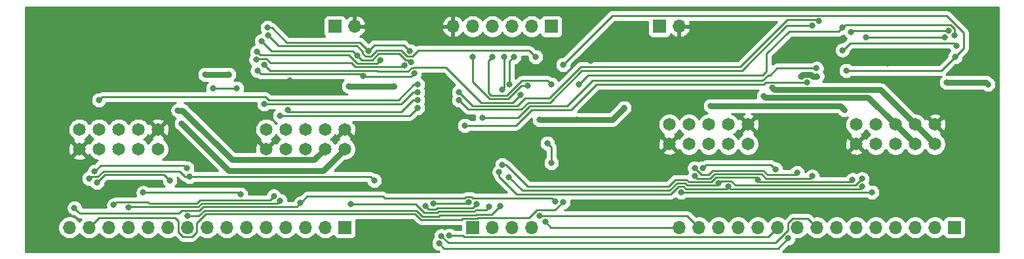
<source format=gbr>
%TF.GenerationSoftware,KiCad,Pcbnew,5.1.9+dfsg1-1*%
%TF.CreationDate,2021-08-18T14:47:46-04:00*%
%TF.ProjectId,custom_toothbrush_board,63757374-6f6d-45f7-946f-6f7468627275,rev?*%
%TF.SameCoordinates,Original*%
%TF.FileFunction,Copper,L2,Bot*%
%TF.FilePolarity,Positive*%
%FSLAX46Y46*%
G04 Gerber Fmt 4.6, Leading zero omitted, Abs format (unit mm)*
G04 Created by KiCad (PCBNEW 5.1.9+dfsg1-1) date 2021-08-18 14:47:46*
%MOMM*%
%LPD*%
G01*
G04 APERTURE LIST*
%TA.AperFunction,ComponentPad*%
%ADD10R,1.700000X1.700000*%
%TD*%
%TA.AperFunction,ComponentPad*%
%ADD11O,1.700000X1.700000*%
%TD*%
%TA.AperFunction,ComponentPad*%
%ADD12C,1.650000*%
%TD*%
%TA.AperFunction,ViaPad*%
%ADD13C,0.800000*%
%TD*%
%TA.AperFunction,Conductor*%
%ADD14C,0.762000*%
%TD*%
%TA.AperFunction,Conductor*%
%ADD15C,0.250000*%
%TD*%
%TA.AperFunction,Conductor*%
%ADD16C,0.254000*%
%TD*%
%TA.AperFunction,Conductor*%
%ADD17C,0.100000*%
%TD*%
G04 APERTURE END LIST*
D10*
%TO.P,J1,1*%
%TO.N,/~EN1*%
X133350000Y-69850000D03*
D11*
%TO.P,J1,2*%
%TO.N,/TIM9_CH1*%
X130810000Y-69850000D03*
%TO.P,J1,3*%
%TO.N,/TIM9_CH2*%
X128270000Y-69850000D03*
%TO.P,J1,4*%
%TO.N,/TIM1_CH1*%
X125730000Y-69850000D03*
%TO.P,J1,5*%
%TO.N,/TIM1_CH1N*%
X123190000Y-69850000D03*
%TO.P,J1,6*%
%TO.N,/TIM1_CH2*%
X120650000Y-69850000D03*
%TO.P,J1,7*%
%TO.N,/TIM1_CH2N*%
X118110000Y-69850000D03*
%TO.P,J1,8*%
%TO.N,/PD0*%
X115570000Y-69850000D03*
%TO.P,J1,9*%
%TO.N,/PD1*%
X113030000Y-69850000D03*
%TO.P,J1,10*%
%TO.N,/PD2*%
X110490000Y-69850000D03*
%TO.P,J1,11*%
%TO.N,/PD3*%
X107950000Y-69850000D03*
%TO.P,J1,12*%
%TO.N,/PD4*%
X105410000Y-69850000D03*
%TO.P,J1,13*%
%TO.N,/PD5*%
X102870000Y-69850000D03*
%TO.P,J1,14*%
%TO.N,/PE0*%
X100330000Y-69850000D03*
%TO.P,J1,15*%
%TO.N,/PE1*%
X97790000Y-69850000D03*
%TD*%
%TO.P,J2,15*%
%TO.N,/PE3*%
X19050000Y-69850000D03*
%TO.P,J2,14*%
%TO.N,/PE2*%
X21590000Y-69850000D03*
%TO.P,J2,13*%
%TO.N,/PD11*%
X24130000Y-69850000D03*
%TO.P,J2,12*%
%TO.N,/PD10*%
X26670000Y-69850000D03*
%TO.P,J2,11*%
%TO.N,/PD9*%
X29210000Y-69850000D03*
%TO.P,J2,10*%
%TO.N,/PD8*%
X31750000Y-69850000D03*
%TO.P,J2,9*%
%TO.N,/PD7*%
X34290000Y-69850000D03*
%TO.P,J2,8*%
%TO.N,/PD6*%
X36830000Y-69850000D03*
%TO.P,J2,7*%
%TO.N,/TIM8_CH2N*%
X39370000Y-69850000D03*
%TO.P,J2,6*%
%TO.N,/TIM8_CH2*%
X41910000Y-69850000D03*
%TO.P,J2,5*%
%TO.N,/TIM8_CH1N*%
X44450000Y-69850000D03*
%TO.P,J2,4*%
%TO.N,/TIM8_CH1*%
X46990000Y-69850000D03*
%TO.P,J2,3*%
%TO.N,/TIM12_CH2*%
X49530000Y-69850000D03*
%TO.P,J2,2*%
%TO.N,/TIM12_CH1*%
X52070000Y-69850000D03*
D10*
%TO.P,J2,1*%
%TO.N,/~EN2*%
X54610000Y-69850000D03*
%TD*%
%TO.P,J3,1*%
%TO.N,VCC*%
X81280000Y-43815000D03*
D11*
%TO.P,J3,2*%
%TO.N,/JTMS_SWDIO*%
X78740000Y-43815000D03*
%TO.P,J3,3*%
%TO.N,/JTCK_SWCLK*%
X76200000Y-43815000D03*
%TO.P,J3,4*%
%TO.N,/~RST*%
X73660000Y-43815000D03*
%TO.P,J3,5*%
%TO.N,/BOOT0*%
X71120000Y-43815000D03*
%TO.P,J3,6*%
%TO.N,GND*%
X68580000Y-43815000D03*
%TD*%
D10*
%TO.P,J4,1*%
%TO.N,VCC*%
X71120000Y-69850000D03*
D11*
%TO.P,J4,2*%
%TO.N,/I2C1_SDA*%
X73660000Y-69850000D03*
%TO.P,J4,3*%
%TO.N,/I2C1_SCL*%
X76200000Y-69850000D03*
%TO.P,J4,4*%
%TO.N,GND*%
X78740000Y-69850000D03*
%TD*%
D10*
%TO.P,J6,1*%
%TO.N,+9V*%
X95250000Y-43815000D03*
D11*
%TO.P,J6,2*%
%TO.N,GND*%
X97790000Y-43815000D03*
%TD*%
D12*
%TO.P,J7,2*%
%TO.N,/PD0*%
X96520000Y-56515000D03*
%TO.P,J7,1*%
%TO.N,GND*%
X96520000Y-59055000D03*
%TO.P,J7,4*%
%TO.N,/PD2*%
X99060000Y-56515000D03*
%TO.P,J7,3*%
%TO.N,/PD1*%
X99060000Y-59055000D03*
%TO.P,J7,6*%
%TO.N,/MD1/AO2*%
X101600000Y-56515000D03*
%TO.P,J7,5*%
%TO.N,/PE0*%
X101600000Y-59055000D03*
%TO.P,J7,7*%
%TO.N,/MD1/AO2*%
X104140000Y-59055000D03*
%TO.P,J7,8*%
%TO.N,/MD1/AO1*%
X104140000Y-56515000D03*
%TO.P,J7,9*%
X106680000Y-59055000D03*
%TO.P,J7,10*%
%TO.N,GND*%
X106680000Y-56515000D03*
%TD*%
%TO.P,J9,2*%
%TO.N,/PD6*%
X20320000Y-57150000D03*
%TO.P,J9,1*%
%TO.N,GND*%
X20320000Y-59690000D03*
%TO.P,J9,4*%
%TO.N,/PD8*%
X22860000Y-57150000D03*
%TO.P,J9,3*%
%TO.N,/PD7*%
X22860000Y-59690000D03*
%TO.P,J9,6*%
%TO.N,/MD2/AO2*%
X25400000Y-57150000D03*
%TO.P,J9,5*%
%TO.N,/PE2*%
X25400000Y-59690000D03*
%TO.P,J9,7*%
%TO.N,/MD2/AO2*%
X27940000Y-59690000D03*
%TO.P,J9,8*%
%TO.N,/MD2/AO1*%
X27940000Y-57150000D03*
%TO.P,J9,9*%
X30480000Y-59690000D03*
%TO.P,J9,10*%
%TO.N,GND*%
X30480000Y-57150000D03*
%TD*%
D10*
%TO.P,J5,1*%
%TO.N,VCC*%
X53340000Y-43815000D03*
D11*
%TO.P,J5,2*%
%TO.N,GND*%
X55880000Y-43815000D03*
%TD*%
D12*
%TO.P,J8,2*%
%TO.N,/PD3*%
X120650000Y-56515000D03*
%TO.P,J8,1*%
%TO.N,GND*%
X120650000Y-59055000D03*
%TO.P,J8,4*%
%TO.N,/PD5*%
X123190000Y-56515000D03*
%TO.P,J8,3*%
%TO.N,/PD4*%
X123190000Y-59055000D03*
%TO.P,J8,6*%
%TO.N,/MD1/BO2*%
X125730000Y-56515000D03*
%TO.P,J8,5*%
%TO.N,/PE1*%
X125730000Y-59055000D03*
%TO.P,J8,7*%
%TO.N,/MD1/BO2*%
X128270000Y-59055000D03*
%TO.P,J8,8*%
%TO.N,/MD1/BO1*%
X128270000Y-56515000D03*
%TO.P,J8,9*%
X130810000Y-59055000D03*
%TO.P,J8,10*%
%TO.N,GND*%
X130810000Y-56515000D03*
%TD*%
%TO.P,J10,10*%
%TO.N,GND*%
X54610000Y-57150000D03*
%TO.P,J10,9*%
%TO.N,/MD2/BO1*%
X54610000Y-59690000D03*
%TO.P,J10,8*%
X52070000Y-57150000D03*
%TO.P,J10,7*%
%TO.N,/MD2/BO2*%
X52070000Y-59690000D03*
%TO.P,J10,5*%
%TO.N,/PE3*%
X49530000Y-59690000D03*
%TO.P,J10,6*%
%TO.N,/MD2/BO2*%
X49530000Y-57150000D03*
%TO.P,J10,3*%
%TO.N,/PD10*%
X46990000Y-59690000D03*
%TO.P,J10,4*%
%TO.N,/PD11*%
X46990000Y-57150000D03*
%TO.P,J10,1*%
%TO.N,GND*%
X44450000Y-59690000D03*
%TO.P,J10,2*%
%TO.N,/PD9*%
X44450000Y-57150000D03*
%TD*%
D13*
%TO.N,VCC*%
X79756000Y-55880000D03*
X84582000Y-55880000D03*
%TO.N,GND*%
X62230000Y-70358000D03*
X42418000Y-54102000D03*
%TO.N,VCC*%
X80772000Y-58928000D03*
X81280000Y-61468000D03*
X132334000Y-51054000D03*
X137668000Y-51308000D03*
X101854000Y-54102000D03*
X119126000Y-54610000D03*
X90678000Y-54356000D03*
X55118000Y-51562000D03*
X60960000Y-51562000D03*
%TO.N,GND*%
X85725000Y-66675000D03*
X124727595Y-48627405D03*
X107696000Y-44704000D03*
X114808000Y-47244000D03*
X32004000Y-48768000D03*
X29972000Y-45212000D03*
X39116000Y-47244000D03*
X47498000Y-50800000D03*
X42418000Y-51816000D03*
X80554990Y-62832979D03*
X69606989Y-62621989D03*
X86360000Y-48260000D03*
X62230000Y-64008000D03*
%TO.N,/~EN1*%
X118891603Y-46881281D03*
X133597010Y-46301994D03*
%TO.N,/TIM9_CH1*%
X84836000Y-51308000D03*
X133374018Y-44965008D03*
X118868916Y-43989990D03*
%TO.N,/TIM9_CH2*%
X119380000Y-49530000D03*
X82804000Y-48768000D03*
X133444979Y-47752009D03*
%TO.N,/TIM1_CH1*%
X69337340Y-53344660D03*
X121920000Y-45248990D03*
X132124759Y-45248990D03*
X114985571Y-43734574D03*
%TO.N,/TIM1_CH1N*%
X69342000Y-52324000D03*
X132561993Y-44349629D03*
X120015000Y-44523980D03*
X115791832Y-43143010D03*
%TO.N,/TIM1_CH2*%
X70104000Y-56642000D03*
X114300000Y-51054000D03*
%TO.N,/TIM1_CH2N*%
X72390000Y-55626000D03*
X115524500Y-49230500D03*
%TO.N,/PD0*%
X67074619Y-70938491D03*
X70627987Y-66599952D03*
X66040000Y-66765010D03*
X99822000Y-63202957D03*
X114971613Y-63202957D03*
%TO.N,/PD1*%
X65024000Y-67056000D03*
X113030000Y-69850000D03*
X66797030Y-71899203D03*
X71627472Y-66797474D03*
X111866735Y-71237587D03*
X113030000Y-62752946D03*
X99797131Y-62152768D03*
%TO.N,/PD2*%
X68072000Y-70866000D03*
X100854182Y-62136816D03*
X110236000Y-62302935D03*
%TO.N,/PD3*%
X74922047Y-61749432D03*
X107950000Y-63652968D03*
X120188214Y-63652968D03*
%TO.N,/PD4*%
X74555991Y-62680038D03*
X121432489Y-64552990D03*
X104140000Y-64552990D03*
%TO.N,/PD5*%
X75815446Y-63354801D03*
X102870000Y-64102979D03*
X121407371Y-63552788D03*
%TO.N,/PE0*%
X79783670Y-68326000D03*
%TO.N,/PE1*%
X98044000Y-65278000D03*
X122681996Y-65278000D03*
X80508680Y-69124990D03*
%TO.N,/PE3*%
X48895000Y-66675000D03*
X19685000Y-67310000D03*
X81779117Y-66462207D03*
%TO.N,/PE2*%
X82804000Y-66548000D03*
%TO.N,/PD11*%
X64008000Y-54356000D03*
X46228000Y-55372000D03*
X24765003Y-66929003D03*
X45444939Y-65767016D03*
%TO.N,/PD10*%
X64008000Y-53340000D03*
X47244000Y-54646990D03*
X26669994Y-67273010D03*
X46228000Y-66388979D03*
%TO.N,/PD9*%
X28582141Y-65314990D03*
X64008000Y-52324000D03*
X44196000Y-53848000D03*
X41148000Y-65546946D03*
%TO.N,/PD8*%
X22860000Y-53340000D03*
X64008000Y-51323987D03*
X22606000Y-64007994D03*
X32004000Y-63753988D03*
%TO.N,/PD7*%
X74676000Y-67056000D03*
X22309752Y-62557989D03*
X34280857Y-68369043D03*
X34216480Y-62178453D03*
%TO.N,/PD6*%
X21590000Y-63500000D03*
X73285631Y-67183417D03*
X34544000Y-63246000D03*
X58420000Y-63754000D03*
X55372000Y-66838990D03*
%TO.N,/TIM8_CH2N*%
X44196000Y-48768000D03*
X77279671Y-52672072D03*
%TO.N,/TIM8_CH2*%
X43147862Y-48108451D03*
X62282527Y-48890716D03*
%TO.N,/TIM8_CH1N*%
X40640000Y-51816000D03*
X37592000Y-51816000D03*
X44704000Y-44958000D03*
X79248000Y-47752000D03*
%TO.N,/TIM8_CH1*%
X43850204Y-45699790D03*
X63175215Y-48440014D03*
X56265837Y-47621790D03*
%TO.N,/TIM12_CH2*%
X43329390Y-49558463D03*
X63580170Y-49887217D03*
X57030261Y-50240053D03*
%TO.N,/TIM12_CH1*%
X44640693Y-43959994D03*
X62992000Y-46989992D03*
X57658000Y-46989996D03*
%TO.N,/~EN2*%
X43293411Y-47119088D03*
X59169372Y-48213362D03*
%TO.N,/JTMS_SWDIO*%
X76454000Y-47752000D03*
X75909010Y-51308000D03*
%TO.N,/JTCK_SWCLK*%
X75184000Y-47752000D03*
X74915021Y-52031234D03*
%TO.N,/~RST*%
X81280000Y-51308000D03*
X73660000Y-47752000D03*
%TO.N,/BOOT0*%
X71120000Y-47752000D03*
X78232000Y-51525010D03*
%TO.N,/MD1/BO1*%
X109806067Y-51779010D03*
%TO.N,/MD1/BO2*%
X108712000Y-52832000D03*
%TO.N,+9V*%
X39624000Y-50038000D03*
X36576000Y-50038000D03*
X113538000Y-50292000D03*
X115602329Y-50267442D03*
%TO.N,/MD2/BO1*%
X33528000Y-56388000D03*
%TO.N,/MD2/BO2*%
X33054990Y-54695816D03*
%TD*%
D14*
%TO.N,VCC*%
X79756000Y-55880000D02*
X84582000Y-55880000D01*
X84582000Y-55880000D02*
X89154000Y-55880000D01*
X89154000Y-55880000D02*
X90678000Y-54356000D01*
D15*
X80772000Y-58928000D02*
X81280000Y-59436000D01*
X81280000Y-59436000D02*
X81280000Y-61468000D01*
D14*
X118618000Y-54102000D02*
X119126000Y-54610000D01*
X101854000Y-54102000D02*
X118618000Y-54102000D01*
X137414000Y-51054000D02*
X137668000Y-51308000D01*
X132334000Y-51054000D02*
X137414000Y-51054000D01*
X55118000Y-51562000D02*
X60960000Y-51562000D01*
D15*
%TO.N,/~EN1*%
X133269016Y-45974000D02*
X133597010Y-46301994D01*
X119888000Y-45974000D02*
X133269016Y-45974000D01*
X118872000Y-46990000D02*
X119888000Y-45974000D01*
%TO.N,/TIM9_CH1*%
X133374018Y-44088650D02*
X132875359Y-43589991D01*
X133374018Y-44965008D02*
X133374018Y-44088650D01*
X119268915Y-43589991D02*
X118868916Y-43989990D01*
X132875359Y-43589991D02*
X119268915Y-43589991D01*
X112004424Y-44459576D02*
X118399330Y-44459576D01*
X109101199Y-49645980D02*
X109101199Y-47362801D01*
X108593200Y-50153980D02*
X109101199Y-49645980D01*
X109101199Y-47362801D02*
X112004424Y-44459576D01*
X85990020Y-50153980D02*
X108593200Y-50153980D01*
X118399330Y-44459576D02*
X118868916Y-43989990D01*
X84836000Y-51308000D02*
X85990020Y-50153980D01*
%TO.N,/TIM9_CH2*%
X119380000Y-49530000D02*
X131666988Y-49530000D01*
X131666988Y-49530000D02*
X133444979Y-47752009D01*
X134511999Y-46684989D02*
X133444979Y-47752009D01*
X132339779Y-42418000D02*
X134511999Y-44590220D01*
X89154000Y-42418000D02*
X132339779Y-42418000D01*
X82804000Y-48768000D02*
X89154000Y-42418000D01*
X134511999Y-44590220D02*
X134511999Y-46684989D01*
%TO.N,/TIM1_CH1*%
X121920000Y-45248990D02*
X122485685Y-45248990D01*
X122485685Y-45248990D02*
X132124759Y-45248990D01*
X105918000Y-49530000D02*
X111713426Y-43734574D01*
X78299600Y-53651989D02*
X81096421Y-53651989D01*
X111713426Y-43734574D02*
X114985571Y-43734574D01*
X85218410Y-49530000D02*
X105918000Y-49530000D01*
X69337340Y-53344660D02*
X70550736Y-54558056D01*
X77393533Y-54558056D02*
X78299600Y-53651989D01*
X81096421Y-53651989D02*
X85218410Y-49530000D01*
X70550736Y-54558056D02*
X77393533Y-54558056D01*
%TO.N,/TIM1_CH1N*%
X120189351Y-44349629D02*
X120015000Y-44523980D01*
X132561993Y-44349629D02*
X120189351Y-44349629D01*
X76916702Y-54108045D02*
X77938747Y-53086000D01*
X77938747Y-53086000D02*
X81026000Y-53086000D01*
X105664000Y-49022000D02*
X111760000Y-42926000D01*
X69342000Y-52324000D02*
X71126045Y-54108045D01*
X81026000Y-53086000D02*
X85090000Y-49022000D01*
X115574822Y-42926000D02*
X115791832Y-43143010D01*
X111760000Y-42926000D02*
X115574822Y-42926000D01*
X71126045Y-54108045D02*
X76916702Y-54108045D01*
X85090000Y-49022000D02*
X105664000Y-49022000D01*
%TO.N,/TIM1_CH2*%
X70104000Y-56642000D02*
X76708000Y-56642000D01*
X76708000Y-56642000D02*
X78740000Y-54610000D01*
X78740000Y-54610000D02*
X83820000Y-54610000D01*
X83820000Y-54610000D02*
X87122000Y-51308000D01*
X87122000Y-51308000D02*
X108712000Y-51308000D01*
X108712000Y-51308000D02*
X108966000Y-51054000D01*
X108966000Y-51054000D02*
X114300000Y-51054000D01*
%TO.N,/TIM1_CH2N*%
X72390000Y-55626000D02*
X76962000Y-55626000D01*
X108583590Y-50800000D02*
X109287599Y-50095991D01*
X110407090Y-49230500D02*
X115524500Y-49230500D01*
X109541599Y-50095991D02*
X110407090Y-49230500D01*
X109287599Y-50095991D02*
X109541599Y-50095991D01*
X86614000Y-50800000D02*
X108583590Y-50800000D01*
X83312000Y-54102000D02*
X86614000Y-50800000D01*
X78486000Y-54102000D02*
X83312000Y-54102000D01*
X76962000Y-55626000D02*
X78486000Y-54102000D01*
%TO.N,/PD0*%
X70462929Y-66765010D02*
X70627987Y-66599952D01*
X66040000Y-66765010D02*
X70462929Y-66765010D01*
X111854999Y-70205999D02*
X110236989Y-71824009D01*
X110236989Y-71824009D02*
X67960137Y-71824009D01*
X67960137Y-71824009D02*
X67074619Y-70938491D01*
X114394999Y-68674999D02*
X112465999Y-68674999D01*
X112465999Y-68674999D02*
X111854999Y-69285999D01*
X111854999Y-69285999D02*
X111854999Y-70205999D01*
X115570000Y-69850000D02*
X114394999Y-68674999D01*
X102335598Y-62927966D02*
X108462553Y-62927966D01*
X109012543Y-63477956D02*
X114696614Y-63477956D01*
X108462553Y-62927966D02*
X109012543Y-63477956D01*
X99822000Y-63202957D02*
X100096999Y-63477956D01*
X100096999Y-63477956D02*
X101785608Y-63477956D01*
X101785608Y-63477956D02*
X102335598Y-62927966D01*
X114696614Y-63477956D02*
X114971613Y-63202957D01*
%TO.N,/PD1*%
X65024000Y-67056000D02*
X65458012Y-67490012D01*
X66553048Y-67324966D02*
X71099980Y-67324966D01*
X66388002Y-67490012D02*
X66553048Y-67324966D01*
X65458012Y-67490012D02*
X66388002Y-67490012D01*
X71099980Y-67324966D02*
X71627472Y-66797474D01*
X66797030Y-71899203D02*
X67433826Y-72535999D01*
X67433826Y-72535999D02*
X110568323Y-72535999D01*
X110568323Y-72535999D02*
X111866735Y-71237587D01*
X100672308Y-63027945D02*
X101599208Y-63027945D01*
X101599208Y-63027945D02*
X102149198Y-62477955D01*
X109198943Y-63027945D02*
X112755001Y-63027945D01*
X102149198Y-62477955D02*
X108648953Y-62477955D01*
X108648953Y-62477955D02*
X109198943Y-63027945D01*
X112755001Y-63027945D02*
X113030000Y-62752946D01*
X99797131Y-62152768D02*
X100672308Y-63027945D01*
%TO.N,/PD2*%
X70009999Y-71025001D02*
X109314999Y-71025001D01*
X68072000Y-70866000D02*
X69850998Y-70866000D01*
X109314999Y-71025001D02*
X110490000Y-69850000D01*
X69850998Y-70866000D02*
X70009999Y-71025001D01*
X109669882Y-61736817D02*
X110236000Y-62302935D01*
X100854182Y-62136816D02*
X101254181Y-61736817D01*
X101254181Y-61736817D02*
X109669882Y-61736817D01*
%TO.N,/PD3*%
X78254300Y-64516000D02*
X96460176Y-64516000D01*
X120188214Y-63652968D02*
X119913215Y-63927967D01*
X74922047Y-61749432D02*
X75487732Y-61749432D01*
X98764801Y-63652977D02*
X99039791Y-63927967D01*
X101972008Y-63927967D02*
X102521998Y-63377977D01*
X75487732Y-61749432D02*
X78254300Y-64516000D01*
X97323199Y-63652977D02*
X98764801Y-63652977D01*
X119913215Y-63927967D02*
X108224999Y-63927967D01*
X107675009Y-63377977D02*
X107950000Y-63652968D01*
X99039791Y-63927967D02*
X101972008Y-63927967D01*
X96460176Y-64516000D02*
X97323199Y-63652977D01*
X102521998Y-63377977D02*
X107675009Y-63377977D01*
X108224999Y-63927967D02*
X107950000Y-63652968D01*
%TO.N,/PD4*%
X121157490Y-64827989D02*
X121432489Y-64552990D01*
X104414999Y-64827989D02*
X121157490Y-64827989D01*
X74555991Y-63245723D02*
X76842278Y-65532010D01*
X76842278Y-65532010D02*
X96716988Y-65532010D01*
X96716988Y-65532010D02*
X97695999Y-64552999D01*
X97695999Y-64552999D02*
X98392001Y-64552999D01*
X98392001Y-64552999D02*
X98666991Y-64827989D01*
X98666991Y-64827989D02*
X103865001Y-64827989D01*
X74555991Y-62680038D02*
X74555991Y-63245723D01*
X103865001Y-64827989D02*
X104140000Y-64552990D01*
X104140000Y-64552990D02*
X104414999Y-64827989D01*
%TO.N,/PD5*%
X77527688Y-65067043D02*
X96545544Y-65067043D01*
X75815446Y-63354801D02*
X77527688Y-65067043D01*
X102870000Y-64102979D02*
X103144991Y-63827988D01*
X98853391Y-64377978D02*
X102595001Y-64377978D01*
X120582181Y-64377978D02*
X121407371Y-63552788D01*
X97509599Y-64102988D02*
X98578401Y-64102988D01*
X98578401Y-64102988D02*
X98853391Y-64377978D01*
X103144991Y-63827988D02*
X104488002Y-63827988D01*
X96545544Y-65067043D02*
X97509599Y-64102988D01*
X104488002Y-63827988D02*
X105037992Y-64377978D01*
X102595001Y-64377978D02*
X102870000Y-64102979D01*
X105037992Y-64377978D02*
X120582181Y-64377978D01*
%TO.N,/PE0*%
X98806000Y-68326000D02*
X79783670Y-68326000D01*
X100330000Y-69850000D02*
X98806000Y-68326000D01*
%TO.N,/PE1*%
X98044000Y-65278000D02*
X122681996Y-65278000D01*
X97790000Y-69850000D02*
X81233690Y-69850000D01*
X81233690Y-69850000D02*
X80508680Y-69124990D01*
%TO.N,/PE3*%
X35834145Y-67644033D02*
X33513807Y-67644033D01*
X33513807Y-67644033D02*
X33159828Y-67998012D01*
X36306200Y-67171978D02*
X35834145Y-67644033D01*
X20084999Y-67709999D02*
X19685000Y-67310000D01*
X48398022Y-67171978D02*
X36306200Y-67171978D01*
X48895000Y-66675000D02*
X48398022Y-67171978D01*
X20373012Y-67998012D02*
X20084999Y-67709999D01*
X33159828Y-67998012D02*
X20373012Y-67998012D01*
X70279985Y-65874950D02*
X70114935Y-66040000D01*
X49294999Y-66275001D02*
X48895000Y-66675000D01*
X49747002Y-65822998D02*
X49294999Y-66275001D01*
X59747004Y-66040000D02*
X59530002Y-65822998D01*
X70975989Y-65874950D02*
X70279985Y-65874950D01*
X81379118Y-66062208D02*
X71163247Y-66062208D01*
X71163247Y-66062208D02*
X70975989Y-65874950D01*
X59530002Y-65822998D02*
X49747002Y-65822998D01*
X70114935Y-66040000D02*
X59747004Y-66040000D01*
X81779117Y-66462207D02*
X81379118Y-66062208D01*
%TO.N,/PE2*%
X69885827Y-68674999D02*
X69720781Y-68840045D01*
X69720781Y-68840045D02*
X64462219Y-68840045D01*
X34854001Y-71025001D02*
X33725999Y-71025001D01*
X33114999Y-69027339D02*
X32674142Y-68586482D01*
X71700239Y-68674999D02*
X69885827Y-68674999D01*
X32674142Y-68586482D02*
X22853518Y-68586482D01*
X36679000Y-68072000D02*
X35465001Y-69285999D01*
X35465001Y-69285999D02*
X35465001Y-70414001D01*
X33725999Y-71025001D02*
X33114999Y-70414001D01*
X22853518Y-68586482D02*
X22439999Y-69000001D01*
X63694174Y-68072000D02*
X36679000Y-68072000D01*
X35465001Y-70414001D02*
X34854001Y-71025001D01*
X33114999Y-70414001D02*
X33114999Y-69027339D01*
X22439999Y-69000001D02*
X21590000Y-69850000D01*
X82804000Y-66548000D02*
X81751001Y-67600999D01*
X71788756Y-68586482D02*
X71700239Y-68674999D01*
X79435668Y-67600998D02*
X78450184Y-68586482D01*
X64462219Y-68840045D02*
X63694174Y-68072000D01*
X81751001Y-67600999D02*
X79435668Y-67600998D01*
X78450184Y-68586482D02*
X71788756Y-68586482D01*
%TO.N,/PD11*%
X64008000Y-54356000D02*
X62992000Y-55372000D01*
X62992000Y-55372000D02*
X46228000Y-55372000D01*
X24765003Y-66929003D02*
X25165002Y-66529004D01*
X29159744Y-66529004D02*
X29374751Y-66744011D01*
X25165002Y-66529004D02*
X29159744Y-66529004D01*
X35461345Y-66744011D02*
X35933400Y-66271956D01*
X29374751Y-66744011D02*
X35461345Y-66744011D01*
X44939999Y-66271956D02*
X45444939Y-65767016D01*
X35933400Y-66271956D02*
X44939999Y-66271956D01*
%TO.N,/PD10*%
X47461010Y-54864000D02*
X47244000Y-54646990D01*
X63442315Y-53340000D02*
X61918315Y-54864000D01*
X61918315Y-54864000D02*
X47461010Y-54864000D01*
X64008000Y-53340000D02*
X63442315Y-53340000D01*
X36119800Y-66721967D02*
X45895012Y-66721967D01*
X26669994Y-67273010D02*
X26748982Y-67194022D01*
X26748982Y-67194022D02*
X35647745Y-67194022D01*
X35647745Y-67194022D02*
X36119800Y-66721967D01*
X45895012Y-66721967D02*
X46228000Y-66388979D01*
%TO.N,/PD9*%
X64008000Y-52324000D02*
X63442315Y-52324000D01*
X63442315Y-52324000D02*
X61918315Y-53848000D01*
X61918315Y-53848000D02*
X44196000Y-53848000D01*
X40916044Y-65314990D02*
X41148000Y-65546946D01*
X28582141Y-65314990D02*
X40916044Y-65314990D01*
%TO.N,/PD8*%
X31242012Y-62992000D02*
X32004000Y-63753988D01*
X23621994Y-62992000D02*
X31242012Y-62992000D01*
X22606000Y-64007994D02*
X23621994Y-62992000D01*
X61525004Y-53340000D02*
X63541017Y-51323987D01*
X63541017Y-51323987D02*
X64008000Y-51323987D01*
X44361005Y-52940001D02*
X44761004Y-53340000D01*
X44761004Y-53340000D02*
X61525004Y-53340000D01*
X22860000Y-53340000D02*
X23259999Y-52940001D01*
X23259999Y-52940001D02*
X44361005Y-52940001D01*
%TO.N,/PD7*%
X23089287Y-61778454D02*
X33816481Y-61778454D01*
X22309752Y-62557989D02*
X23089287Y-61778454D01*
X33816481Y-61778454D02*
X34216480Y-62178453D01*
X71602793Y-68136034D02*
X71513839Y-68224988D01*
X35745546Y-68369043D02*
X34280857Y-68369043D01*
X64648619Y-68390034D02*
X63880574Y-67621989D01*
X73595966Y-68136034D02*
X71602793Y-68136034D01*
X66925848Y-68224988D02*
X66760802Y-68390034D01*
X74676000Y-67056000D02*
X73595966Y-68136034D01*
X36492600Y-67621989D02*
X35745546Y-68369043D01*
X66760802Y-68390034D02*
X64648619Y-68390034D01*
X71513839Y-68224988D02*
X66925848Y-68224988D01*
X63880574Y-67621989D02*
X36492600Y-67621989D01*
%TO.N,/PD6*%
X22694591Y-63282993D02*
X23435594Y-62541989D01*
X33274304Y-62541989D02*
X33978315Y-63246000D01*
X33978315Y-63246000D02*
X34544000Y-63246000D01*
X21807007Y-63282993D02*
X22694591Y-63282993D01*
X23435594Y-62541989D02*
X33274304Y-62541989D01*
X21590000Y-63500000D02*
X21807007Y-63282993D01*
X34544000Y-63246000D02*
X57912000Y-63246000D01*
X57912000Y-63246000D02*
X58420000Y-63754000D01*
X71327438Y-67774977D02*
X66739448Y-67774977D01*
X66739448Y-67774977D02*
X66574402Y-67940023D01*
X64835019Y-67940023D02*
X63733986Y-66838990D01*
X72885632Y-67583416D02*
X71518999Y-67583416D01*
X71518999Y-67583416D02*
X71327438Y-67774977D01*
X66574402Y-67940023D02*
X64835019Y-67940023D01*
X63733986Y-66838990D02*
X55372000Y-66838990D01*
X73285631Y-67183417D02*
X72885632Y-67583416D01*
%TO.N,/TIM8_CH2N*%
X44943043Y-49515043D02*
X58761640Y-49515043D01*
X62772092Y-49615718D02*
X63222797Y-49165013D01*
X63546852Y-49134605D02*
X67676605Y-49134605D01*
X58761640Y-49515043D02*
X58862315Y-49615718D01*
X76293709Y-53658034D02*
X77279671Y-52672072D01*
X44196000Y-48768000D02*
X44943043Y-49515043D01*
X67676605Y-49134605D02*
X72200034Y-53658034D01*
X58862315Y-49615718D02*
X62772092Y-49615718D01*
X72200034Y-53658034D02*
X76293709Y-53658034D01*
X63516444Y-49165013D02*
X63546852Y-49134605D01*
X63222797Y-49165013D02*
X63516444Y-49165013D01*
%TO.N,/TIM8_CH2*%
X44991719Y-48490717D02*
X55425352Y-48490717D01*
X43213314Y-48042999D02*
X44544001Y-48042999D01*
X44544001Y-48042999D02*
X44991719Y-48490717D01*
X43147862Y-48108451D02*
X43213314Y-48042999D01*
X55999667Y-49065032D02*
X62108211Y-49065032D01*
X62108211Y-49065032D02*
X62282527Y-48890716D01*
X55425352Y-48490717D02*
X55999667Y-49065032D01*
%TO.N,/TIM8_CH1N*%
X40640000Y-51816000D02*
X37592000Y-51816000D01*
X56185528Y-46336497D02*
X46082497Y-46336497D01*
X61861007Y-46932011D02*
X58788993Y-46932011D01*
X58788993Y-46932011D02*
X58006001Y-47715005D01*
X56932998Y-47338001D02*
X56932998Y-47083967D01*
X56932998Y-47083967D02*
X56185528Y-46336497D01*
X79248000Y-47752000D02*
X78449001Y-46953001D01*
X62644004Y-47715008D02*
X61861007Y-46932011D01*
X45103999Y-45357999D02*
X44704000Y-44958000D01*
X57309999Y-47715005D02*
X56932998Y-47338001D01*
X63340002Y-47715008D02*
X62644004Y-47715008D01*
X58006001Y-47715005D02*
X57309999Y-47715005D01*
X64102009Y-46953001D02*
X63340002Y-47715008D01*
X46082497Y-46336497D02*
X45103999Y-45357999D01*
X78449001Y-46953001D02*
X64102009Y-46953001D01*
%TO.N,/TIM8_CH1*%
X63175215Y-48440014D02*
X62900220Y-48165019D01*
X62900220Y-48165019D02*
X62457604Y-48165019D01*
X55668128Y-47024081D02*
X56265837Y-47621790D01*
X45174495Y-47024081D02*
X55668128Y-47024081D01*
X61674607Y-47382022D02*
X58975392Y-47382022D01*
X43850204Y-45699790D02*
X45174495Y-47024081D01*
X58975392Y-47382022D02*
X58192401Y-48165012D01*
X58192401Y-48165012D02*
X56809059Y-48165012D01*
X56809059Y-48165012D02*
X56265837Y-47621790D01*
X62457604Y-48165019D02*
X61674607Y-47382022D01*
%TO.N,/TIM12_CH2*%
X56776263Y-49986055D02*
X57030261Y-50240053D01*
X63580170Y-49887217D02*
X63180171Y-50287216D01*
X63180171Y-50287216D02*
X57077424Y-50287216D01*
X43756982Y-49986055D02*
X56776263Y-49986055D01*
X43329390Y-49558463D02*
X43756982Y-49986055D01*
X57077424Y-50287216D02*
X57030261Y-50240053D01*
%TO.N,/TIM12_CH1*%
X58426132Y-46221864D02*
X57658000Y-46989996D01*
X62223872Y-46221864D02*
X58426132Y-46221864D01*
X62992000Y-46989992D02*
X62223872Y-46221864D01*
X45206378Y-43959994D02*
X47109527Y-45863143D01*
X56531147Y-45863143D02*
X57658000Y-46989996D01*
X44640693Y-43959994D02*
X45206378Y-43959994D01*
X47109527Y-45863143D02*
X56531147Y-45863143D01*
%TO.N,/~EN2*%
X43693410Y-47519087D02*
X55090132Y-47519087D01*
X55090132Y-47519087D02*
X56186067Y-48615022D01*
X43293411Y-47119088D02*
X43693410Y-47519087D01*
X56186067Y-48615022D02*
X58767712Y-48615022D01*
X58767712Y-48615022D02*
X59169372Y-48213362D01*
%TO.N,/JTMS_SWDIO*%
X75909010Y-48296990D02*
X75909010Y-51308000D01*
X76454000Y-47752000D02*
X75909010Y-48296990D01*
%TO.N,/JTCK_SWCLK*%
X75184000Y-47752000D02*
X75184000Y-51762255D01*
X75184000Y-51762255D02*
X74915021Y-52031234D01*
%TO.N,/~RST*%
X77490012Y-50800000D02*
X80772000Y-50800000D01*
X80772000Y-50800000D02*
X81280000Y-51308000D01*
X75532000Y-52758012D02*
X77490012Y-50800000D01*
X73660000Y-47752000D02*
X73131546Y-48280454D01*
X73131546Y-48280454D02*
X73131546Y-52381012D01*
X73131546Y-52381012D02*
X73508546Y-52758012D01*
X73508546Y-52758012D02*
X75532000Y-52758012D01*
%TO.N,/BOOT0*%
X71120000Y-47752000D02*
X71120000Y-51005877D01*
X71120000Y-51005877D02*
X73322146Y-53208023D01*
X75718400Y-53208023D02*
X77401413Y-51525010D01*
X73322146Y-53208023D02*
X75718400Y-53208023D01*
X77401413Y-51525010D02*
X78232000Y-51525010D01*
D14*
%TO.N,/MD1/BO1*%
X130810000Y-59055000D02*
X128270000Y-56515000D01*
X128270000Y-56515000D02*
X123790002Y-52035002D01*
X110062059Y-52035002D02*
X109806067Y-51779010D01*
X123790002Y-52035002D02*
X110062059Y-52035002D01*
%TO.N,/MD1/BO2*%
X125730000Y-56515000D02*
X128270000Y-59055000D01*
X122212013Y-52997013D02*
X108877013Y-52997013D01*
X125730000Y-56515000D02*
X122212013Y-52997013D01*
X108877013Y-52997013D02*
X108712000Y-52832000D01*
%TO.N,+9V*%
X39624000Y-50038000D02*
X36576000Y-50038000D01*
X114842200Y-50072998D02*
X115036644Y-50267442D01*
X115036644Y-50267442D02*
X115602329Y-50267442D01*
X113757002Y-50072998D02*
X114842200Y-50072998D01*
X113538000Y-50292000D02*
X113757002Y-50072998D01*
%TO.N,/MD2/BO1*%
X54610000Y-59690000D02*
X51816000Y-62484000D01*
X39624000Y-62484000D02*
X33528000Y-56388000D01*
X51816000Y-62484000D02*
X39624000Y-62484000D01*
%TO.N,/MD2/BO2*%
X52070000Y-59690000D02*
X50663999Y-61096001D01*
X50663999Y-61096001D02*
X40020860Y-61096001D01*
X40020860Y-61096001D02*
X33620675Y-54695816D01*
X33620675Y-54695816D02*
X33054990Y-54695816D01*
%TD*%
D16*
%TO.N,GND*%
X139040001Y-73000000D02*
X111179123Y-73000000D01*
X111906537Y-72272587D01*
X111968674Y-72272587D01*
X112168633Y-72232813D01*
X112356991Y-72154792D01*
X112526509Y-72041524D01*
X112670672Y-71897361D01*
X112783940Y-71727843D01*
X112861961Y-71539485D01*
X112901735Y-71339526D01*
X112901735Y-71335000D01*
X113176260Y-71335000D01*
X113463158Y-71277932D01*
X113733411Y-71165990D01*
X113976632Y-71003475D01*
X114183475Y-70796632D01*
X114300000Y-70622240D01*
X114416525Y-70796632D01*
X114623368Y-71003475D01*
X114866589Y-71165990D01*
X115136842Y-71277932D01*
X115423740Y-71335000D01*
X115716260Y-71335000D01*
X116003158Y-71277932D01*
X116273411Y-71165990D01*
X116516632Y-71003475D01*
X116723475Y-70796632D01*
X116840000Y-70622240D01*
X116956525Y-70796632D01*
X117163368Y-71003475D01*
X117406589Y-71165990D01*
X117676842Y-71277932D01*
X117963740Y-71335000D01*
X118256260Y-71335000D01*
X118543158Y-71277932D01*
X118813411Y-71165990D01*
X119056632Y-71003475D01*
X119263475Y-70796632D01*
X119380000Y-70622240D01*
X119496525Y-70796632D01*
X119703368Y-71003475D01*
X119946589Y-71165990D01*
X120216842Y-71277932D01*
X120503740Y-71335000D01*
X120796260Y-71335000D01*
X121083158Y-71277932D01*
X121353411Y-71165990D01*
X121596632Y-71003475D01*
X121803475Y-70796632D01*
X121920000Y-70622240D01*
X122036525Y-70796632D01*
X122243368Y-71003475D01*
X122486589Y-71165990D01*
X122756842Y-71277932D01*
X123043740Y-71335000D01*
X123336260Y-71335000D01*
X123623158Y-71277932D01*
X123893411Y-71165990D01*
X124136632Y-71003475D01*
X124343475Y-70796632D01*
X124460000Y-70622240D01*
X124576525Y-70796632D01*
X124783368Y-71003475D01*
X125026589Y-71165990D01*
X125296842Y-71277932D01*
X125583740Y-71335000D01*
X125876260Y-71335000D01*
X126163158Y-71277932D01*
X126433411Y-71165990D01*
X126676632Y-71003475D01*
X126883475Y-70796632D01*
X127000000Y-70622240D01*
X127116525Y-70796632D01*
X127323368Y-71003475D01*
X127566589Y-71165990D01*
X127836842Y-71277932D01*
X128123740Y-71335000D01*
X128416260Y-71335000D01*
X128703158Y-71277932D01*
X128973411Y-71165990D01*
X129216632Y-71003475D01*
X129423475Y-70796632D01*
X129540000Y-70622240D01*
X129656525Y-70796632D01*
X129863368Y-71003475D01*
X130106589Y-71165990D01*
X130376842Y-71277932D01*
X130663740Y-71335000D01*
X130956260Y-71335000D01*
X131243158Y-71277932D01*
X131513411Y-71165990D01*
X131756632Y-71003475D01*
X131888487Y-70871620D01*
X131910498Y-70944180D01*
X131969463Y-71054494D01*
X132048815Y-71151185D01*
X132145506Y-71230537D01*
X132255820Y-71289502D01*
X132375518Y-71325812D01*
X132500000Y-71338072D01*
X134200000Y-71338072D01*
X134324482Y-71325812D01*
X134444180Y-71289502D01*
X134554494Y-71230537D01*
X134651185Y-71151185D01*
X134730537Y-71054494D01*
X134789502Y-70944180D01*
X134825812Y-70824482D01*
X134838072Y-70700000D01*
X134838072Y-69000000D01*
X134825812Y-68875518D01*
X134789502Y-68755820D01*
X134730537Y-68645506D01*
X134651185Y-68548815D01*
X134554494Y-68469463D01*
X134444180Y-68410498D01*
X134324482Y-68374188D01*
X134200000Y-68361928D01*
X132500000Y-68361928D01*
X132375518Y-68374188D01*
X132255820Y-68410498D01*
X132145506Y-68469463D01*
X132048815Y-68548815D01*
X131969463Y-68645506D01*
X131910498Y-68755820D01*
X131888487Y-68828380D01*
X131756632Y-68696525D01*
X131513411Y-68534010D01*
X131243158Y-68422068D01*
X130956260Y-68365000D01*
X130663740Y-68365000D01*
X130376842Y-68422068D01*
X130106589Y-68534010D01*
X129863368Y-68696525D01*
X129656525Y-68903368D01*
X129540000Y-69077760D01*
X129423475Y-68903368D01*
X129216632Y-68696525D01*
X128973411Y-68534010D01*
X128703158Y-68422068D01*
X128416260Y-68365000D01*
X128123740Y-68365000D01*
X127836842Y-68422068D01*
X127566589Y-68534010D01*
X127323368Y-68696525D01*
X127116525Y-68903368D01*
X127000000Y-69077760D01*
X126883475Y-68903368D01*
X126676632Y-68696525D01*
X126433411Y-68534010D01*
X126163158Y-68422068D01*
X125876260Y-68365000D01*
X125583740Y-68365000D01*
X125296842Y-68422068D01*
X125026589Y-68534010D01*
X124783368Y-68696525D01*
X124576525Y-68903368D01*
X124460000Y-69077760D01*
X124343475Y-68903368D01*
X124136632Y-68696525D01*
X123893411Y-68534010D01*
X123623158Y-68422068D01*
X123336260Y-68365000D01*
X123043740Y-68365000D01*
X122756842Y-68422068D01*
X122486589Y-68534010D01*
X122243368Y-68696525D01*
X122036525Y-68903368D01*
X121920000Y-69077760D01*
X121803475Y-68903368D01*
X121596632Y-68696525D01*
X121353411Y-68534010D01*
X121083158Y-68422068D01*
X120796260Y-68365000D01*
X120503740Y-68365000D01*
X120216842Y-68422068D01*
X119946589Y-68534010D01*
X119703368Y-68696525D01*
X119496525Y-68903368D01*
X119380000Y-69077760D01*
X119263475Y-68903368D01*
X119056632Y-68696525D01*
X118813411Y-68534010D01*
X118543158Y-68422068D01*
X118256260Y-68365000D01*
X117963740Y-68365000D01*
X117676842Y-68422068D01*
X117406589Y-68534010D01*
X117163368Y-68696525D01*
X116956525Y-68903368D01*
X116840000Y-69077760D01*
X116723475Y-68903368D01*
X116516632Y-68696525D01*
X116273411Y-68534010D01*
X116003158Y-68422068D01*
X115716260Y-68365000D01*
X115423740Y-68365000D01*
X115203592Y-68408791D01*
X114958803Y-68164002D01*
X114935000Y-68134998D01*
X114819275Y-68040025D01*
X114687246Y-67969453D01*
X114543985Y-67925996D01*
X114432332Y-67914999D01*
X114432321Y-67914999D01*
X114394999Y-67911323D01*
X114357677Y-67914999D01*
X112503321Y-67914999D01*
X112465998Y-67911323D01*
X112428675Y-67914999D01*
X112428666Y-67914999D01*
X112317013Y-67925996D01*
X112173752Y-67969453D01*
X112041723Y-68040025D01*
X112041721Y-68040026D01*
X112041722Y-68040026D01*
X111954995Y-68111200D01*
X111954991Y-68111204D01*
X111925998Y-68134998D01*
X111902204Y-68163991D01*
X111396492Y-68669704D01*
X111193411Y-68534010D01*
X110923158Y-68422068D01*
X110636260Y-68365000D01*
X110343740Y-68365000D01*
X110056842Y-68422068D01*
X109786589Y-68534010D01*
X109543368Y-68696525D01*
X109336525Y-68903368D01*
X109220000Y-69077760D01*
X109103475Y-68903368D01*
X108896632Y-68696525D01*
X108653411Y-68534010D01*
X108383158Y-68422068D01*
X108096260Y-68365000D01*
X107803740Y-68365000D01*
X107516842Y-68422068D01*
X107246589Y-68534010D01*
X107003368Y-68696525D01*
X106796525Y-68903368D01*
X106680000Y-69077760D01*
X106563475Y-68903368D01*
X106356632Y-68696525D01*
X106113411Y-68534010D01*
X105843158Y-68422068D01*
X105556260Y-68365000D01*
X105263740Y-68365000D01*
X104976842Y-68422068D01*
X104706589Y-68534010D01*
X104463368Y-68696525D01*
X104256525Y-68903368D01*
X104140000Y-69077760D01*
X104023475Y-68903368D01*
X103816632Y-68696525D01*
X103573411Y-68534010D01*
X103303158Y-68422068D01*
X103016260Y-68365000D01*
X102723740Y-68365000D01*
X102436842Y-68422068D01*
X102166589Y-68534010D01*
X101923368Y-68696525D01*
X101716525Y-68903368D01*
X101600000Y-69077760D01*
X101483475Y-68903368D01*
X101276632Y-68696525D01*
X101033411Y-68534010D01*
X100763158Y-68422068D01*
X100476260Y-68365000D01*
X100183740Y-68365000D01*
X99963592Y-68408790D01*
X99369803Y-67815002D01*
X99346001Y-67785999D01*
X99230276Y-67691026D01*
X99098247Y-67620454D01*
X98954986Y-67576997D01*
X98843333Y-67566000D01*
X98843322Y-67566000D01*
X98806000Y-67562324D01*
X98768678Y-67566000D01*
X82991404Y-67566000D01*
X83105898Y-67543226D01*
X83294256Y-67465205D01*
X83463774Y-67351937D01*
X83607937Y-67207774D01*
X83721205Y-67038256D01*
X83799226Y-66849898D01*
X83839000Y-66649939D01*
X83839000Y-66446061D01*
X83808358Y-66292010D01*
X96679666Y-66292010D01*
X96716988Y-66295686D01*
X96754310Y-66292010D01*
X96754321Y-66292010D01*
X96865974Y-66281013D01*
X97009235Y-66237556D01*
X97141264Y-66166984D01*
X97256989Y-66072011D01*
X97280792Y-66043008D01*
X97313044Y-66010755D01*
X97384226Y-66081937D01*
X97553744Y-66195205D01*
X97742102Y-66273226D01*
X97942061Y-66313000D01*
X98145939Y-66313000D01*
X98345898Y-66273226D01*
X98534256Y-66195205D01*
X98703774Y-66081937D01*
X98747711Y-66038000D01*
X121978285Y-66038000D01*
X122022222Y-66081937D01*
X122191740Y-66195205D01*
X122380098Y-66273226D01*
X122580057Y-66313000D01*
X122783935Y-66313000D01*
X122983894Y-66273226D01*
X123172252Y-66195205D01*
X123341770Y-66081937D01*
X123485933Y-65937774D01*
X123599201Y-65768256D01*
X123677222Y-65579898D01*
X123716996Y-65379939D01*
X123716996Y-65176061D01*
X123677222Y-64976102D01*
X123599201Y-64787744D01*
X123485933Y-64618226D01*
X123341770Y-64474063D01*
X123172252Y-64360795D01*
X122983894Y-64282774D01*
X122783935Y-64243000D01*
X122580057Y-64243000D01*
X122431965Y-64272457D01*
X122427715Y-64251092D01*
X122349694Y-64062734D01*
X122329154Y-64031993D01*
X122402597Y-63854686D01*
X122442371Y-63654727D01*
X122442371Y-63450849D01*
X122402597Y-63250890D01*
X122324576Y-63062532D01*
X122211308Y-62893014D01*
X122067145Y-62748851D01*
X121897627Y-62635583D01*
X121709269Y-62557562D01*
X121509310Y-62517788D01*
X121305432Y-62517788D01*
X121105473Y-62557562D01*
X120917115Y-62635583D01*
X120747597Y-62748851D01*
X120727754Y-62768694D01*
X120678470Y-62735763D01*
X120490112Y-62657742D01*
X120290153Y-62617968D01*
X120086275Y-62617968D01*
X119886316Y-62657742D01*
X119697958Y-62735763D01*
X119528440Y-62849031D01*
X119384277Y-62993194D01*
X119271009Y-63162712D01*
X119268832Y-63167967D01*
X116006613Y-63167967D01*
X116006613Y-63101018D01*
X115966839Y-62901059D01*
X115888818Y-62712701D01*
X115775550Y-62543183D01*
X115631387Y-62399020D01*
X115461869Y-62285752D01*
X115273511Y-62207731D01*
X115073552Y-62167957D01*
X114869674Y-62167957D01*
X114669715Y-62207731D01*
X114481357Y-62285752D01*
X114311839Y-62399020D01*
X114167676Y-62543183D01*
X114065000Y-62696849D01*
X114065000Y-62651007D01*
X114025226Y-62451048D01*
X113947205Y-62262690D01*
X113833937Y-62093172D01*
X113689774Y-61949009D01*
X113520256Y-61835741D01*
X113331898Y-61757720D01*
X113131939Y-61717946D01*
X112928061Y-61717946D01*
X112728102Y-61757720D01*
X112539744Y-61835741D01*
X112370226Y-61949009D01*
X112226063Y-62093172D01*
X112112795Y-62262690D01*
X112110618Y-62267945D01*
X111271000Y-62267945D01*
X111271000Y-62200996D01*
X111231226Y-62001037D01*
X111153205Y-61812679D01*
X111039937Y-61643161D01*
X110895774Y-61498998D01*
X110726256Y-61385730D01*
X110537898Y-61307709D01*
X110337939Y-61267935D01*
X110275801Y-61267935D01*
X110233685Y-61225819D01*
X110209883Y-61196816D01*
X110094158Y-61101843D01*
X109962129Y-61031271D01*
X109818868Y-60987814D01*
X109707215Y-60976817D01*
X109707204Y-60976817D01*
X109669882Y-60973141D01*
X109632560Y-60976817D01*
X101291503Y-60976817D01*
X101254180Y-60973141D01*
X101216858Y-60976817D01*
X101216848Y-60976817D01*
X101105195Y-60987814D01*
X100961934Y-61031271D01*
X100829956Y-61101816D01*
X100752243Y-61101816D01*
X100552284Y-61141590D01*
X100363926Y-61219611D01*
X100313720Y-61253158D01*
X100287387Y-61235563D01*
X100099029Y-61157542D01*
X99899070Y-61117768D01*
X99695192Y-61117768D01*
X99495233Y-61157542D01*
X99306875Y-61235563D01*
X99137357Y-61348831D01*
X98993194Y-61492994D01*
X98879926Y-61662512D01*
X98801905Y-61850870D01*
X98762131Y-62050829D01*
X98762131Y-62254707D01*
X98801905Y-62454666D01*
X98879926Y-62643024D01*
X98915639Y-62696472D01*
X98904795Y-62712701D01*
X98829025Y-62895626D01*
X98802134Y-62892977D01*
X98802123Y-62892977D01*
X98764801Y-62889301D01*
X98727479Y-62892977D01*
X97360522Y-62892977D01*
X97323199Y-62889301D01*
X97285876Y-62892977D01*
X97285866Y-62892977D01*
X97174213Y-62903974D01*
X97030952Y-62947431D01*
X96898923Y-63018003D01*
X96783198Y-63112976D01*
X96759400Y-63141974D01*
X96145375Y-63756000D01*
X78569102Y-63756000D01*
X76051536Y-61238435D01*
X76027733Y-61209431D01*
X75912008Y-61114458D01*
X75779979Y-61043886D01*
X75636771Y-61000445D01*
X75581821Y-60945495D01*
X75412303Y-60832227D01*
X75223945Y-60754206D01*
X75023986Y-60714432D01*
X74820108Y-60714432D01*
X74620149Y-60754206D01*
X74431791Y-60832227D01*
X74262273Y-60945495D01*
X74118110Y-61089658D01*
X74004842Y-61259176D01*
X73926821Y-61447534D01*
X73887047Y-61647493D01*
X73887047Y-61851371D01*
X73892671Y-61879647D01*
X73752054Y-62020264D01*
X73638786Y-62189782D01*
X73560765Y-62378140D01*
X73520991Y-62578099D01*
X73520991Y-62781977D01*
X73560765Y-62981936D01*
X73638786Y-63170294D01*
X73752054Y-63339812D01*
X73807004Y-63394762D01*
X73850445Y-63537970D01*
X73866468Y-63567946D01*
X73921017Y-63669999D01*
X73985173Y-63748172D01*
X74015991Y-63785724D01*
X74044989Y-63809522D01*
X75537674Y-65302208D01*
X71476095Y-65302208D01*
X71400265Y-65239976D01*
X71268236Y-65169404D01*
X71124975Y-65125947D01*
X71013322Y-65114950D01*
X71013311Y-65114950D01*
X70975989Y-65111274D01*
X70938667Y-65114950D01*
X70317308Y-65114950D01*
X70279985Y-65111274D01*
X70242662Y-65114950D01*
X70242652Y-65114950D01*
X70130999Y-65125947D01*
X69987738Y-65169404D01*
X69855709Y-65239976D01*
X69806940Y-65280000D01*
X60066351Y-65280000D01*
X59954278Y-65188024D01*
X59822249Y-65117452D01*
X59678988Y-65073995D01*
X59567335Y-65062998D01*
X59567324Y-65062998D01*
X59530002Y-65059322D01*
X59492680Y-65062998D01*
X49784327Y-65062998D01*
X49747002Y-65059322D01*
X49709677Y-65062998D01*
X49709669Y-65062998D01*
X49598016Y-65073995D01*
X49454755Y-65117452D01*
X49322726Y-65188024D01*
X49207001Y-65282997D01*
X49183198Y-65312001D01*
X48855199Y-65640000D01*
X48793061Y-65640000D01*
X48593102Y-65679774D01*
X48404744Y-65757795D01*
X48235226Y-65871063D01*
X48091063Y-66015226D01*
X47977795Y-66184744D01*
X47899774Y-66373102D01*
X47892041Y-66411978D01*
X47263000Y-66411978D01*
X47263000Y-66287040D01*
X47223226Y-66087081D01*
X47145205Y-65898723D01*
X47031937Y-65729205D01*
X46887774Y-65585042D01*
X46718256Y-65471774D01*
X46529898Y-65393753D01*
X46399893Y-65367894D01*
X46362144Y-65276760D01*
X46248876Y-65107242D01*
X46104713Y-64963079D01*
X45935195Y-64849811D01*
X45746837Y-64771790D01*
X45546878Y-64732016D01*
X45343000Y-64732016D01*
X45143041Y-64771790D01*
X44954683Y-64849811D01*
X44785165Y-64963079D01*
X44641002Y-65107242D01*
X44527734Y-65276760D01*
X44449713Y-65465118D01*
X44440396Y-65511956D01*
X42183000Y-65511956D01*
X42183000Y-65445007D01*
X42143226Y-65245048D01*
X42065205Y-65056690D01*
X41951937Y-64887172D01*
X41807774Y-64743009D01*
X41638256Y-64629741D01*
X41449898Y-64551720D01*
X41249939Y-64511946D01*
X41046061Y-64511946D01*
X40846102Y-64551720D01*
X40838208Y-64554990D01*
X32666709Y-64554990D01*
X32807937Y-64413762D01*
X32921205Y-64244244D01*
X32999226Y-64055886D01*
X33039000Y-63855927D01*
X33039000Y-63652049D01*
X32999226Y-63452090D01*
X32937052Y-63301989D01*
X32959503Y-63301989D01*
X33414516Y-63757002D01*
X33438314Y-63786001D01*
X33467312Y-63809799D01*
X33554038Y-63880974D01*
X33685550Y-63951269D01*
X33686068Y-63951546D01*
X33829276Y-63994987D01*
X33884226Y-64049937D01*
X34053744Y-64163205D01*
X34242102Y-64241226D01*
X34442061Y-64281000D01*
X34645939Y-64281000D01*
X34845898Y-64241226D01*
X35034256Y-64163205D01*
X35203774Y-64049937D01*
X35247711Y-64006000D01*
X57414849Y-64006000D01*
X57424774Y-64055898D01*
X57502795Y-64244256D01*
X57616063Y-64413774D01*
X57760226Y-64557937D01*
X57929744Y-64671205D01*
X58118102Y-64749226D01*
X58318061Y-64789000D01*
X58521939Y-64789000D01*
X58721898Y-64749226D01*
X58910256Y-64671205D01*
X59079774Y-64557937D01*
X59223937Y-64413774D01*
X59337205Y-64244256D01*
X59415226Y-64055898D01*
X59455000Y-63855939D01*
X59455000Y-63652061D01*
X59415226Y-63452102D01*
X59337205Y-63263744D01*
X59223937Y-63094226D01*
X59079774Y-62950063D01*
X58910256Y-62836795D01*
X58721898Y-62758774D01*
X58521939Y-62719000D01*
X58462671Y-62719000D01*
X58452001Y-62705999D01*
X58336276Y-62611026D01*
X58204247Y-62540454D01*
X58060986Y-62496997D01*
X57949333Y-62486000D01*
X57949322Y-62486000D01*
X57912000Y-62482324D01*
X57874678Y-62486000D01*
X53250840Y-62486000D01*
X54586841Y-61150000D01*
X54753797Y-61150000D01*
X55035866Y-61093893D01*
X55301569Y-60983835D01*
X55540696Y-60824056D01*
X55744056Y-60620696D01*
X55903835Y-60381569D01*
X56013893Y-60115866D01*
X56070000Y-59833797D01*
X56070000Y-59546203D01*
X56013893Y-59264134D01*
X55903835Y-58998431D01*
X55788662Y-58826061D01*
X79737000Y-58826061D01*
X79737000Y-59029939D01*
X79776774Y-59229898D01*
X79854795Y-59418256D01*
X79968063Y-59587774D01*
X80112226Y-59731937D01*
X80281744Y-59845205D01*
X80470102Y-59923226D01*
X80520000Y-59933151D01*
X80520001Y-60764288D01*
X80476063Y-60808226D01*
X80362795Y-60977744D01*
X80284774Y-61166102D01*
X80245000Y-61366061D01*
X80245000Y-61569939D01*
X80284774Y-61769898D01*
X80362795Y-61958256D01*
X80476063Y-62127774D01*
X80620226Y-62271937D01*
X80789744Y-62385205D01*
X80978102Y-62463226D01*
X81178061Y-62503000D01*
X81381939Y-62503000D01*
X81581898Y-62463226D01*
X81770256Y-62385205D01*
X81939774Y-62271937D01*
X82083937Y-62127774D01*
X82197205Y-61958256D01*
X82275226Y-61769898D01*
X82315000Y-61569939D01*
X82315000Y-61366061D01*
X82275226Y-61166102D01*
X82197205Y-60977744D01*
X82083937Y-60808226D01*
X82040000Y-60764289D01*
X82040000Y-60065551D01*
X95689054Y-60065551D01*
X95763663Y-60312073D01*
X96023439Y-60435473D01*
X96302297Y-60505823D01*
X96589521Y-60520417D01*
X96874074Y-60478697D01*
X97145020Y-60382265D01*
X97276337Y-60312073D01*
X97350946Y-60065551D01*
X96520000Y-59234605D01*
X95689054Y-60065551D01*
X82040000Y-60065551D01*
X82040000Y-59473322D01*
X82043676Y-59435999D01*
X82040000Y-59398676D01*
X82040000Y-59398667D01*
X82029003Y-59287014D01*
X81985546Y-59143753D01*
X81975267Y-59124521D01*
X95054583Y-59124521D01*
X95096303Y-59409074D01*
X95192735Y-59680020D01*
X95262927Y-59811337D01*
X95509449Y-59885946D01*
X96340395Y-59055000D01*
X95509449Y-58224054D01*
X95262927Y-58298663D01*
X95139527Y-58558439D01*
X95069177Y-58837297D01*
X95054583Y-59124521D01*
X81975267Y-59124521D01*
X81914974Y-59011724D01*
X81820001Y-58895999D01*
X81807000Y-58885329D01*
X81807000Y-58826061D01*
X81767226Y-58626102D01*
X81689205Y-58437744D01*
X81575937Y-58268226D01*
X81431774Y-58124063D01*
X81262256Y-58010795D01*
X81073898Y-57932774D01*
X80873939Y-57893000D01*
X80670061Y-57893000D01*
X80470102Y-57932774D01*
X80281744Y-58010795D01*
X80112226Y-58124063D01*
X79968063Y-58268226D01*
X79854795Y-58437744D01*
X79776774Y-58626102D01*
X79737000Y-58826061D01*
X55788662Y-58826061D01*
X55744056Y-58759304D01*
X55540696Y-58555944D01*
X55339424Y-58421459D01*
X55366337Y-58407073D01*
X55440946Y-58160551D01*
X54610000Y-57329605D01*
X53779054Y-58160551D01*
X53853663Y-58407073D01*
X53881977Y-58420523D01*
X53679304Y-58555944D01*
X53475944Y-58759304D01*
X53340000Y-58962759D01*
X53204056Y-58759304D01*
X53000696Y-58555944D01*
X52797241Y-58420000D01*
X53000696Y-58284056D01*
X53204056Y-58080696D01*
X53338541Y-57879424D01*
X53352927Y-57906337D01*
X53599449Y-57980946D01*
X54430395Y-57150000D01*
X54416253Y-57135858D01*
X54595858Y-56956253D01*
X54610000Y-56970395D01*
X54624143Y-56956253D01*
X54803748Y-57135858D01*
X54789605Y-57150000D01*
X55620551Y-57980946D01*
X55867073Y-57906337D01*
X55990473Y-57646561D01*
X56060823Y-57367703D01*
X56075417Y-57080479D01*
X56033697Y-56795926D01*
X55937265Y-56524980D01*
X55867073Y-56393663D01*
X55620553Y-56319055D01*
X55736741Y-56202867D01*
X55665874Y-56132000D01*
X62954678Y-56132000D01*
X62992000Y-56135676D01*
X63029322Y-56132000D01*
X63029333Y-56132000D01*
X63140986Y-56121003D01*
X63284247Y-56077546D01*
X63416276Y-56006974D01*
X63532001Y-55912001D01*
X63555804Y-55882998D01*
X64047802Y-55391000D01*
X64109939Y-55391000D01*
X64309898Y-55351226D01*
X64498256Y-55273205D01*
X64667774Y-55159937D01*
X64811937Y-55015774D01*
X64925205Y-54846256D01*
X65003226Y-54657898D01*
X65043000Y-54457939D01*
X65043000Y-54254061D01*
X65003226Y-54054102D01*
X64925205Y-53865744D01*
X64913349Y-53848000D01*
X64925205Y-53830256D01*
X65003226Y-53641898D01*
X65043000Y-53441939D01*
X65043000Y-53238061D01*
X65003226Y-53038102D01*
X64925205Y-52849744D01*
X64913349Y-52832000D01*
X64925205Y-52814256D01*
X65003226Y-52625898D01*
X65043000Y-52425939D01*
X65043000Y-52222061D01*
X65003226Y-52022102D01*
X64925205Y-51833744D01*
X64918690Y-51823994D01*
X64925205Y-51814243D01*
X65003226Y-51625885D01*
X65043000Y-51425926D01*
X65043000Y-51222048D01*
X65003226Y-51022089D01*
X64925205Y-50833731D01*
X64811937Y-50664213D01*
X64667774Y-50520050D01*
X64498256Y-50406782D01*
X64482228Y-50400143D01*
X64497375Y-50377473D01*
X64575396Y-50189115D01*
X64615170Y-49989156D01*
X64615170Y-49894605D01*
X67361804Y-49894605D01*
X68867477Y-51400278D01*
X68851744Y-51406795D01*
X68682226Y-51520063D01*
X68538063Y-51664226D01*
X68424795Y-51833744D01*
X68346774Y-52022102D01*
X68307000Y-52222061D01*
X68307000Y-52425939D01*
X68346774Y-52625898D01*
X68424795Y-52814256D01*
X68435878Y-52830843D01*
X68420135Y-52854404D01*
X68342114Y-53042762D01*
X68302340Y-53242721D01*
X68302340Y-53446599D01*
X68342114Y-53646558D01*
X68420135Y-53834916D01*
X68533403Y-54004434D01*
X68677566Y-54148597D01*
X68847084Y-54261865D01*
X69035442Y-54339886D01*
X69235401Y-54379660D01*
X69297539Y-54379660D01*
X69986937Y-55069059D01*
X70010735Y-55098057D01*
X70039733Y-55121855D01*
X70126459Y-55193030D01*
X70177339Y-55220226D01*
X70258489Y-55263602D01*
X70401750Y-55307059D01*
X70513403Y-55318056D01*
X70513412Y-55318056D01*
X70550735Y-55321732D01*
X70588058Y-55318056D01*
X71397278Y-55318056D01*
X71394774Y-55324102D01*
X71355000Y-55524061D01*
X71355000Y-55727939D01*
X71385644Y-55882000D01*
X70807711Y-55882000D01*
X70763774Y-55838063D01*
X70594256Y-55724795D01*
X70405898Y-55646774D01*
X70205939Y-55607000D01*
X70002061Y-55607000D01*
X69802102Y-55646774D01*
X69613744Y-55724795D01*
X69444226Y-55838063D01*
X69300063Y-55982226D01*
X69186795Y-56151744D01*
X69108774Y-56340102D01*
X69069000Y-56540061D01*
X69069000Y-56743939D01*
X69108774Y-56943898D01*
X69186795Y-57132256D01*
X69300063Y-57301774D01*
X69444226Y-57445937D01*
X69613744Y-57559205D01*
X69802102Y-57637226D01*
X70002061Y-57677000D01*
X70205939Y-57677000D01*
X70405898Y-57637226D01*
X70594256Y-57559205D01*
X70763774Y-57445937D01*
X70807711Y-57402000D01*
X76670678Y-57402000D01*
X76708000Y-57405676D01*
X76745322Y-57402000D01*
X76745333Y-57402000D01*
X76856986Y-57391003D01*
X77000247Y-57347546D01*
X77132276Y-57276974D01*
X77248001Y-57182001D01*
X77271804Y-57152997D01*
X78739439Y-55685363D01*
X78721000Y-55778061D01*
X78721000Y-55981939D01*
X78760774Y-56181898D01*
X78838795Y-56370256D01*
X78952063Y-56539774D01*
X79096226Y-56683937D01*
X79265744Y-56797205D01*
X79454102Y-56875226D01*
X79654061Y-56915000D01*
X79857939Y-56915000D01*
X79953459Y-56896000D01*
X84384541Y-56896000D01*
X84480061Y-56915000D01*
X84683939Y-56915000D01*
X84779459Y-56896000D01*
X89104098Y-56896000D01*
X89154000Y-56900915D01*
X89203902Y-56896000D01*
X89353171Y-56881298D01*
X89544687Y-56823202D01*
X89721190Y-56728860D01*
X89875896Y-56601896D01*
X89907712Y-56563128D01*
X91256797Y-55214044D01*
X91337774Y-55159937D01*
X91481937Y-55015774D01*
X91595205Y-54846256D01*
X91673226Y-54657898D01*
X91713000Y-54457939D01*
X91713000Y-54254061D01*
X91673226Y-54054102D01*
X91595205Y-53865744D01*
X91481937Y-53696226D01*
X91337774Y-53552063D01*
X91168256Y-53438795D01*
X90979898Y-53360774D01*
X90779939Y-53321000D01*
X90576061Y-53321000D01*
X90376102Y-53360774D01*
X90187744Y-53438795D01*
X90018226Y-53552063D01*
X89874063Y-53696226D01*
X89819956Y-53777203D01*
X88733160Y-54864000D01*
X84779459Y-54864000D01*
X84683939Y-54845000D01*
X84659801Y-54845000D01*
X87436802Y-52068000D01*
X108012289Y-52068000D01*
X107908063Y-52172226D01*
X107794795Y-52341744D01*
X107716774Y-52530102D01*
X107677000Y-52730061D01*
X107677000Y-52933939D01*
X107707247Y-53086000D01*
X102051459Y-53086000D01*
X101955939Y-53067000D01*
X101752061Y-53067000D01*
X101552102Y-53106774D01*
X101363744Y-53184795D01*
X101194226Y-53298063D01*
X101050063Y-53442226D01*
X100936795Y-53611744D01*
X100858774Y-53800102D01*
X100819000Y-54000061D01*
X100819000Y-54203939D01*
X100858774Y-54403898D01*
X100936795Y-54592256D01*
X101050063Y-54761774D01*
X101194226Y-54905937D01*
X101363744Y-55019205D01*
X101452121Y-55055812D01*
X101174134Y-55111107D01*
X100908431Y-55221165D01*
X100669304Y-55380944D01*
X100465944Y-55584304D01*
X100330000Y-55787759D01*
X100194056Y-55584304D01*
X99990696Y-55380944D01*
X99751569Y-55221165D01*
X99485866Y-55111107D01*
X99203797Y-55055000D01*
X98916203Y-55055000D01*
X98634134Y-55111107D01*
X98368431Y-55221165D01*
X98129304Y-55380944D01*
X97925944Y-55584304D01*
X97790000Y-55787759D01*
X97654056Y-55584304D01*
X97450696Y-55380944D01*
X97211569Y-55221165D01*
X96945866Y-55111107D01*
X96663797Y-55055000D01*
X96376203Y-55055000D01*
X96094134Y-55111107D01*
X95828431Y-55221165D01*
X95589304Y-55380944D01*
X95385944Y-55584304D01*
X95226165Y-55823431D01*
X95116107Y-56089134D01*
X95060000Y-56371203D01*
X95060000Y-56658797D01*
X95116107Y-56940866D01*
X95226165Y-57206569D01*
X95385944Y-57445696D01*
X95589304Y-57649056D01*
X95790576Y-57783541D01*
X95763663Y-57797927D01*
X95689054Y-58044449D01*
X96520000Y-58875395D01*
X97350946Y-58044449D01*
X97276337Y-57797927D01*
X97248023Y-57784477D01*
X97450696Y-57649056D01*
X97654056Y-57445696D01*
X97790000Y-57242241D01*
X97925944Y-57445696D01*
X98129304Y-57649056D01*
X98332759Y-57785000D01*
X98129304Y-57920944D01*
X97925944Y-58124304D01*
X97791459Y-58325576D01*
X97777073Y-58298663D01*
X97530551Y-58224054D01*
X96699605Y-59055000D01*
X97530551Y-59885946D01*
X97777073Y-59811337D01*
X97790523Y-59783023D01*
X97925944Y-59985696D01*
X98129304Y-60189056D01*
X98368431Y-60348835D01*
X98634134Y-60458893D01*
X98916203Y-60515000D01*
X99203797Y-60515000D01*
X99485866Y-60458893D01*
X99751569Y-60348835D01*
X99990696Y-60189056D01*
X100194056Y-59985696D01*
X100330000Y-59782241D01*
X100465944Y-59985696D01*
X100669304Y-60189056D01*
X100908431Y-60348835D01*
X101174134Y-60458893D01*
X101456203Y-60515000D01*
X101743797Y-60515000D01*
X102025866Y-60458893D01*
X102291569Y-60348835D01*
X102530696Y-60189056D01*
X102734056Y-59985696D01*
X102870000Y-59782241D01*
X103005944Y-59985696D01*
X103209304Y-60189056D01*
X103448431Y-60348835D01*
X103714134Y-60458893D01*
X103996203Y-60515000D01*
X104283797Y-60515000D01*
X104565866Y-60458893D01*
X104831569Y-60348835D01*
X105070696Y-60189056D01*
X105274056Y-59985696D01*
X105410000Y-59782241D01*
X105545944Y-59985696D01*
X105749304Y-60189056D01*
X105988431Y-60348835D01*
X106254134Y-60458893D01*
X106536203Y-60515000D01*
X106823797Y-60515000D01*
X107105866Y-60458893D01*
X107371569Y-60348835D01*
X107610696Y-60189056D01*
X107734201Y-60065551D01*
X119819054Y-60065551D01*
X119893663Y-60312073D01*
X120153439Y-60435473D01*
X120432297Y-60505823D01*
X120719521Y-60520417D01*
X121004074Y-60478697D01*
X121275020Y-60382265D01*
X121406337Y-60312073D01*
X121480946Y-60065551D01*
X120650000Y-59234605D01*
X119819054Y-60065551D01*
X107734201Y-60065551D01*
X107814056Y-59985696D01*
X107973835Y-59746569D01*
X108083893Y-59480866D01*
X108140000Y-59198797D01*
X108140000Y-59124521D01*
X119184583Y-59124521D01*
X119226303Y-59409074D01*
X119322735Y-59680020D01*
X119392927Y-59811337D01*
X119639449Y-59885946D01*
X120470395Y-59055000D01*
X119639449Y-58224054D01*
X119392927Y-58298663D01*
X119269527Y-58558439D01*
X119199177Y-58837297D01*
X119184583Y-59124521D01*
X108140000Y-59124521D01*
X108140000Y-58911203D01*
X108083893Y-58629134D01*
X107973835Y-58363431D01*
X107814056Y-58124304D01*
X107610696Y-57920944D01*
X107409424Y-57786459D01*
X107436337Y-57772073D01*
X107510946Y-57525551D01*
X106680000Y-56694605D01*
X105849054Y-57525551D01*
X105923663Y-57772073D01*
X105951977Y-57785523D01*
X105749304Y-57920944D01*
X105545944Y-58124304D01*
X105410000Y-58327759D01*
X105274056Y-58124304D01*
X105070696Y-57920944D01*
X104867241Y-57785000D01*
X105070696Y-57649056D01*
X105274056Y-57445696D01*
X105408541Y-57244424D01*
X105422927Y-57271337D01*
X105669449Y-57345946D01*
X106500395Y-56515000D01*
X106859605Y-56515000D01*
X107690551Y-57345946D01*
X107937073Y-57271337D01*
X108060473Y-57011561D01*
X108130823Y-56732703D01*
X108145417Y-56445479D01*
X108103697Y-56160926D01*
X108007265Y-55889980D01*
X107937073Y-55758663D01*
X107690551Y-55684054D01*
X106859605Y-56515000D01*
X106500395Y-56515000D01*
X105669449Y-55684054D01*
X105422927Y-55758663D01*
X105409477Y-55786977D01*
X105274056Y-55584304D01*
X105070696Y-55380944D01*
X104831569Y-55221165D01*
X104582507Y-55118000D01*
X106250915Y-55118000D01*
X106054980Y-55187735D01*
X105923663Y-55257927D01*
X105849054Y-55504449D01*
X106680000Y-56335395D01*
X107510946Y-55504449D01*
X107436337Y-55257927D01*
X107176561Y-55134527D01*
X107111050Y-55118000D01*
X118197160Y-55118000D01*
X118267954Y-55188794D01*
X118322063Y-55269774D01*
X118466226Y-55413937D01*
X118635744Y-55527205D01*
X118824102Y-55605226D01*
X119024061Y-55645000D01*
X119227939Y-55645000D01*
X119427898Y-55605226D01*
X119542486Y-55557762D01*
X119515944Y-55584304D01*
X119356165Y-55823431D01*
X119246107Y-56089134D01*
X119190000Y-56371203D01*
X119190000Y-56658797D01*
X119246107Y-56940866D01*
X119356165Y-57206569D01*
X119515944Y-57445696D01*
X119719304Y-57649056D01*
X119920576Y-57783541D01*
X119893663Y-57797927D01*
X119819054Y-58044449D01*
X120650000Y-58875395D01*
X121480946Y-58044449D01*
X121406337Y-57797927D01*
X121378023Y-57784477D01*
X121580696Y-57649056D01*
X121784056Y-57445696D01*
X121920000Y-57242241D01*
X122055944Y-57445696D01*
X122259304Y-57649056D01*
X122462759Y-57785000D01*
X122259304Y-57920944D01*
X122055944Y-58124304D01*
X121921459Y-58325576D01*
X121907073Y-58298663D01*
X121660551Y-58224054D01*
X120829605Y-59055000D01*
X121660551Y-59885946D01*
X121907073Y-59811337D01*
X121920523Y-59783023D01*
X122055944Y-59985696D01*
X122259304Y-60189056D01*
X122498431Y-60348835D01*
X122764134Y-60458893D01*
X123046203Y-60515000D01*
X123333797Y-60515000D01*
X123615866Y-60458893D01*
X123881569Y-60348835D01*
X124120696Y-60189056D01*
X124324056Y-59985696D01*
X124460000Y-59782241D01*
X124595944Y-59985696D01*
X124799304Y-60189056D01*
X125038431Y-60348835D01*
X125304134Y-60458893D01*
X125586203Y-60515000D01*
X125873797Y-60515000D01*
X126155866Y-60458893D01*
X126421569Y-60348835D01*
X126660696Y-60189056D01*
X126864056Y-59985696D01*
X127000000Y-59782241D01*
X127135944Y-59985696D01*
X127339304Y-60189056D01*
X127578431Y-60348835D01*
X127844134Y-60458893D01*
X128126203Y-60515000D01*
X128413797Y-60515000D01*
X128695866Y-60458893D01*
X128961569Y-60348835D01*
X129200696Y-60189056D01*
X129404056Y-59985696D01*
X129540000Y-59782241D01*
X129675944Y-59985696D01*
X129879304Y-60189056D01*
X130118431Y-60348835D01*
X130384134Y-60458893D01*
X130666203Y-60515000D01*
X130953797Y-60515000D01*
X131235866Y-60458893D01*
X131501569Y-60348835D01*
X131740696Y-60189056D01*
X131944056Y-59985696D01*
X132103835Y-59746569D01*
X132213893Y-59480866D01*
X132270000Y-59198797D01*
X132270000Y-58911203D01*
X132213893Y-58629134D01*
X132103835Y-58363431D01*
X131944056Y-58124304D01*
X131740696Y-57920944D01*
X131539424Y-57786459D01*
X131566337Y-57772073D01*
X131640946Y-57525551D01*
X130810000Y-56694605D01*
X130795858Y-56708748D01*
X130616253Y-56529143D01*
X130630395Y-56515000D01*
X130989605Y-56515000D01*
X131820551Y-57345946D01*
X132067073Y-57271337D01*
X132190473Y-57011561D01*
X132260823Y-56732703D01*
X132275417Y-56445479D01*
X132233697Y-56160926D01*
X132137265Y-55889980D01*
X132067073Y-55758663D01*
X131820551Y-55684054D01*
X130989605Y-56515000D01*
X130630395Y-56515000D01*
X129799449Y-55684054D01*
X129552927Y-55758663D01*
X129539477Y-55786977D01*
X129404056Y-55584304D01*
X129324201Y-55504449D01*
X129979054Y-55504449D01*
X130810000Y-56335395D01*
X131640946Y-55504449D01*
X131566337Y-55257927D01*
X131306561Y-55134527D01*
X131027703Y-55064177D01*
X130740479Y-55049583D01*
X130455926Y-55091303D01*
X130184980Y-55187735D01*
X130053663Y-55257927D01*
X129979054Y-55504449D01*
X129324201Y-55504449D01*
X129200696Y-55380944D01*
X128961569Y-55221165D01*
X128695866Y-55111107D01*
X128413797Y-55055000D01*
X128246841Y-55055000D01*
X124543714Y-51351874D01*
X124511898Y-51313106D01*
X124357192Y-51186142D01*
X124180689Y-51091800D01*
X123989173Y-51033704D01*
X123839904Y-51019002D01*
X123790002Y-51014087D01*
X123740100Y-51019002D01*
X116314480Y-51019002D01*
X116406266Y-50927216D01*
X116519534Y-50757698D01*
X116597555Y-50569340D01*
X116637329Y-50369381D01*
X116637329Y-50165503D01*
X116597555Y-49965544D01*
X116519534Y-49777186D01*
X116457060Y-49683686D01*
X116519726Y-49532398D01*
X116559500Y-49332439D01*
X116559500Y-49128561D01*
X116519726Y-48928602D01*
X116441705Y-48740244D01*
X116328437Y-48570726D01*
X116184274Y-48426563D01*
X116014756Y-48313295D01*
X115826398Y-48235274D01*
X115626439Y-48195500D01*
X115422561Y-48195500D01*
X115222602Y-48235274D01*
X115034244Y-48313295D01*
X114864726Y-48426563D01*
X114820789Y-48470500D01*
X110444412Y-48470500D01*
X110407089Y-48466824D01*
X110369766Y-48470500D01*
X110369757Y-48470500D01*
X110258104Y-48481497D01*
X110119758Y-48523463D01*
X110114843Y-48524954D01*
X109982813Y-48595526D01*
X109899173Y-48664168D01*
X109867089Y-48690499D01*
X109861199Y-48697676D01*
X109861199Y-47677602D01*
X112319226Y-45219576D01*
X118362008Y-45219576D01*
X118399330Y-45223252D01*
X118436652Y-45219576D01*
X118436663Y-45219576D01*
X118548316Y-45208579D01*
X118691577Y-45165122D01*
X118823606Y-45094550D01*
X118908365Y-45024990D01*
X118970855Y-45024990D01*
X119092248Y-45000844D01*
X119097795Y-45014236D01*
X119211063Y-45183754D01*
X119355226Y-45327917D01*
X119422493Y-45372863D01*
X119391893Y-45397976D01*
X119347999Y-45433999D01*
X119324201Y-45462997D01*
X118940917Y-45846281D01*
X118789664Y-45846281D01*
X118589705Y-45886055D01*
X118401347Y-45964076D01*
X118231829Y-46077344D01*
X118087666Y-46221507D01*
X117974398Y-46391025D01*
X117896377Y-46579383D01*
X117856603Y-46779342D01*
X117856603Y-46983220D01*
X117896377Y-47183179D01*
X117974398Y-47371537D01*
X118087666Y-47541055D01*
X118231829Y-47685218D01*
X118401347Y-47798486D01*
X118589705Y-47876507D01*
X118789664Y-47916281D01*
X118993542Y-47916281D01*
X119193501Y-47876507D01*
X119381859Y-47798486D01*
X119551377Y-47685218D01*
X119695540Y-47541055D01*
X119808808Y-47371537D01*
X119886829Y-47183179D01*
X119919904Y-47016897D01*
X120202802Y-46734000D01*
X132655677Y-46734000D01*
X132679805Y-46792250D01*
X132784436Y-46948841D01*
X132641042Y-47092235D01*
X132527774Y-47261753D01*
X132449753Y-47450111D01*
X132409979Y-47650070D01*
X132409979Y-47712207D01*
X131352187Y-48770000D01*
X120083711Y-48770000D01*
X120039774Y-48726063D01*
X119870256Y-48612795D01*
X119681898Y-48534774D01*
X119481939Y-48495000D01*
X119278061Y-48495000D01*
X119078102Y-48534774D01*
X118889744Y-48612795D01*
X118720226Y-48726063D01*
X118576063Y-48870226D01*
X118462795Y-49039744D01*
X118384774Y-49228102D01*
X118345000Y-49428061D01*
X118345000Y-49631939D01*
X118384774Y-49831898D01*
X118462795Y-50020256D01*
X118576063Y-50189774D01*
X118720226Y-50333937D01*
X118889744Y-50447205D01*
X119078102Y-50525226D01*
X119278061Y-50565000D01*
X119481939Y-50565000D01*
X119681898Y-50525226D01*
X119870256Y-50447205D01*
X120039774Y-50333937D01*
X120083711Y-50290000D01*
X131629666Y-50290000D01*
X131633874Y-50290415D01*
X131530063Y-50394226D01*
X131416795Y-50563744D01*
X131338774Y-50752102D01*
X131299000Y-50952061D01*
X131299000Y-51155939D01*
X131338774Y-51355898D01*
X131416795Y-51544256D01*
X131530063Y-51713774D01*
X131674226Y-51857937D01*
X131843744Y-51971205D01*
X132032102Y-52049226D01*
X132232061Y-52089000D01*
X132435939Y-52089000D01*
X132531459Y-52070000D01*
X136966289Y-52070000D01*
X137008226Y-52111937D01*
X137177744Y-52225205D01*
X137366102Y-52303226D01*
X137566061Y-52343000D01*
X137769939Y-52343000D01*
X137969898Y-52303226D01*
X138158256Y-52225205D01*
X138327774Y-52111937D01*
X138471937Y-51967774D01*
X138585205Y-51798256D01*
X138663226Y-51609898D01*
X138703000Y-51409939D01*
X138703000Y-51206061D01*
X138663226Y-51006102D01*
X138585205Y-50817744D01*
X138471937Y-50648226D01*
X138327774Y-50504063D01*
X138246794Y-50449954D01*
X138167713Y-50370873D01*
X138135896Y-50332104D01*
X137981190Y-50205140D01*
X137804687Y-50110798D01*
X137613171Y-50052702D01*
X137463902Y-50038000D01*
X137414000Y-50033085D01*
X137364098Y-50038000D01*
X132531459Y-50038000D01*
X132435939Y-50019000D01*
X132252789Y-50019000D01*
X133484781Y-48787009D01*
X133546918Y-48787009D01*
X133746877Y-48747235D01*
X133935235Y-48669214D01*
X134104753Y-48555946D01*
X134248916Y-48411783D01*
X134362184Y-48242265D01*
X134440205Y-48053907D01*
X134479979Y-47853948D01*
X134479979Y-47791810D01*
X135023002Y-47248788D01*
X135052000Y-47224990D01*
X135093020Y-47175007D01*
X135146973Y-47109266D01*
X135217545Y-46977236D01*
X135224288Y-46955008D01*
X135261002Y-46833975D01*
X135271999Y-46722322D01*
X135271999Y-46722313D01*
X135275675Y-46684990D01*
X135271999Y-46647667D01*
X135271999Y-44627542D01*
X135275675Y-44590220D01*
X135271999Y-44552897D01*
X135271999Y-44552887D01*
X135261002Y-44441234D01*
X135217545Y-44297973D01*
X135198259Y-44261892D01*
X135146973Y-44165943D01*
X135075798Y-44079217D01*
X135052000Y-44050219D01*
X135023003Y-44026422D01*
X132903583Y-41907003D01*
X132879780Y-41877999D01*
X132764055Y-41783026D01*
X132632026Y-41712454D01*
X132488765Y-41668997D01*
X132377112Y-41658000D01*
X132377101Y-41658000D01*
X132339779Y-41654324D01*
X132302457Y-41658000D01*
X89191322Y-41658000D01*
X89153999Y-41654324D01*
X89116676Y-41658000D01*
X89116667Y-41658000D01*
X89005014Y-41668997D01*
X88861753Y-41712454D01*
X88729723Y-41783026D01*
X88646083Y-41851668D01*
X88613999Y-41877999D01*
X88590201Y-41906997D01*
X82764199Y-47733000D01*
X82702061Y-47733000D01*
X82502102Y-47772774D01*
X82313744Y-47850795D01*
X82144226Y-47964063D01*
X82000063Y-48108226D01*
X81886795Y-48277744D01*
X81808774Y-48466102D01*
X81769000Y-48666061D01*
X81769000Y-48869939D01*
X81808774Y-49069898D01*
X81886795Y-49258256D01*
X82000063Y-49427774D01*
X82144226Y-49571937D01*
X82313744Y-49685205D01*
X82502102Y-49763226D01*
X82702061Y-49803000D01*
X82905939Y-49803000D01*
X83105898Y-49763226D01*
X83294256Y-49685205D01*
X83463774Y-49571937D01*
X83607937Y-49427774D01*
X83721205Y-49258256D01*
X83799226Y-49069898D01*
X83839000Y-48869939D01*
X83839000Y-48807801D01*
X89468802Y-43178000D01*
X93761928Y-43178000D01*
X93761928Y-44665000D01*
X93774188Y-44789482D01*
X93810498Y-44909180D01*
X93869463Y-45019494D01*
X93948815Y-45116185D01*
X94045506Y-45195537D01*
X94155820Y-45254502D01*
X94275518Y-45290812D01*
X94400000Y-45303072D01*
X96100000Y-45303072D01*
X96224482Y-45290812D01*
X96344180Y-45254502D01*
X96454494Y-45195537D01*
X96551185Y-45116185D01*
X96630537Y-45019494D01*
X96689502Y-44909180D01*
X96713966Y-44828534D01*
X96789731Y-44912588D01*
X97023080Y-45086641D01*
X97285901Y-45211825D01*
X97433110Y-45256476D01*
X97663000Y-45135155D01*
X97663000Y-43942000D01*
X97917000Y-43942000D01*
X97917000Y-45135155D01*
X98146890Y-45256476D01*
X98294099Y-45211825D01*
X98556920Y-45086641D01*
X98790269Y-44912588D01*
X98985178Y-44696355D01*
X99134157Y-44446252D01*
X99231481Y-44171891D01*
X99110814Y-43942000D01*
X97917000Y-43942000D01*
X97663000Y-43942000D01*
X97643000Y-43942000D01*
X97643000Y-43688000D01*
X97663000Y-43688000D01*
X97663000Y-43668000D01*
X97917000Y-43668000D01*
X97917000Y-43688000D01*
X99110814Y-43688000D01*
X99231481Y-43458109D01*
X99134157Y-43183748D01*
X99130733Y-43178000D01*
X110433198Y-43178000D01*
X105349199Y-48262000D01*
X85127323Y-48262000D01*
X85090000Y-48258324D01*
X85052677Y-48262000D01*
X85052667Y-48262000D01*
X84941014Y-48272997D01*
X84801554Y-48315301D01*
X84797753Y-48316454D01*
X84665723Y-48387026D01*
X84613289Y-48430058D01*
X84549999Y-48481999D01*
X84526201Y-48510997D01*
X82203722Y-50833477D01*
X82197205Y-50817744D01*
X82083937Y-50648226D01*
X81939774Y-50504063D01*
X81770256Y-50390795D01*
X81581898Y-50312774D01*
X81381939Y-50273000D01*
X81322671Y-50273000D01*
X81312001Y-50259999D01*
X81196276Y-50165026D01*
X81064247Y-50094454D01*
X80920986Y-50050997D01*
X80809333Y-50040000D01*
X80809322Y-50040000D01*
X80772000Y-50036324D01*
X80734678Y-50040000D01*
X77527334Y-50040000D01*
X77490011Y-50036324D01*
X77452688Y-50040000D01*
X77452679Y-50040000D01*
X77341026Y-50050997D01*
X77203119Y-50092830D01*
X77197765Y-50094454D01*
X77065735Y-50165026D01*
X77000898Y-50218237D01*
X76950011Y-50259999D01*
X76926213Y-50288997D01*
X76669010Y-50546200D01*
X76669010Y-48764509D01*
X76755898Y-48747226D01*
X76944256Y-48669205D01*
X77113774Y-48555937D01*
X77257937Y-48411774D01*
X77371205Y-48242256D01*
X77449226Y-48053898D01*
X77489000Y-47853939D01*
X77489000Y-47713001D01*
X78134200Y-47713001D01*
X78213000Y-47791801D01*
X78213000Y-47853939D01*
X78252774Y-48053898D01*
X78330795Y-48242256D01*
X78444063Y-48411774D01*
X78588226Y-48555937D01*
X78757744Y-48669205D01*
X78946102Y-48747226D01*
X79146061Y-48787000D01*
X79349939Y-48787000D01*
X79549898Y-48747226D01*
X79738256Y-48669205D01*
X79907774Y-48555937D01*
X80051937Y-48411774D01*
X80165205Y-48242256D01*
X80243226Y-48053898D01*
X80283000Y-47853939D01*
X80283000Y-47650061D01*
X80243226Y-47450102D01*
X80165205Y-47261744D01*
X80051937Y-47092226D01*
X79907774Y-46948063D01*
X79738256Y-46834795D01*
X79549898Y-46756774D01*
X79349939Y-46717000D01*
X79287801Y-46717000D01*
X79012804Y-46442003D01*
X78989002Y-46413000D01*
X78873277Y-46318027D01*
X78741248Y-46247455D01*
X78597987Y-46203998D01*
X78486334Y-46193001D01*
X78486323Y-46193001D01*
X78449001Y-46189325D01*
X78411679Y-46193001D01*
X64139334Y-46193001D01*
X64102009Y-46189325D01*
X64064684Y-46193001D01*
X64064676Y-46193001D01*
X63953023Y-46203998D01*
X63809762Y-46247455D01*
X63746818Y-46281099D01*
X63651774Y-46186055D01*
X63482256Y-46072787D01*
X63293898Y-45994766D01*
X63093939Y-45954992D01*
X63031801Y-45954992D01*
X62787675Y-45710866D01*
X62763873Y-45681863D01*
X62648148Y-45586890D01*
X62516119Y-45516318D01*
X62372858Y-45472861D01*
X62261205Y-45461864D01*
X62261194Y-45461864D01*
X62223872Y-45458188D01*
X62186550Y-45461864D01*
X58463457Y-45461864D01*
X58426132Y-45458188D01*
X58388807Y-45461864D01*
X58388799Y-45461864D01*
X58277146Y-45472861D01*
X58133885Y-45516318D01*
X58001856Y-45586890D01*
X57886131Y-45681863D01*
X57862333Y-45710862D01*
X57658000Y-45915194D01*
X57094951Y-45352145D01*
X57071148Y-45323142D01*
X56955423Y-45228169D01*
X56823394Y-45157597D01*
X56680133Y-45114140D01*
X56604770Y-45106717D01*
X56646920Y-45086641D01*
X56880269Y-44912588D01*
X57075178Y-44696355D01*
X57224157Y-44446252D01*
X57321481Y-44171891D01*
X67138519Y-44171891D01*
X67235843Y-44446252D01*
X67384822Y-44696355D01*
X67579731Y-44912588D01*
X67813080Y-45086641D01*
X68075901Y-45211825D01*
X68223110Y-45256476D01*
X68453000Y-45135155D01*
X68453000Y-43942000D01*
X67259186Y-43942000D01*
X67138519Y-44171891D01*
X57321481Y-44171891D01*
X57200814Y-43942000D01*
X56007000Y-43942000D01*
X56007000Y-43962000D01*
X55753000Y-43962000D01*
X55753000Y-43942000D01*
X55733000Y-43942000D01*
X55733000Y-43688000D01*
X55753000Y-43688000D01*
X55753000Y-42494845D01*
X56007000Y-42494845D01*
X56007000Y-43688000D01*
X57200814Y-43688000D01*
X57321481Y-43458109D01*
X67138519Y-43458109D01*
X67259186Y-43688000D01*
X68453000Y-43688000D01*
X68453000Y-42494845D01*
X68707000Y-42494845D01*
X68707000Y-43688000D01*
X68727000Y-43688000D01*
X68727000Y-43942000D01*
X68707000Y-43942000D01*
X68707000Y-45135155D01*
X68936890Y-45256476D01*
X69084099Y-45211825D01*
X69346920Y-45086641D01*
X69580269Y-44912588D01*
X69775178Y-44696355D01*
X69844805Y-44579466D01*
X69966525Y-44761632D01*
X70173368Y-44968475D01*
X70416589Y-45130990D01*
X70686842Y-45242932D01*
X70973740Y-45300000D01*
X71266260Y-45300000D01*
X71553158Y-45242932D01*
X71823411Y-45130990D01*
X72066632Y-44968475D01*
X72273475Y-44761632D01*
X72390000Y-44587240D01*
X72506525Y-44761632D01*
X72713368Y-44968475D01*
X72956589Y-45130990D01*
X73226842Y-45242932D01*
X73513740Y-45300000D01*
X73806260Y-45300000D01*
X74093158Y-45242932D01*
X74363411Y-45130990D01*
X74606632Y-44968475D01*
X74813475Y-44761632D01*
X74930000Y-44587240D01*
X75046525Y-44761632D01*
X75253368Y-44968475D01*
X75496589Y-45130990D01*
X75766842Y-45242932D01*
X76053740Y-45300000D01*
X76346260Y-45300000D01*
X76633158Y-45242932D01*
X76903411Y-45130990D01*
X77146632Y-44968475D01*
X77353475Y-44761632D01*
X77470000Y-44587240D01*
X77586525Y-44761632D01*
X77793368Y-44968475D01*
X78036589Y-45130990D01*
X78306842Y-45242932D01*
X78593740Y-45300000D01*
X78886260Y-45300000D01*
X79173158Y-45242932D01*
X79443411Y-45130990D01*
X79686632Y-44968475D01*
X79818487Y-44836620D01*
X79840498Y-44909180D01*
X79899463Y-45019494D01*
X79978815Y-45116185D01*
X80075506Y-45195537D01*
X80185820Y-45254502D01*
X80305518Y-45290812D01*
X80430000Y-45303072D01*
X82130000Y-45303072D01*
X82254482Y-45290812D01*
X82374180Y-45254502D01*
X82484494Y-45195537D01*
X82581185Y-45116185D01*
X82660537Y-45019494D01*
X82719502Y-44909180D01*
X82755812Y-44789482D01*
X82768072Y-44665000D01*
X82768072Y-42965000D01*
X82755812Y-42840518D01*
X82719502Y-42720820D01*
X82660537Y-42610506D01*
X82581185Y-42513815D01*
X82484494Y-42434463D01*
X82374180Y-42375498D01*
X82254482Y-42339188D01*
X82130000Y-42326928D01*
X80430000Y-42326928D01*
X80305518Y-42339188D01*
X80185820Y-42375498D01*
X80075506Y-42434463D01*
X79978815Y-42513815D01*
X79899463Y-42610506D01*
X79840498Y-42720820D01*
X79818487Y-42793380D01*
X79686632Y-42661525D01*
X79443411Y-42499010D01*
X79173158Y-42387068D01*
X78886260Y-42330000D01*
X78593740Y-42330000D01*
X78306842Y-42387068D01*
X78036589Y-42499010D01*
X77793368Y-42661525D01*
X77586525Y-42868368D01*
X77470000Y-43042760D01*
X77353475Y-42868368D01*
X77146632Y-42661525D01*
X76903411Y-42499010D01*
X76633158Y-42387068D01*
X76346260Y-42330000D01*
X76053740Y-42330000D01*
X75766842Y-42387068D01*
X75496589Y-42499010D01*
X75253368Y-42661525D01*
X75046525Y-42868368D01*
X74930000Y-43042760D01*
X74813475Y-42868368D01*
X74606632Y-42661525D01*
X74363411Y-42499010D01*
X74093158Y-42387068D01*
X73806260Y-42330000D01*
X73513740Y-42330000D01*
X73226842Y-42387068D01*
X72956589Y-42499010D01*
X72713368Y-42661525D01*
X72506525Y-42868368D01*
X72390000Y-43042760D01*
X72273475Y-42868368D01*
X72066632Y-42661525D01*
X71823411Y-42499010D01*
X71553158Y-42387068D01*
X71266260Y-42330000D01*
X70973740Y-42330000D01*
X70686842Y-42387068D01*
X70416589Y-42499010D01*
X70173368Y-42661525D01*
X69966525Y-42868368D01*
X69844805Y-43050534D01*
X69775178Y-42933645D01*
X69580269Y-42717412D01*
X69346920Y-42543359D01*
X69084099Y-42418175D01*
X68936890Y-42373524D01*
X68707000Y-42494845D01*
X68453000Y-42494845D01*
X68223110Y-42373524D01*
X68075901Y-42418175D01*
X67813080Y-42543359D01*
X67579731Y-42717412D01*
X67384822Y-42933645D01*
X67235843Y-43183748D01*
X67138519Y-43458109D01*
X57321481Y-43458109D01*
X57224157Y-43183748D01*
X57075178Y-42933645D01*
X56880269Y-42717412D01*
X56646920Y-42543359D01*
X56384099Y-42418175D01*
X56236890Y-42373524D01*
X56007000Y-42494845D01*
X55753000Y-42494845D01*
X55523110Y-42373524D01*
X55375901Y-42418175D01*
X55113080Y-42543359D01*
X54879731Y-42717412D01*
X54803966Y-42801466D01*
X54779502Y-42720820D01*
X54720537Y-42610506D01*
X54641185Y-42513815D01*
X54544494Y-42434463D01*
X54434180Y-42375498D01*
X54314482Y-42339188D01*
X54190000Y-42326928D01*
X52490000Y-42326928D01*
X52365518Y-42339188D01*
X52245820Y-42375498D01*
X52135506Y-42434463D01*
X52038815Y-42513815D01*
X51959463Y-42610506D01*
X51900498Y-42720820D01*
X51864188Y-42840518D01*
X51851928Y-42965000D01*
X51851928Y-44665000D01*
X51864188Y-44789482D01*
X51900498Y-44909180D01*
X51959463Y-45019494D01*
X52028112Y-45103143D01*
X47424329Y-45103143D01*
X45770182Y-43448997D01*
X45746379Y-43419993D01*
X45630654Y-43325020D01*
X45498625Y-43254448D01*
X45355417Y-43211007D01*
X45300467Y-43156057D01*
X45130949Y-43042789D01*
X44942591Y-42964768D01*
X44742632Y-42924994D01*
X44538754Y-42924994D01*
X44338795Y-42964768D01*
X44150437Y-43042789D01*
X43980919Y-43156057D01*
X43836756Y-43300220D01*
X43723488Y-43469738D01*
X43645467Y-43658096D01*
X43605693Y-43858055D01*
X43605693Y-44061933D01*
X43645467Y-44261892D01*
X43723488Y-44450250D01*
X43767042Y-44515433D01*
X43708774Y-44656102D01*
X43705348Y-44673327D01*
X43548306Y-44704564D01*
X43359948Y-44782585D01*
X43190430Y-44895853D01*
X43046267Y-45040016D01*
X42932999Y-45209534D01*
X42854978Y-45397892D01*
X42815204Y-45597851D01*
X42815204Y-45801729D01*
X42854978Y-46001688D01*
X42918169Y-46154242D01*
X42803155Y-46201883D01*
X42633637Y-46315151D01*
X42489474Y-46459314D01*
X42376206Y-46628832D01*
X42298185Y-46817190D01*
X42258411Y-47017149D01*
X42258411Y-47221027D01*
X42298185Y-47420986D01*
X42322770Y-47480338D01*
X42230657Y-47618195D01*
X42152636Y-47806553D01*
X42112862Y-48006512D01*
X42112862Y-48210390D01*
X42152636Y-48410349D01*
X42230657Y-48598707D01*
X42343925Y-48768225D01*
X42488088Y-48912388D01*
X42507592Y-48925420D01*
X42412185Y-49068207D01*
X42334164Y-49256565D01*
X42294390Y-49456524D01*
X42294390Y-49660402D01*
X42334164Y-49860361D01*
X42412185Y-50048719D01*
X42525453Y-50218237D01*
X42669616Y-50362400D01*
X42839134Y-50475668D01*
X43027492Y-50553689D01*
X43227451Y-50593463D01*
X43299117Y-50593463D01*
X43332706Y-50621029D01*
X43464735Y-50691601D01*
X43607996Y-50735058D01*
X43719649Y-50746055D01*
X43719658Y-50746055D01*
X43756981Y-50749731D01*
X43794304Y-50746055D01*
X54476197Y-50746055D01*
X54458226Y-50758063D01*
X54314063Y-50902226D01*
X54200795Y-51071744D01*
X54122774Y-51260102D01*
X54083000Y-51460061D01*
X54083000Y-51663939D01*
X54122774Y-51863898D01*
X54200795Y-52052256D01*
X54314063Y-52221774D01*
X54458226Y-52365937D01*
X54627744Y-52479205D01*
X54816102Y-52557226D01*
X54930596Y-52580000D01*
X45075805Y-52580000D01*
X44924809Y-52429004D01*
X44901006Y-52400000D01*
X44785281Y-52305027D01*
X44653252Y-52234455D01*
X44509991Y-52190998D01*
X44398338Y-52180001D01*
X44398327Y-52180001D01*
X44361005Y-52176325D01*
X44323683Y-52180001D01*
X41609502Y-52180001D01*
X41635226Y-52117898D01*
X41675000Y-51917939D01*
X41675000Y-51714061D01*
X41635226Y-51514102D01*
X41557205Y-51325744D01*
X41443937Y-51156226D01*
X41299774Y-51012063D01*
X41130256Y-50898795D01*
X40941898Y-50820774D01*
X40741939Y-50781000D01*
X40538061Y-50781000D01*
X40338102Y-50820774D01*
X40278495Y-50845464D01*
X40283774Y-50841937D01*
X40427937Y-50697774D01*
X40541205Y-50528256D01*
X40619226Y-50339898D01*
X40659000Y-50139939D01*
X40659000Y-49936061D01*
X40619226Y-49736102D01*
X40541205Y-49547744D01*
X40427937Y-49378226D01*
X40283774Y-49234063D01*
X40114256Y-49120795D01*
X39925898Y-49042774D01*
X39725939Y-49003000D01*
X39522061Y-49003000D01*
X39426541Y-49022000D01*
X36773459Y-49022000D01*
X36677939Y-49003000D01*
X36474061Y-49003000D01*
X36274102Y-49042774D01*
X36085744Y-49120795D01*
X35916226Y-49234063D01*
X35772063Y-49378226D01*
X35658795Y-49547744D01*
X35580774Y-49736102D01*
X35541000Y-49936061D01*
X35541000Y-50139939D01*
X35580774Y-50339898D01*
X35658795Y-50528256D01*
X35772063Y-50697774D01*
X35916226Y-50841937D01*
X36085744Y-50955205D01*
X36274102Y-51033226D01*
X36474061Y-51073000D01*
X36677939Y-51073000D01*
X36773459Y-51054000D01*
X36890289Y-51054000D01*
X36788063Y-51156226D01*
X36674795Y-51325744D01*
X36596774Y-51514102D01*
X36557000Y-51714061D01*
X36557000Y-51917939D01*
X36596774Y-52117898D01*
X36622498Y-52180001D01*
X23297321Y-52180001D01*
X23259998Y-52176325D01*
X23222676Y-52180001D01*
X23222666Y-52180001D01*
X23111013Y-52190998D01*
X22967752Y-52234455D01*
X22835774Y-52305000D01*
X22758061Y-52305000D01*
X22558102Y-52344774D01*
X22369744Y-52422795D01*
X22200226Y-52536063D01*
X22056063Y-52680226D01*
X21942795Y-52849744D01*
X21864774Y-53038102D01*
X21825000Y-53238061D01*
X21825000Y-53441939D01*
X21864774Y-53641898D01*
X21942795Y-53830256D01*
X22056063Y-53999774D01*
X22200226Y-54143937D01*
X22369744Y-54257205D01*
X22558102Y-54335226D01*
X22758061Y-54375000D01*
X22961939Y-54375000D01*
X23161898Y-54335226D01*
X23350256Y-54257205D01*
X23519774Y-54143937D01*
X23663937Y-53999774D01*
X23777205Y-53830256D01*
X23831159Y-53700001D01*
X32756053Y-53700001D01*
X32753092Y-53700590D01*
X32564734Y-53778611D01*
X32395216Y-53891879D01*
X32251053Y-54036042D01*
X32137785Y-54205560D01*
X32059764Y-54393918D01*
X32019990Y-54593877D01*
X32019990Y-54797755D01*
X32059764Y-54997714D01*
X32137785Y-55186072D01*
X32251053Y-55355590D01*
X32395216Y-55499753D01*
X32564734Y-55613021D01*
X32753092Y-55691042D01*
X32759894Y-55692395D01*
X32724063Y-55728226D01*
X32610795Y-55897744D01*
X32532774Y-56086102D01*
X32493000Y-56286061D01*
X32493000Y-56489939D01*
X32532774Y-56689898D01*
X32610795Y-56878256D01*
X32724063Y-57047774D01*
X32868226Y-57191937D01*
X32949206Y-57246046D01*
X38189159Y-62486000D01*
X35247711Y-62486000D01*
X35216742Y-62455031D01*
X35251480Y-62280392D01*
X35251480Y-62076514D01*
X35211706Y-61876555D01*
X35133685Y-61688197D01*
X35020417Y-61518679D01*
X34876254Y-61374516D01*
X34706736Y-61261248D01*
X34518378Y-61183227D01*
X34318419Y-61143453D01*
X34240706Y-61143453D01*
X34108728Y-61072908D01*
X33965467Y-61029451D01*
X33853814Y-61018454D01*
X33853803Y-61018454D01*
X33816481Y-61014778D01*
X33779159Y-61018454D01*
X31087992Y-61018454D01*
X31171569Y-60983835D01*
X31410696Y-60824056D01*
X31614056Y-60620696D01*
X31773835Y-60381569D01*
X31883893Y-60115866D01*
X31940000Y-59833797D01*
X31940000Y-59546203D01*
X31883893Y-59264134D01*
X31773835Y-58998431D01*
X31614056Y-58759304D01*
X31410696Y-58555944D01*
X31209424Y-58421459D01*
X31236337Y-58407073D01*
X31310946Y-58160551D01*
X30480000Y-57329605D01*
X29649054Y-58160551D01*
X29723663Y-58407073D01*
X29751977Y-58420523D01*
X29549304Y-58555944D01*
X29345944Y-58759304D01*
X29210000Y-58962759D01*
X29074056Y-58759304D01*
X28870696Y-58555944D01*
X28667241Y-58420000D01*
X28870696Y-58284056D01*
X29074056Y-58080696D01*
X29208541Y-57879424D01*
X29222927Y-57906337D01*
X29469449Y-57980946D01*
X30300395Y-57150000D01*
X30659605Y-57150000D01*
X31490551Y-57980946D01*
X31737073Y-57906337D01*
X31860473Y-57646561D01*
X31930823Y-57367703D01*
X31945417Y-57080479D01*
X31903697Y-56795926D01*
X31807265Y-56524980D01*
X31737073Y-56393663D01*
X31490551Y-56319054D01*
X30659605Y-57150000D01*
X30300395Y-57150000D01*
X29469449Y-56319054D01*
X29222927Y-56393663D01*
X29209477Y-56421977D01*
X29074056Y-56219304D01*
X28994201Y-56139449D01*
X29649054Y-56139449D01*
X30480000Y-56970395D01*
X31310946Y-56139449D01*
X31236337Y-55892927D01*
X30976561Y-55769527D01*
X30697703Y-55699177D01*
X30410479Y-55684583D01*
X30125926Y-55726303D01*
X29854980Y-55822735D01*
X29723663Y-55892927D01*
X29649054Y-56139449D01*
X28994201Y-56139449D01*
X28870696Y-56015944D01*
X28631569Y-55856165D01*
X28365866Y-55746107D01*
X28083797Y-55690000D01*
X27796203Y-55690000D01*
X27514134Y-55746107D01*
X27248431Y-55856165D01*
X27009304Y-56015944D01*
X26805944Y-56219304D01*
X26670000Y-56422759D01*
X26534056Y-56219304D01*
X26330696Y-56015944D01*
X26091569Y-55856165D01*
X25825866Y-55746107D01*
X25543797Y-55690000D01*
X25256203Y-55690000D01*
X24974134Y-55746107D01*
X24708431Y-55856165D01*
X24469304Y-56015944D01*
X24265944Y-56219304D01*
X24130000Y-56422759D01*
X23994056Y-56219304D01*
X23790696Y-56015944D01*
X23551569Y-55856165D01*
X23285866Y-55746107D01*
X23003797Y-55690000D01*
X22716203Y-55690000D01*
X22434134Y-55746107D01*
X22168431Y-55856165D01*
X21929304Y-56015944D01*
X21725944Y-56219304D01*
X21590000Y-56422759D01*
X21454056Y-56219304D01*
X21250696Y-56015944D01*
X21011569Y-55856165D01*
X20745866Y-55746107D01*
X20463797Y-55690000D01*
X20176203Y-55690000D01*
X19894134Y-55746107D01*
X19628431Y-55856165D01*
X19389304Y-56015944D01*
X19185944Y-56219304D01*
X19026165Y-56458431D01*
X18916107Y-56724134D01*
X18860000Y-57006203D01*
X18860000Y-57293797D01*
X18916107Y-57575866D01*
X19026165Y-57841569D01*
X19185944Y-58080696D01*
X19389304Y-58284056D01*
X19590576Y-58418541D01*
X19563663Y-58432927D01*
X19489054Y-58679449D01*
X20320000Y-59510395D01*
X21150946Y-58679449D01*
X21076337Y-58432927D01*
X21048023Y-58419477D01*
X21250696Y-58284056D01*
X21454056Y-58080696D01*
X21590000Y-57877241D01*
X21725944Y-58080696D01*
X21929304Y-58284056D01*
X22132759Y-58420000D01*
X21929304Y-58555944D01*
X21725944Y-58759304D01*
X21591459Y-58960576D01*
X21577073Y-58933663D01*
X21330551Y-58859054D01*
X20499605Y-59690000D01*
X21330551Y-60520946D01*
X21577073Y-60446337D01*
X21590523Y-60418023D01*
X21725944Y-60620696D01*
X21929304Y-60824056D01*
X22168431Y-60983835D01*
X22434134Y-61093893D01*
X22670004Y-61140810D01*
X22665010Y-61143480D01*
X22616579Y-61183227D01*
X22549286Y-61238453D01*
X22525488Y-61267452D01*
X22269950Y-61522989D01*
X22207813Y-61522989D01*
X22007854Y-61562763D01*
X21819496Y-61640784D01*
X21649978Y-61754052D01*
X21505815Y-61898215D01*
X21392547Y-62067733D01*
X21314526Y-62256091D01*
X21274752Y-62456050D01*
X21274752Y-62510304D01*
X21099744Y-62582795D01*
X20930226Y-62696063D01*
X20786063Y-62840226D01*
X20672795Y-63009744D01*
X20594774Y-63198102D01*
X20555000Y-63398061D01*
X20555000Y-63601939D01*
X20594774Y-63801898D01*
X20672795Y-63990256D01*
X20786063Y-64159774D01*
X20930226Y-64303937D01*
X21099744Y-64417205D01*
X21288102Y-64495226D01*
X21488061Y-64535000D01*
X21691939Y-64535000D01*
X21710839Y-64531241D01*
X21802063Y-64667768D01*
X21946226Y-64811931D01*
X22115744Y-64925199D01*
X22304102Y-65003220D01*
X22504061Y-65042994D01*
X22707939Y-65042994D01*
X22907898Y-65003220D01*
X23096256Y-64925199D01*
X23265774Y-64811931D01*
X23409937Y-64667768D01*
X23523205Y-64498250D01*
X23601226Y-64309892D01*
X23641000Y-64109933D01*
X23641000Y-64047796D01*
X23936797Y-63752000D01*
X30927211Y-63752000D01*
X30969000Y-63793789D01*
X30969000Y-63855927D01*
X31008774Y-64055886D01*
X31086795Y-64244244D01*
X31200063Y-64413762D01*
X31341291Y-64554990D01*
X29285852Y-64554990D01*
X29241915Y-64511053D01*
X29072397Y-64397785D01*
X28884039Y-64319764D01*
X28684080Y-64279990D01*
X28480202Y-64279990D01*
X28280243Y-64319764D01*
X28091885Y-64397785D01*
X27922367Y-64511053D01*
X27778204Y-64655216D01*
X27664936Y-64824734D01*
X27586915Y-65013092D01*
X27547141Y-65213051D01*
X27547141Y-65416929D01*
X27586915Y-65616888D01*
X27649924Y-65769004D01*
X25202324Y-65769004D01*
X25165001Y-65765328D01*
X25127679Y-65769004D01*
X25127669Y-65769004D01*
X25016016Y-65780001D01*
X24872755Y-65823458D01*
X24740777Y-65894003D01*
X24663064Y-65894003D01*
X24463105Y-65933777D01*
X24274747Y-66011798D01*
X24105229Y-66125066D01*
X23961066Y-66269229D01*
X23847798Y-66438747D01*
X23769777Y-66627105D01*
X23730003Y-66827064D01*
X23730003Y-67030942D01*
X23769777Y-67230901D01*
X23772722Y-67238012D01*
X20720000Y-67238012D01*
X20720000Y-67208061D01*
X20680226Y-67008102D01*
X20602205Y-66819744D01*
X20488937Y-66650226D01*
X20344774Y-66506063D01*
X20175256Y-66392795D01*
X19986898Y-66314774D01*
X19786939Y-66275000D01*
X19583061Y-66275000D01*
X19383102Y-66314774D01*
X19194744Y-66392795D01*
X19025226Y-66506063D01*
X18881063Y-66650226D01*
X18767795Y-66819744D01*
X18689774Y-67008102D01*
X18650000Y-67208061D01*
X18650000Y-67411939D01*
X18689774Y-67611898D01*
X18767795Y-67800256D01*
X18881063Y-67969774D01*
X19025226Y-68113937D01*
X19194744Y-68227205D01*
X19383102Y-68305226D01*
X19583061Y-68345000D01*
X19645199Y-68345000D01*
X19809208Y-68509009D01*
X19833011Y-68538013D01*
X19948736Y-68632986D01*
X20080765Y-68703558D01*
X20224026Y-68747015D01*
X20335679Y-68758012D01*
X20335689Y-68758012D01*
X20373012Y-68761688D01*
X20410335Y-68758012D01*
X20581881Y-68758012D01*
X20436525Y-68903368D01*
X20320000Y-69077760D01*
X20203475Y-68903368D01*
X19996632Y-68696525D01*
X19753411Y-68534010D01*
X19483158Y-68422068D01*
X19196260Y-68365000D01*
X18903740Y-68365000D01*
X18616842Y-68422068D01*
X18346589Y-68534010D01*
X18103368Y-68696525D01*
X17896525Y-68903368D01*
X17734010Y-69146589D01*
X17622068Y-69416842D01*
X17565000Y-69703740D01*
X17565000Y-69996260D01*
X17622068Y-70283158D01*
X17734010Y-70553411D01*
X17896525Y-70796632D01*
X18103368Y-71003475D01*
X18346589Y-71165990D01*
X18616842Y-71277932D01*
X18903740Y-71335000D01*
X19196260Y-71335000D01*
X19483158Y-71277932D01*
X19753411Y-71165990D01*
X19996632Y-71003475D01*
X20203475Y-70796632D01*
X20320000Y-70622240D01*
X20436525Y-70796632D01*
X20643368Y-71003475D01*
X20886589Y-71165990D01*
X21156842Y-71277932D01*
X21443740Y-71335000D01*
X21736260Y-71335000D01*
X22023158Y-71277932D01*
X22293411Y-71165990D01*
X22536632Y-71003475D01*
X22743475Y-70796632D01*
X22860000Y-70622240D01*
X22976525Y-70796632D01*
X23183368Y-71003475D01*
X23426589Y-71165990D01*
X23696842Y-71277932D01*
X23983740Y-71335000D01*
X24276260Y-71335000D01*
X24563158Y-71277932D01*
X24833411Y-71165990D01*
X25076632Y-71003475D01*
X25283475Y-70796632D01*
X25400000Y-70622240D01*
X25516525Y-70796632D01*
X25723368Y-71003475D01*
X25966589Y-71165990D01*
X26236842Y-71277932D01*
X26523740Y-71335000D01*
X26816260Y-71335000D01*
X27103158Y-71277932D01*
X27373411Y-71165990D01*
X27616632Y-71003475D01*
X27823475Y-70796632D01*
X27940000Y-70622240D01*
X28056525Y-70796632D01*
X28263368Y-71003475D01*
X28506589Y-71165990D01*
X28776842Y-71277932D01*
X29063740Y-71335000D01*
X29356260Y-71335000D01*
X29643158Y-71277932D01*
X29913411Y-71165990D01*
X30156632Y-71003475D01*
X30363475Y-70796632D01*
X30480000Y-70622240D01*
X30596525Y-70796632D01*
X30803368Y-71003475D01*
X31046589Y-71165990D01*
X31316842Y-71277932D01*
X31603740Y-71335000D01*
X31896260Y-71335000D01*
X32183158Y-71277932D01*
X32453411Y-71165990D01*
X32656492Y-71030296D01*
X33162204Y-71536009D01*
X33185998Y-71565002D01*
X33214991Y-71588796D01*
X33214995Y-71588800D01*
X33237120Y-71606957D01*
X33301723Y-71659975D01*
X33433752Y-71730547D01*
X33577013Y-71774004D01*
X33688666Y-71785001D01*
X33688675Y-71785001D01*
X33725998Y-71788677D01*
X33763321Y-71785001D01*
X34816679Y-71785001D01*
X34854001Y-71788677D01*
X34891323Y-71785001D01*
X34891334Y-71785001D01*
X35002987Y-71774004D01*
X35146248Y-71730547D01*
X35278277Y-71659975D01*
X35394002Y-71565002D01*
X35417804Y-71535999D01*
X35923509Y-71030296D01*
X36126589Y-71165990D01*
X36396842Y-71277932D01*
X36683740Y-71335000D01*
X36976260Y-71335000D01*
X37263158Y-71277932D01*
X37533411Y-71165990D01*
X37776632Y-71003475D01*
X37983475Y-70796632D01*
X38100000Y-70622240D01*
X38216525Y-70796632D01*
X38423368Y-71003475D01*
X38666589Y-71165990D01*
X38936842Y-71277932D01*
X39223740Y-71335000D01*
X39516260Y-71335000D01*
X39803158Y-71277932D01*
X40073411Y-71165990D01*
X40316632Y-71003475D01*
X40523475Y-70796632D01*
X40640000Y-70622240D01*
X40756525Y-70796632D01*
X40963368Y-71003475D01*
X41206589Y-71165990D01*
X41476842Y-71277932D01*
X41763740Y-71335000D01*
X42056260Y-71335000D01*
X42343158Y-71277932D01*
X42613411Y-71165990D01*
X42856632Y-71003475D01*
X43063475Y-70796632D01*
X43180000Y-70622240D01*
X43296525Y-70796632D01*
X43503368Y-71003475D01*
X43746589Y-71165990D01*
X44016842Y-71277932D01*
X44303740Y-71335000D01*
X44596260Y-71335000D01*
X44883158Y-71277932D01*
X45153411Y-71165990D01*
X45396632Y-71003475D01*
X45603475Y-70796632D01*
X45720000Y-70622240D01*
X45836525Y-70796632D01*
X46043368Y-71003475D01*
X46286589Y-71165990D01*
X46556842Y-71277932D01*
X46843740Y-71335000D01*
X47136260Y-71335000D01*
X47423158Y-71277932D01*
X47693411Y-71165990D01*
X47936632Y-71003475D01*
X48143475Y-70796632D01*
X48260000Y-70622240D01*
X48376525Y-70796632D01*
X48583368Y-71003475D01*
X48826589Y-71165990D01*
X49096842Y-71277932D01*
X49383740Y-71335000D01*
X49676260Y-71335000D01*
X49963158Y-71277932D01*
X50233411Y-71165990D01*
X50476632Y-71003475D01*
X50683475Y-70796632D01*
X50800000Y-70622240D01*
X50916525Y-70796632D01*
X51123368Y-71003475D01*
X51366589Y-71165990D01*
X51636842Y-71277932D01*
X51923740Y-71335000D01*
X52216260Y-71335000D01*
X52503158Y-71277932D01*
X52773411Y-71165990D01*
X53016632Y-71003475D01*
X53148487Y-70871620D01*
X53170498Y-70944180D01*
X53229463Y-71054494D01*
X53308815Y-71151185D01*
X53405506Y-71230537D01*
X53515820Y-71289502D01*
X53635518Y-71325812D01*
X53760000Y-71338072D01*
X55460000Y-71338072D01*
X55584482Y-71325812D01*
X55704180Y-71289502D01*
X55814494Y-71230537D01*
X55911185Y-71151185D01*
X55990537Y-71054494D01*
X56049502Y-70944180D01*
X56085812Y-70824482D01*
X56098072Y-70700000D01*
X56098072Y-69000000D01*
X56085812Y-68875518D01*
X56072611Y-68832000D01*
X63379373Y-68832000D01*
X63898420Y-69351047D01*
X63922218Y-69380046D01*
X64037943Y-69475019D01*
X64169972Y-69545591D01*
X64313233Y-69589048D01*
X64424886Y-69600045D01*
X64424894Y-69600045D01*
X64462219Y-69603721D01*
X64499544Y-69600045D01*
X69631928Y-69600045D01*
X69631928Y-70106000D01*
X68775711Y-70106000D01*
X68731774Y-70062063D01*
X68562256Y-69948795D01*
X68373898Y-69870774D01*
X68173939Y-69831000D01*
X67970061Y-69831000D01*
X67770102Y-69870774D01*
X67581744Y-69948795D01*
X67508316Y-69997858D01*
X67376517Y-69943265D01*
X67176558Y-69903491D01*
X66972680Y-69903491D01*
X66772721Y-69943265D01*
X66584363Y-70021286D01*
X66414845Y-70134554D01*
X66270682Y-70278717D01*
X66157414Y-70448235D01*
X66079393Y-70636593D01*
X66039619Y-70836552D01*
X66039619Y-71040430D01*
X66064916Y-71167606D01*
X65993093Y-71239429D01*
X65879825Y-71408947D01*
X65801804Y-71597305D01*
X65762030Y-71797264D01*
X65762030Y-72001142D01*
X65801804Y-72201101D01*
X65879825Y-72389459D01*
X65993093Y-72558977D01*
X66137256Y-72703140D01*
X66306774Y-72816408D01*
X66495132Y-72894429D01*
X66695091Y-72934203D01*
X66757228Y-72934203D01*
X66823025Y-73000000D01*
X13360000Y-73000000D01*
X13360000Y-60700551D01*
X19489054Y-60700551D01*
X19563663Y-60947073D01*
X19823439Y-61070473D01*
X20102297Y-61140823D01*
X20389521Y-61155417D01*
X20674074Y-61113697D01*
X20945020Y-61017265D01*
X21076337Y-60947073D01*
X21150946Y-60700551D01*
X20320000Y-59869605D01*
X19489054Y-60700551D01*
X13360000Y-60700551D01*
X13360000Y-59759521D01*
X18854583Y-59759521D01*
X18896303Y-60044074D01*
X18992735Y-60315020D01*
X19062927Y-60446337D01*
X19309449Y-60520946D01*
X20140395Y-59690000D01*
X19309449Y-58859054D01*
X19062927Y-58933663D01*
X18939527Y-59193439D01*
X18869177Y-59472297D01*
X18854583Y-59759521D01*
X13360000Y-59759521D01*
X13360000Y-41300000D01*
X139040000Y-41300000D01*
X139040001Y-73000000D01*
%TA.AperFunction,Conductor*%
D17*
G36*
X139040001Y-73000000D02*
G01*
X111179123Y-73000000D01*
X111906537Y-72272587D01*
X111968674Y-72272587D01*
X112168633Y-72232813D01*
X112356991Y-72154792D01*
X112526509Y-72041524D01*
X112670672Y-71897361D01*
X112783940Y-71727843D01*
X112861961Y-71539485D01*
X112901735Y-71339526D01*
X112901735Y-71335000D01*
X113176260Y-71335000D01*
X113463158Y-71277932D01*
X113733411Y-71165990D01*
X113976632Y-71003475D01*
X114183475Y-70796632D01*
X114300000Y-70622240D01*
X114416525Y-70796632D01*
X114623368Y-71003475D01*
X114866589Y-71165990D01*
X115136842Y-71277932D01*
X115423740Y-71335000D01*
X115716260Y-71335000D01*
X116003158Y-71277932D01*
X116273411Y-71165990D01*
X116516632Y-71003475D01*
X116723475Y-70796632D01*
X116840000Y-70622240D01*
X116956525Y-70796632D01*
X117163368Y-71003475D01*
X117406589Y-71165990D01*
X117676842Y-71277932D01*
X117963740Y-71335000D01*
X118256260Y-71335000D01*
X118543158Y-71277932D01*
X118813411Y-71165990D01*
X119056632Y-71003475D01*
X119263475Y-70796632D01*
X119380000Y-70622240D01*
X119496525Y-70796632D01*
X119703368Y-71003475D01*
X119946589Y-71165990D01*
X120216842Y-71277932D01*
X120503740Y-71335000D01*
X120796260Y-71335000D01*
X121083158Y-71277932D01*
X121353411Y-71165990D01*
X121596632Y-71003475D01*
X121803475Y-70796632D01*
X121920000Y-70622240D01*
X122036525Y-70796632D01*
X122243368Y-71003475D01*
X122486589Y-71165990D01*
X122756842Y-71277932D01*
X123043740Y-71335000D01*
X123336260Y-71335000D01*
X123623158Y-71277932D01*
X123893411Y-71165990D01*
X124136632Y-71003475D01*
X124343475Y-70796632D01*
X124460000Y-70622240D01*
X124576525Y-70796632D01*
X124783368Y-71003475D01*
X125026589Y-71165990D01*
X125296842Y-71277932D01*
X125583740Y-71335000D01*
X125876260Y-71335000D01*
X126163158Y-71277932D01*
X126433411Y-71165990D01*
X126676632Y-71003475D01*
X126883475Y-70796632D01*
X127000000Y-70622240D01*
X127116525Y-70796632D01*
X127323368Y-71003475D01*
X127566589Y-71165990D01*
X127836842Y-71277932D01*
X128123740Y-71335000D01*
X128416260Y-71335000D01*
X128703158Y-71277932D01*
X128973411Y-71165990D01*
X129216632Y-71003475D01*
X129423475Y-70796632D01*
X129540000Y-70622240D01*
X129656525Y-70796632D01*
X129863368Y-71003475D01*
X130106589Y-71165990D01*
X130376842Y-71277932D01*
X130663740Y-71335000D01*
X130956260Y-71335000D01*
X131243158Y-71277932D01*
X131513411Y-71165990D01*
X131756632Y-71003475D01*
X131888487Y-70871620D01*
X131910498Y-70944180D01*
X131969463Y-71054494D01*
X132048815Y-71151185D01*
X132145506Y-71230537D01*
X132255820Y-71289502D01*
X132375518Y-71325812D01*
X132500000Y-71338072D01*
X134200000Y-71338072D01*
X134324482Y-71325812D01*
X134444180Y-71289502D01*
X134554494Y-71230537D01*
X134651185Y-71151185D01*
X134730537Y-71054494D01*
X134789502Y-70944180D01*
X134825812Y-70824482D01*
X134838072Y-70700000D01*
X134838072Y-69000000D01*
X134825812Y-68875518D01*
X134789502Y-68755820D01*
X134730537Y-68645506D01*
X134651185Y-68548815D01*
X134554494Y-68469463D01*
X134444180Y-68410498D01*
X134324482Y-68374188D01*
X134200000Y-68361928D01*
X132500000Y-68361928D01*
X132375518Y-68374188D01*
X132255820Y-68410498D01*
X132145506Y-68469463D01*
X132048815Y-68548815D01*
X131969463Y-68645506D01*
X131910498Y-68755820D01*
X131888487Y-68828380D01*
X131756632Y-68696525D01*
X131513411Y-68534010D01*
X131243158Y-68422068D01*
X130956260Y-68365000D01*
X130663740Y-68365000D01*
X130376842Y-68422068D01*
X130106589Y-68534010D01*
X129863368Y-68696525D01*
X129656525Y-68903368D01*
X129540000Y-69077760D01*
X129423475Y-68903368D01*
X129216632Y-68696525D01*
X128973411Y-68534010D01*
X128703158Y-68422068D01*
X128416260Y-68365000D01*
X128123740Y-68365000D01*
X127836842Y-68422068D01*
X127566589Y-68534010D01*
X127323368Y-68696525D01*
X127116525Y-68903368D01*
X127000000Y-69077760D01*
X126883475Y-68903368D01*
X126676632Y-68696525D01*
X126433411Y-68534010D01*
X126163158Y-68422068D01*
X125876260Y-68365000D01*
X125583740Y-68365000D01*
X125296842Y-68422068D01*
X125026589Y-68534010D01*
X124783368Y-68696525D01*
X124576525Y-68903368D01*
X124460000Y-69077760D01*
X124343475Y-68903368D01*
X124136632Y-68696525D01*
X123893411Y-68534010D01*
X123623158Y-68422068D01*
X123336260Y-68365000D01*
X123043740Y-68365000D01*
X122756842Y-68422068D01*
X122486589Y-68534010D01*
X122243368Y-68696525D01*
X122036525Y-68903368D01*
X121920000Y-69077760D01*
X121803475Y-68903368D01*
X121596632Y-68696525D01*
X121353411Y-68534010D01*
X121083158Y-68422068D01*
X120796260Y-68365000D01*
X120503740Y-68365000D01*
X120216842Y-68422068D01*
X119946589Y-68534010D01*
X119703368Y-68696525D01*
X119496525Y-68903368D01*
X119380000Y-69077760D01*
X119263475Y-68903368D01*
X119056632Y-68696525D01*
X118813411Y-68534010D01*
X118543158Y-68422068D01*
X118256260Y-68365000D01*
X117963740Y-68365000D01*
X117676842Y-68422068D01*
X117406589Y-68534010D01*
X117163368Y-68696525D01*
X116956525Y-68903368D01*
X116840000Y-69077760D01*
X116723475Y-68903368D01*
X116516632Y-68696525D01*
X116273411Y-68534010D01*
X116003158Y-68422068D01*
X115716260Y-68365000D01*
X115423740Y-68365000D01*
X115203592Y-68408791D01*
X114958803Y-68164002D01*
X114935000Y-68134998D01*
X114819275Y-68040025D01*
X114687246Y-67969453D01*
X114543985Y-67925996D01*
X114432332Y-67914999D01*
X114432321Y-67914999D01*
X114394999Y-67911323D01*
X114357677Y-67914999D01*
X112503321Y-67914999D01*
X112465998Y-67911323D01*
X112428675Y-67914999D01*
X112428666Y-67914999D01*
X112317013Y-67925996D01*
X112173752Y-67969453D01*
X112041723Y-68040025D01*
X112041721Y-68040026D01*
X112041722Y-68040026D01*
X111954995Y-68111200D01*
X111954991Y-68111204D01*
X111925998Y-68134998D01*
X111902204Y-68163991D01*
X111396492Y-68669704D01*
X111193411Y-68534010D01*
X110923158Y-68422068D01*
X110636260Y-68365000D01*
X110343740Y-68365000D01*
X110056842Y-68422068D01*
X109786589Y-68534010D01*
X109543368Y-68696525D01*
X109336525Y-68903368D01*
X109220000Y-69077760D01*
X109103475Y-68903368D01*
X108896632Y-68696525D01*
X108653411Y-68534010D01*
X108383158Y-68422068D01*
X108096260Y-68365000D01*
X107803740Y-68365000D01*
X107516842Y-68422068D01*
X107246589Y-68534010D01*
X107003368Y-68696525D01*
X106796525Y-68903368D01*
X106680000Y-69077760D01*
X106563475Y-68903368D01*
X106356632Y-68696525D01*
X106113411Y-68534010D01*
X105843158Y-68422068D01*
X105556260Y-68365000D01*
X105263740Y-68365000D01*
X104976842Y-68422068D01*
X104706589Y-68534010D01*
X104463368Y-68696525D01*
X104256525Y-68903368D01*
X104140000Y-69077760D01*
X104023475Y-68903368D01*
X103816632Y-68696525D01*
X103573411Y-68534010D01*
X103303158Y-68422068D01*
X103016260Y-68365000D01*
X102723740Y-68365000D01*
X102436842Y-68422068D01*
X102166589Y-68534010D01*
X101923368Y-68696525D01*
X101716525Y-68903368D01*
X101600000Y-69077760D01*
X101483475Y-68903368D01*
X101276632Y-68696525D01*
X101033411Y-68534010D01*
X100763158Y-68422068D01*
X100476260Y-68365000D01*
X100183740Y-68365000D01*
X99963592Y-68408790D01*
X99369803Y-67815002D01*
X99346001Y-67785999D01*
X99230276Y-67691026D01*
X99098247Y-67620454D01*
X98954986Y-67576997D01*
X98843333Y-67566000D01*
X98843322Y-67566000D01*
X98806000Y-67562324D01*
X98768678Y-67566000D01*
X82991404Y-67566000D01*
X83105898Y-67543226D01*
X83294256Y-67465205D01*
X83463774Y-67351937D01*
X83607937Y-67207774D01*
X83721205Y-67038256D01*
X83799226Y-66849898D01*
X83839000Y-66649939D01*
X83839000Y-66446061D01*
X83808358Y-66292010D01*
X96679666Y-66292010D01*
X96716988Y-66295686D01*
X96754310Y-66292010D01*
X96754321Y-66292010D01*
X96865974Y-66281013D01*
X97009235Y-66237556D01*
X97141264Y-66166984D01*
X97256989Y-66072011D01*
X97280792Y-66043008D01*
X97313044Y-66010755D01*
X97384226Y-66081937D01*
X97553744Y-66195205D01*
X97742102Y-66273226D01*
X97942061Y-66313000D01*
X98145939Y-66313000D01*
X98345898Y-66273226D01*
X98534256Y-66195205D01*
X98703774Y-66081937D01*
X98747711Y-66038000D01*
X121978285Y-66038000D01*
X122022222Y-66081937D01*
X122191740Y-66195205D01*
X122380098Y-66273226D01*
X122580057Y-66313000D01*
X122783935Y-66313000D01*
X122983894Y-66273226D01*
X123172252Y-66195205D01*
X123341770Y-66081937D01*
X123485933Y-65937774D01*
X123599201Y-65768256D01*
X123677222Y-65579898D01*
X123716996Y-65379939D01*
X123716996Y-65176061D01*
X123677222Y-64976102D01*
X123599201Y-64787744D01*
X123485933Y-64618226D01*
X123341770Y-64474063D01*
X123172252Y-64360795D01*
X122983894Y-64282774D01*
X122783935Y-64243000D01*
X122580057Y-64243000D01*
X122431965Y-64272457D01*
X122427715Y-64251092D01*
X122349694Y-64062734D01*
X122329154Y-64031993D01*
X122402597Y-63854686D01*
X122442371Y-63654727D01*
X122442371Y-63450849D01*
X122402597Y-63250890D01*
X122324576Y-63062532D01*
X122211308Y-62893014D01*
X122067145Y-62748851D01*
X121897627Y-62635583D01*
X121709269Y-62557562D01*
X121509310Y-62517788D01*
X121305432Y-62517788D01*
X121105473Y-62557562D01*
X120917115Y-62635583D01*
X120747597Y-62748851D01*
X120727754Y-62768694D01*
X120678470Y-62735763D01*
X120490112Y-62657742D01*
X120290153Y-62617968D01*
X120086275Y-62617968D01*
X119886316Y-62657742D01*
X119697958Y-62735763D01*
X119528440Y-62849031D01*
X119384277Y-62993194D01*
X119271009Y-63162712D01*
X119268832Y-63167967D01*
X116006613Y-63167967D01*
X116006613Y-63101018D01*
X115966839Y-62901059D01*
X115888818Y-62712701D01*
X115775550Y-62543183D01*
X115631387Y-62399020D01*
X115461869Y-62285752D01*
X115273511Y-62207731D01*
X115073552Y-62167957D01*
X114869674Y-62167957D01*
X114669715Y-62207731D01*
X114481357Y-62285752D01*
X114311839Y-62399020D01*
X114167676Y-62543183D01*
X114065000Y-62696849D01*
X114065000Y-62651007D01*
X114025226Y-62451048D01*
X113947205Y-62262690D01*
X113833937Y-62093172D01*
X113689774Y-61949009D01*
X113520256Y-61835741D01*
X113331898Y-61757720D01*
X113131939Y-61717946D01*
X112928061Y-61717946D01*
X112728102Y-61757720D01*
X112539744Y-61835741D01*
X112370226Y-61949009D01*
X112226063Y-62093172D01*
X112112795Y-62262690D01*
X112110618Y-62267945D01*
X111271000Y-62267945D01*
X111271000Y-62200996D01*
X111231226Y-62001037D01*
X111153205Y-61812679D01*
X111039937Y-61643161D01*
X110895774Y-61498998D01*
X110726256Y-61385730D01*
X110537898Y-61307709D01*
X110337939Y-61267935D01*
X110275801Y-61267935D01*
X110233685Y-61225819D01*
X110209883Y-61196816D01*
X110094158Y-61101843D01*
X109962129Y-61031271D01*
X109818868Y-60987814D01*
X109707215Y-60976817D01*
X109707204Y-60976817D01*
X109669882Y-60973141D01*
X109632560Y-60976817D01*
X101291503Y-60976817D01*
X101254180Y-60973141D01*
X101216858Y-60976817D01*
X101216848Y-60976817D01*
X101105195Y-60987814D01*
X100961934Y-61031271D01*
X100829956Y-61101816D01*
X100752243Y-61101816D01*
X100552284Y-61141590D01*
X100363926Y-61219611D01*
X100313720Y-61253158D01*
X100287387Y-61235563D01*
X100099029Y-61157542D01*
X99899070Y-61117768D01*
X99695192Y-61117768D01*
X99495233Y-61157542D01*
X99306875Y-61235563D01*
X99137357Y-61348831D01*
X98993194Y-61492994D01*
X98879926Y-61662512D01*
X98801905Y-61850870D01*
X98762131Y-62050829D01*
X98762131Y-62254707D01*
X98801905Y-62454666D01*
X98879926Y-62643024D01*
X98915639Y-62696472D01*
X98904795Y-62712701D01*
X98829025Y-62895626D01*
X98802134Y-62892977D01*
X98802123Y-62892977D01*
X98764801Y-62889301D01*
X98727479Y-62892977D01*
X97360522Y-62892977D01*
X97323199Y-62889301D01*
X97285876Y-62892977D01*
X97285866Y-62892977D01*
X97174213Y-62903974D01*
X97030952Y-62947431D01*
X96898923Y-63018003D01*
X96783198Y-63112976D01*
X96759400Y-63141974D01*
X96145375Y-63756000D01*
X78569102Y-63756000D01*
X76051536Y-61238435D01*
X76027733Y-61209431D01*
X75912008Y-61114458D01*
X75779979Y-61043886D01*
X75636771Y-61000445D01*
X75581821Y-60945495D01*
X75412303Y-60832227D01*
X75223945Y-60754206D01*
X75023986Y-60714432D01*
X74820108Y-60714432D01*
X74620149Y-60754206D01*
X74431791Y-60832227D01*
X74262273Y-60945495D01*
X74118110Y-61089658D01*
X74004842Y-61259176D01*
X73926821Y-61447534D01*
X73887047Y-61647493D01*
X73887047Y-61851371D01*
X73892671Y-61879647D01*
X73752054Y-62020264D01*
X73638786Y-62189782D01*
X73560765Y-62378140D01*
X73520991Y-62578099D01*
X73520991Y-62781977D01*
X73560765Y-62981936D01*
X73638786Y-63170294D01*
X73752054Y-63339812D01*
X73807004Y-63394762D01*
X73850445Y-63537970D01*
X73866468Y-63567946D01*
X73921017Y-63669999D01*
X73985173Y-63748172D01*
X74015991Y-63785724D01*
X74044989Y-63809522D01*
X75537674Y-65302208D01*
X71476095Y-65302208D01*
X71400265Y-65239976D01*
X71268236Y-65169404D01*
X71124975Y-65125947D01*
X71013322Y-65114950D01*
X71013311Y-65114950D01*
X70975989Y-65111274D01*
X70938667Y-65114950D01*
X70317308Y-65114950D01*
X70279985Y-65111274D01*
X70242662Y-65114950D01*
X70242652Y-65114950D01*
X70130999Y-65125947D01*
X69987738Y-65169404D01*
X69855709Y-65239976D01*
X69806940Y-65280000D01*
X60066351Y-65280000D01*
X59954278Y-65188024D01*
X59822249Y-65117452D01*
X59678988Y-65073995D01*
X59567335Y-65062998D01*
X59567324Y-65062998D01*
X59530002Y-65059322D01*
X59492680Y-65062998D01*
X49784327Y-65062998D01*
X49747002Y-65059322D01*
X49709677Y-65062998D01*
X49709669Y-65062998D01*
X49598016Y-65073995D01*
X49454755Y-65117452D01*
X49322726Y-65188024D01*
X49207001Y-65282997D01*
X49183198Y-65312001D01*
X48855199Y-65640000D01*
X48793061Y-65640000D01*
X48593102Y-65679774D01*
X48404744Y-65757795D01*
X48235226Y-65871063D01*
X48091063Y-66015226D01*
X47977795Y-66184744D01*
X47899774Y-66373102D01*
X47892041Y-66411978D01*
X47263000Y-66411978D01*
X47263000Y-66287040D01*
X47223226Y-66087081D01*
X47145205Y-65898723D01*
X47031937Y-65729205D01*
X46887774Y-65585042D01*
X46718256Y-65471774D01*
X46529898Y-65393753D01*
X46399893Y-65367894D01*
X46362144Y-65276760D01*
X46248876Y-65107242D01*
X46104713Y-64963079D01*
X45935195Y-64849811D01*
X45746837Y-64771790D01*
X45546878Y-64732016D01*
X45343000Y-64732016D01*
X45143041Y-64771790D01*
X44954683Y-64849811D01*
X44785165Y-64963079D01*
X44641002Y-65107242D01*
X44527734Y-65276760D01*
X44449713Y-65465118D01*
X44440396Y-65511956D01*
X42183000Y-65511956D01*
X42183000Y-65445007D01*
X42143226Y-65245048D01*
X42065205Y-65056690D01*
X41951937Y-64887172D01*
X41807774Y-64743009D01*
X41638256Y-64629741D01*
X41449898Y-64551720D01*
X41249939Y-64511946D01*
X41046061Y-64511946D01*
X40846102Y-64551720D01*
X40838208Y-64554990D01*
X32666709Y-64554990D01*
X32807937Y-64413762D01*
X32921205Y-64244244D01*
X32999226Y-64055886D01*
X33039000Y-63855927D01*
X33039000Y-63652049D01*
X32999226Y-63452090D01*
X32937052Y-63301989D01*
X32959503Y-63301989D01*
X33414516Y-63757002D01*
X33438314Y-63786001D01*
X33467312Y-63809799D01*
X33554038Y-63880974D01*
X33685550Y-63951269D01*
X33686068Y-63951546D01*
X33829276Y-63994987D01*
X33884226Y-64049937D01*
X34053744Y-64163205D01*
X34242102Y-64241226D01*
X34442061Y-64281000D01*
X34645939Y-64281000D01*
X34845898Y-64241226D01*
X35034256Y-64163205D01*
X35203774Y-64049937D01*
X35247711Y-64006000D01*
X57414849Y-64006000D01*
X57424774Y-64055898D01*
X57502795Y-64244256D01*
X57616063Y-64413774D01*
X57760226Y-64557937D01*
X57929744Y-64671205D01*
X58118102Y-64749226D01*
X58318061Y-64789000D01*
X58521939Y-64789000D01*
X58721898Y-64749226D01*
X58910256Y-64671205D01*
X59079774Y-64557937D01*
X59223937Y-64413774D01*
X59337205Y-64244256D01*
X59415226Y-64055898D01*
X59455000Y-63855939D01*
X59455000Y-63652061D01*
X59415226Y-63452102D01*
X59337205Y-63263744D01*
X59223937Y-63094226D01*
X59079774Y-62950063D01*
X58910256Y-62836795D01*
X58721898Y-62758774D01*
X58521939Y-62719000D01*
X58462671Y-62719000D01*
X58452001Y-62705999D01*
X58336276Y-62611026D01*
X58204247Y-62540454D01*
X58060986Y-62496997D01*
X57949333Y-62486000D01*
X57949322Y-62486000D01*
X57912000Y-62482324D01*
X57874678Y-62486000D01*
X53250840Y-62486000D01*
X54586841Y-61150000D01*
X54753797Y-61150000D01*
X55035866Y-61093893D01*
X55301569Y-60983835D01*
X55540696Y-60824056D01*
X55744056Y-60620696D01*
X55903835Y-60381569D01*
X56013893Y-60115866D01*
X56070000Y-59833797D01*
X56070000Y-59546203D01*
X56013893Y-59264134D01*
X55903835Y-58998431D01*
X55788662Y-58826061D01*
X79737000Y-58826061D01*
X79737000Y-59029939D01*
X79776774Y-59229898D01*
X79854795Y-59418256D01*
X79968063Y-59587774D01*
X80112226Y-59731937D01*
X80281744Y-59845205D01*
X80470102Y-59923226D01*
X80520000Y-59933151D01*
X80520001Y-60764288D01*
X80476063Y-60808226D01*
X80362795Y-60977744D01*
X80284774Y-61166102D01*
X80245000Y-61366061D01*
X80245000Y-61569939D01*
X80284774Y-61769898D01*
X80362795Y-61958256D01*
X80476063Y-62127774D01*
X80620226Y-62271937D01*
X80789744Y-62385205D01*
X80978102Y-62463226D01*
X81178061Y-62503000D01*
X81381939Y-62503000D01*
X81581898Y-62463226D01*
X81770256Y-62385205D01*
X81939774Y-62271937D01*
X82083937Y-62127774D01*
X82197205Y-61958256D01*
X82275226Y-61769898D01*
X82315000Y-61569939D01*
X82315000Y-61366061D01*
X82275226Y-61166102D01*
X82197205Y-60977744D01*
X82083937Y-60808226D01*
X82040000Y-60764289D01*
X82040000Y-60065551D01*
X95689054Y-60065551D01*
X95763663Y-60312073D01*
X96023439Y-60435473D01*
X96302297Y-60505823D01*
X96589521Y-60520417D01*
X96874074Y-60478697D01*
X97145020Y-60382265D01*
X97276337Y-60312073D01*
X97350946Y-60065551D01*
X96520000Y-59234605D01*
X95689054Y-60065551D01*
X82040000Y-60065551D01*
X82040000Y-59473322D01*
X82043676Y-59435999D01*
X82040000Y-59398676D01*
X82040000Y-59398667D01*
X82029003Y-59287014D01*
X81985546Y-59143753D01*
X81975267Y-59124521D01*
X95054583Y-59124521D01*
X95096303Y-59409074D01*
X95192735Y-59680020D01*
X95262927Y-59811337D01*
X95509449Y-59885946D01*
X96340395Y-59055000D01*
X95509449Y-58224054D01*
X95262927Y-58298663D01*
X95139527Y-58558439D01*
X95069177Y-58837297D01*
X95054583Y-59124521D01*
X81975267Y-59124521D01*
X81914974Y-59011724D01*
X81820001Y-58895999D01*
X81807000Y-58885329D01*
X81807000Y-58826061D01*
X81767226Y-58626102D01*
X81689205Y-58437744D01*
X81575937Y-58268226D01*
X81431774Y-58124063D01*
X81262256Y-58010795D01*
X81073898Y-57932774D01*
X80873939Y-57893000D01*
X80670061Y-57893000D01*
X80470102Y-57932774D01*
X80281744Y-58010795D01*
X80112226Y-58124063D01*
X79968063Y-58268226D01*
X79854795Y-58437744D01*
X79776774Y-58626102D01*
X79737000Y-58826061D01*
X55788662Y-58826061D01*
X55744056Y-58759304D01*
X55540696Y-58555944D01*
X55339424Y-58421459D01*
X55366337Y-58407073D01*
X55440946Y-58160551D01*
X54610000Y-57329605D01*
X53779054Y-58160551D01*
X53853663Y-58407073D01*
X53881977Y-58420523D01*
X53679304Y-58555944D01*
X53475944Y-58759304D01*
X53340000Y-58962759D01*
X53204056Y-58759304D01*
X53000696Y-58555944D01*
X52797241Y-58420000D01*
X53000696Y-58284056D01*
X53204056Y-58080696D01*
X53338541Y-57879424D01*
X53352927Y-57906337D01*
X53599449Y-57980946D01*
X54430395Y-57150000D01*
X54416253Y-57135858D01*
X54595858Y-56956253D01*
X54610000Y-56970395D01*
X54624143Y-56956253D01*
X54803748Y-57135858D01*
X54789605Y-57150000D01*
X55620551Y-57980946D01*
X55867073Y-57906337D01*
X55990473Y-57646561D01*
X56060823Y-57367703D01*
X56075417Y-57080479D01*
X56033697Y-56795926D01*
X55937265Y-56524980D01*
X55867073Y-56393663D01*
X55620553Y-56319055D01*
X55736741Y-56202867D01*
X55665874Y-56132000D01*
X62954678Y-56132000D01*
X62992000Y-56135676D01*
X63029322Y-56132000D01*
X63029333Y-56132000D01*
X63140986Y-56121003D01*
X63284247Y-56077546D01*
X63416276Y-56006974D01*
X63532001Y-55912001D01*
X63555804Y-55882998D01*
X64047802Y-55391000D01*
X64109939Y-55391000D01*
X64309898Y-55351226D01*
X64498256Y-55273205D01*
X64667774Y-55159937D01*
X64811937Y-55015774D01*
X64925205Y-54846256D01*
X65003226Y-54657898D01*
X65043000Y-54457939D01*
X65043000Y-54254061D01*
X65003226Y-54054102D01*
X64925205Y-53865744D01*
X64913349Y-53848000D01*
X64925205Y-53830256D01*
X65003226Y-53641898D01*
X65043000Y-53441939D01*
X65043000Y-53238061D01*
X65003226Y-53038102D01*
X64925205Y-52849744D01*
X64913349Y-52832000D01*
X64925205Y-52814256D01*
X65003226Y-52625898D01*
X65043000Y-52425939D01*
X65043000Y-52222061D01*
X65003226Y-52022102D01*
X64925205Y-51833744D01*
X64918690Y-51823994D01*
X64925205Y-51814243D01*
X65003226Y-51625885D01*
X65043000Y-51425926D01*
X65043000Y-51222048D01*
X65003226Y-51022089D01*
X64925205Y-50833731D01*
X64811937Y-50664213D01*
X64667774Y-50520050D01*
X64498256Y-50406782D01*
X64482228Y-50400143D01*
X64497375Y-50377473D01*
X64575396Y-50189115D01*
X64615170Y-49989156D01*
X64615170Y-49894605D01*
X67361804Y-49894605D01*
X68867477Y-51400278D01*
X68851744Y-51406795D01*
X68682226Y-51520063D01*
X68538063Y-51664226D01*
X68424795Y-51833744D01*
X68346774Y-52022102D01*
X68307000Y-52222061D01*
X68307000Y-52425939D01*
X68346774Y-52625898D01*
X68424795Y-52814256D01*
X68435878Y-52830843D01*
X68420135Y-52854404D01*
X68342114Y-53042762D01*
X68302340Y-53242721D01*
X68302340Y-53446599D01*
X68342114Y-53646558D01*
X68420135Y-53834916D01*
X68533403Y-54004434D01*
X68677566Y-54148597D01*
X68847084Y-54261865D01*
X69035442Y-54339886D01*
X69235401Y-54379660D01*
X69297539Y-54379660D01*
X69986937Y-55069059D01*
X70010735Y-55098057D01*
X70039733Y-55121855D01*
X70126459Y-55193030D01*
X70177339Y-55220226D01*
X70258489Y-55263602D01*
X70401750Y-55307059D01*
X70513403Y-55318056D01*
X70513412Y-55318056D01*
X70550735Y-55321732D01*
X70588058Y-55318056D01*
X71397278Y-55318056D01*
X71394774Y-55324102D01*
X71355000Y-55524061D01*
X71355000Y-55727939D01*
X71385644Y-55882000D01*
X70807711Y-55882000D01*
X70763774Y-55838063D01*
X70594256Y-55724795D01*
X70405898Y-55646774D01*
X70205939Y-55607000D01*
X70002061Y-55607000D01*
X69802102Y-55646774D01*
X69613744Y-55724795D01*
X69444226Y-55838063D01*
X69300063Y-55982226D01*
X69186795Y-56151744D01*
X69108774Y-56340102D01*
X69069000Y-56540061D01*
X69069000Y-56743939D01*
X69108774Y-56943898D01*
X69186795Y-57132256D01*
X69300063Y-57301774D01*
X69444226Y-57445937D01*
X69613744Y-57559205D01*
X69802102Y-57637226D01*
X70002061Y-57677000D01*
X70205939Y-57677000D01*
X70405898Y-57637226D01*
X70594256Y-57559205D01*
X70763774Y-57445937D01*
X70807711Y-57402000D01*
X76670678Y-57402000D01*
X76708000Y-57405676D01*
X76745322Y-57402000D01*
X76745333Y-57402000D01*
X76856986Y-57391003D01*
X77000247Y-57347546D01*
X77132276Y-57276974D01*
X77248001Y-57182001D01*
X77271804Y-57152997D01*
X78739439Y-55685363D01*
X78721000Y-55778061D01*
X78721000Y-55981939D01*
X78760774Y-56181898D01*
X78838795Y-56370256D01*
X78952063Y-56539774D01*
X79096226Y-56683937D01*
X79265744Y-56797205D01*
X79454102Y-56875226D01*
X79654061Y-56915000D01*
X79857939Y-56915000D01*
X79953459Y-56896000D01*
X84384541Y-56896000D01*
X84480061Y-56915000D01*
X84683939Y-56915000D01*
X84779459Y-56896000D01*
X89104098Y-56896000D01*
X89154000Y-56900915D01*
X89203902Y-56896000D01*
X89353171Y-56881298D01*
X89544687Y-56823202D01*
X89721190Y-56728860D01*
X89875896Y-56601896D01*
X89907712Y-56563128D01*
X91256797Y-55214044D01*
X91337774Y-55159937D01*
X91481937Y-55015774D01*
X91595205Y-54846256D01*
X91673226Y-54657898D01*
X91713000Y-54457939D01*
X91713000Y-54254061D01*
X91673226Y-54054102D01*
X91595205Y-53865744D01*
X91481937Y-53696226D01*
X91337774Y-53552063D01*
X91168256Y-53438795D01*
X90979898Y-53360774D01*
X90779939Y-53321000D01*
X90576061Y-53321000D01*
X90376102Y-53360774D01*
X90187744Y-53438795D01*
X90018226Y-53552063D01*
X89874063Y-53696226D01*
X89819956Y-53777203D01*
X88733160Y-54864000D01*
X84779459Y-54864000D01*
X84683939Y-54845000D01*
X84659801Y-54845000D01*
X87436802Y-52068000D01*
X108012289Y-52068000D01*
X107908063Y-52172226D01*
X107794795Y-52341744D01*
X107716774Y-52530102D01*
X107677000Y-52730061D01*
X107677000Y-52933939D01*
X107707247Y-53086000D01*
X102051459Y-53086000D01*
X101955939Y-53067000D01*
X101752061Y-53067000D01*
X101552102Y-53106774D01*
X101363744Y-53184795D01*
X101194226Y-53298063D01*
X101050063Y-53442226D01*
X100936795Y-53611744D01*
X100858774Y-53800102D01*
X100819000Y-54000061D01*
X100819000Y-54203939D01*
X100858774Y-54403898D01*
X100936795Y-54592256D01*
X101050063Y-54761774D01*
X101194226Y-54905937D01*
X101363744Y-55019205D01*
X101452121Y-55055812D01*
X101174134Y-55111107D01*
X100908431Y-55221165D01*
X100669304Y-55380944D01*
X100465944Y-55584304D01*
X100330000Y-55787759D01*
X100194056Y-55584304D01*
X99990696Y-55380944D01*
X99751569Y-55221165D01*
X99485866Y-55111107D01*
X99203797Y-55055000D01*
X98916203Y-55055000D01*
X98634134Y-55111107D01*
X98368431Y-55221165D01*
X98129304Y-55380944D01*
X97925944Y-55584304D01*
X97790000Y-55787759D01*
X97654056Y-55584304D01*
X97450696Y-55380944D01*
X97211569Y-55221165D01*
X96945866Y-55111107D01*
X96663797Y-55055000D01*
X96376203Y-55055000D01*
X96094134Y-55111107D01*
X95828431Y-55221165D01*
X95589304Y-55380944D01*
X95385944Y-55584304D01*
X95226165Y-55823431D01*
X95116107Y-56089134D01*
X95060000Y-56371203D01*
X95060000Y-56658797D01*
X95116107Y-56940866D01*
X95226165Y-57206569D01*
X95385944Y-57445696D01*
X95589304Y-57649056D01*
X95790576Y-57783541D01*
X95763663Y-57797927D01*
X95689054Y-58044449D01*
X96520000Y-58875395D01*
X97350946Y-58044449D01*
X97276337Y-57797927D01*
X97248023Y-57784477D01*
X97450696Y-57649056D01*
X97654056Y-57445696D01*
X97790000Y-57242241D01*
X97925944Y-57445696D01*
X98129304Y-57649056D01*
X98332759Y-57785000D01*
X98129304Y-57920944D01*
X97925944Y-58124304D01*
X97791459Y-58325576D01*
X97777073Y-58298663D01*
X97530551Y-58224054D01*
X96699605Y-59055000D01*
X97530551Y-59885946D01*
X97777073Y-59811337D01*
X97790523Y-59783023D01*
X97925944Y-59985696D01*
X98129304Y-60189056D01*
X98368431Y-60348835D01*
X98634134Y-60458893D01*
X98916203Y-60515000D01*
X99203797Y-60515000D01*
X99485866Y-60458893D01*
X99751569Y-60348835D01*
X99990696Y-60189056D01*
X100194056Y-59985696D01*
X100330000Y-59782241D01*
X100465944Y-59985696D01*
X100669304Y-60189056D01*
X100908431Y-60348835D01*
X101174134Y-60458893D01*
X101456203Y-60515000D01*
X101743797Y-60515000D01*
X102025866Y-60458893D01*
X102291569Y-60348835D01*
X102530696Y-60189056D01*
X102734056Y-59985696D01*
X102870000Y-59782241D01*
X103005944Y-59985696D01*
X103209304Y-60189056D01*
X103448431Y-60348835D01*
X103714134Y-60458893D01*
X103996203Y-60515000D01*
X104283797Y-60515000D01*
X104565866Y-60458893D01*
X104831569Y-60348835D01*
X105070696Y-60189056D01*
X105274056Y-59985696D01*
X105410000Y-59782241D01*
X105545944Y-59985696D01*
X105749304Y-60189056D01*
X105988431Y-60348835D01*
X106254134Y-60458893D01*
X106536203Y-60515000D01*
X106823797Y-60515000D01*
X107105866Y-60458893D01*
X107371569Y-60348835D01*
X107610696Y-60189056D01*
X107734201Y-60065551D01*
X119819054Y-60065551D01*
X119893663Y-60312073D01*
X120153439Y-60435473D01*
X120432297Y-60505823D01*
X120719521Y-60520417D01*
X121004074Y-60478697D01*
X121275020Y-60382265D01*
X121406337Y-60312073D01*
X121480946Y-60065551D01*
X120650000Y-59234605D01*
X119819054Y-60065551D01*
X107734201Y-60065551D01*
X107814056Y-59985696D01*
X107973835Y-59746569D01*
X108083893Y-59480866D01*
X108140000Y-59198797D01*
X108140000Y-59124521D01*
X119184583Y-59124521D01*
X119226303Y-59409074D01*
X119322735Y-59680020D01*
X119392927Y-59811337D01*
X119639449Y-59885946D01*
X120470395Y-59055000D01*
X119639449Y-58224054D01*
X119392927Y-58298663D01*
X119269527Y-58558439D01*
X119199177Y-58837297D01*
X119184583Y-59124521D01*
X108140000Y-59124521D01*
X108140000Y-58911203D01*
X108083893Y-58629134D01*
X107973835Y-58363431D01*
X107814056Y-58124304D01*
X107610696Y-57920944D01*
X107409424Y-57786459D01*
X107436337Y-57772073D01*
X107510946Y-57525551D01*
X106680000Y-56694605D01*
X105849054Y-57525551D01*
X105923663Y-57772073D01*
X105951977Y-57785523D01*
X105749304Y-57920944D01*
X105545944Y-58124304D01*
X105410000Y-58327759D01*
X105274056Y-58124304D01*
X105070696Y-57920944D01*
X104867241Y-57785000D01*
X105070696Y-57649056D01*
X105274056Y-57445696D01*
X105408541Y-57244424D01*
X105422927Y-57271337D01*
X105669449Y-57345946D01*
X106500395Y-56515000D01*
X106859605Y-56515000D01*
X107690551Y-57345946D01*
X107937073Y-57271337D01*
X108060473Y-57011561D01*
X108130823Y-56732703D01*
X108145417Y-56445479D01*
X108103697Y-56160926D01*
X108007265Y-55889980D01*
X107937073Y-55758663D01*
X107690551Y-55684054D01*
X106859605Y-56515000D01*
X106500395Y-56515000D01*
X105669449Y-55684054D01*
X105422927Y-55758663D01*
X105409477Y-55786977D01*
X105274056Y-55584304D01*
X105070696Y-55380944D01*
X104831569Y-55221165D01*
X104582507Y-55118000D01*
X106250915Y-55118000D01*
X106054980Y-55187735D01*
X105923663Y-55257927D01*
X105849054Y-55504449D01*
X106680000Y-56335395D01*
X107510946Y-55504449D01*
X107436337Y-55257927D01*
X107176561Y-55134527D01*
X107111050Y-55118000D01*
X118197160Y-55118000D01*
X118267954Y-55188794D01*
X118322063Y-55269774D01*
X118466226Y-55413937D01*
X118635744Y-55527205D01*
X118824102Y-55605226D01*
X119024061Y-55645000D01*
X119227939Y-55645000D01*
X119427898Y-55605226D01*
X119542486Y-55557762D01*
X119515944Y-55584304D01*
X119356165Y-55823431D01*
X119246107Y-56089134D01*
X119190000Y-56371203D01*
X119190000Y-56658797D01*
X119246107Y-56940866D01*
X119356165Y-57206569D01*
X119515944Y-57445696D01*
X119719304Y-57649056D01*
X119920576Y-57783541D01*
X119893663Y-57797927D01*
X119819054Y-58044449D01*
X120650000Y-58875395D01*
X121480946Y-58044449D01*
X121406337Y-57797927D01*
X121378023Y-57784477D01*
X121580696Y-57649056D01*
X121784056Y-57445696D01*
X121920000Y-57242241D01*
X122055944Y-57445696D01*
X122259304Y-57649056D01*
X122462759Y-57785000D01*
X122259304Y-57920944D01*
X122055944Y-58124304D01*
X121921459Y-58325576D01*
X121907073Y-58298663D01*
X121660551Y-58224054D01*
X120829605Y-59055000D01*
X121660551Y-59885946D01*
X121907073Y-59811337D01*
X121920523Y-59783023D01*
X122055944Y-59985696D01*
X122259304Y-60189056D01*
X122498431Y-60348835D01*
X122764134Y-60458893D01*
X123046203Y-60515000D01*
X123333797Y-60515000D01*
X123615866Y-60458893D01*
X123881569Y-60348835D01*
X124120696Y-60189056D01*
X124324056Y-59985696D01*
X124460000Y-59782241D01*
X124595944Y-59985696D01*
X124799304Y-60189056D01*
X125038431Y-60348835D01*
X125304134Y-60458893D01*
X125586203Y-60515000D01*
X125873797Y-60515000D01*
X126155866Y-60458893D01*
X126421569Y-60348835D01*
X126660696Y-60189056D01*
X126864056Y-59985696D01*
X127000000Y-59782241D01*
X127135944Y-59985696D01*
X127339304Y-60189056D01*
X127578431Y-60348835D01*
X127844134Y-60458893D01*
X128126203Y-60515000D01*
X128413797Y-60515000D01*
X128695866Y-60458893D01*
X128961569Y-60348835D01*
X129200696Y-60189056D01*
X129404056Y-59985696D01*
X129540000Y-59782241D01*
X129675944Y-59985696D01*
X129879304Y-60189056D01*
X130118431Y-60348835D01*
X130384134Y-60458893D01*
X130666203Y-60515000D01*
X130953797Y-60515000D01*
X131235866Y-60458893D01*
X131501569Y-60348835D01*
X131740696Y-60189056D01*
X131944056Y-59985696D01*
X132103835Y-59746569D01*
X132213893Y-59480866D01*
X132270000Y-59198797D01*
X132270000Y-58911203D01*
X132213893Y-58629134D01*
X132103835Y-58363431D01*
X131944056Y-58124304D01*
X131740696Y-57920944D01*
X131539424Y-57786459D01*
X131566337Y-57772073D01*
X131640946Y-57525551D01*
X130810000Y-56694605D01*
X130795858Y-56708748D01*
X130616253Y-56529143D01*
X130630395Y-56515000D01*
X130989605Y-56515000D01*
X131820551Y-57345946D01*
X132067073Y-57271337D01*
X132190473Y-57011561D01*
X132260823Y-56732703D01*
X132275417Y-56445479D01*
X132233697Y-56160926D01*
X132137265Y-55889980D01*
X132067073Y-55758663D01*
X131820551Y-55684054D01*
X130989605Y-56515000D01*
X130630395Y-56515000D01*
X129799449Y-55684054D01*
X129552927Y-55758663D01*
X129539477Y-55786977D01*
X129404056Y-55584304D01*
X129324201Y-55504449D01*
X129979054Y-55504449D01*
X130810000Y-56335395D01*
X131640946Y-55504449D01*
X131566337Y-55257927D01*
X131306561Y-55134527D01*
X131027703Y-55064177D01*
X130740479Y-55049583D01*
X130455926Y-55091303D01*
X130184980Y-55187735D01*
X130053663Y-55257927D01*
X129979054Y-55504449D01*
X129324201Y-55504449D01*
X129200696Y-55380944D01*
X128961569Y-55221165D01*
X128695866Y-55111107D01*
X128413797Y-55055000D01*
X128246841Y-55055000D01*
X124543714Y-51351874D01*
X124511898Y-51313106D01*
X124357192Y-51186142D01*
X124180689Y-51091800D01*
X123989173Y-51033704D01*
X123839904Y-51019002D01*
X123790002Y-51014087D01*
X123740100Y-51019002D01*
X116314480Y-51019002D01*
X116406266Y-50927216D01*
X116519534Y-50757698D01*
X116597555Y-50569340D01*
X116637329Y-50369381D01*
X116637329Y-50165503D01*
X116597555Y-49965544D01*
X116519534Y-49777186D01*
X116457060Y-49683686D01*
X116519726Y-49532398D01*
X116559500Y-49332439D01*
X116559500Y-49128561D01*
X116519726Y-48928602D01*
X116441705Y-48740244D01*
X116328437Y-48570726D01*
X116184274Y-48426563D01*
X116014756Y-48313295D01*
X115826398Y-48235274D01*
X115626439Y-48195500D01*
X115422561Y-48195500D01*
X115222602Y-48235274D01*
X115034244Y-48313295D01*
X114864726Y-48426563D01*
X114820789Y-48470500D01*
X110444412Y-48470500D01*
X110407089Y-48466824D01*
X110369766Y-48470500D01*
X110369757Y-48470500D01*
X110258104Y-48481497D01*
X110119758Y-48523463D01*
X110114843Y-48524954D01*
X109982813Y-48595526D01*
X109899173Y-48664168D01*
X109867089Y-48690499D01*
X109861199Y-48697676D01*
X109861199Y-47677602D01*
X112319226Y-45219576D01*
X118362008Y-45219576D01*
X118399330Y-45223252D01*
X118436652Y-45219576D01*
X118436663Y-45219576D01*
X118548316Y-45208579D01*
X118691577Y-45165122D01*
X118823606Y-45094550D01*
X118908365Y-45024990D01*
X118970855Y-45024990D01*
X119092248Y-45000844D01*
X119097795Y-45014236D01*
X119211063Y-45183754D01*
X119355226Y-45327917D01*
X119422493Y-45372863D01*
X119391893Y-45397976D01*
X119347999Y-45433999D01*
X119324201Y-45462997D01*
X118940917Y-45846281D01*
X118789664Y-45846281D01*
X118589705Y-45886055D01*
X118401347Y-45964076D01*
X118231829Y-46077344D01*
X118087666Y-46221507D01*
X117974398Y-46391025D01*
X117896377Y-46579383D01*
X117856603Y-46779342D01*
X117856603Y-46983220D01*
X117896377Y-47183179D01*
X117974398Y-47371537D01*
X118087666Y-47541055D01*
X118231829Y-47685218D01*
X118401347Y-47798486D01*
X118589705Y-47876507D01*
X118789664Y-47916281D01*
X118993542Y-47916281D01*
X119193501Y-47876507D01*
X119381859Y-47798486D01*
X119551377Y-47685218D01*
X119695540Y-47541055D01*
X119808808Y-47371537D01*
X119886829Y-47183179D01*
X119919904Y-47016897D01*
X120202802Y-46734000D01*
X132655677Y-46734000D01*
X132679805Y-46792250D01*
X132784436Y-46948841D01*
X132641042Y-47092235D01*
X132527774Y-47261753D01*
X132449753Y-47450111D01*
X132409979Y-47650070D01*
X132409979Y-47712207D01*
X131352187Y-48770000D01*
X120083711Y-48770000D01*
X120039774Y-48726063D01*
X119870256Y-48612795D01*
X119681898Y-48534774D01*
X119481939Y-48495000D01*
X119278061Y-48495000D01*
X119078102Y-48534774D01*
X118889744Y-48612795D01*
X118720226Y-48726063D01*
X118576063Y-48870226D01*
X118462795Y-49039744D01*
X118384774Y-49228102D01*
X118345000Y-49428061D01*
X118345000Y-49631939D01*
X118384774Y-49831898D01*
X118462795Y-50020256D01*
X118576063Y-50189774D01*
X118720226Y-50333937D01*
X118889744Y-50447205D01*
X119078102Y-50525226D01*
X119278061Y-50565000D01*
X119481939Y-50565000D01*
X119681898Y-50525226D01*
X119870256Y-50447205D01*
X120039774Y-50333937D01*
X120083711Y-50290000D01*
X131629666Y-50290000D01*
X131633874Y-50290415D01*
X131530063Y-50394226D01*
X131416795Y-50563744D01*
X131338774Y-50752102D01*
X131299000Y-50952061D01*
X131299000Y-51155939D01*
X131338774Y-51355898D01*
X131416795Y-51544256D01*
X131530063Y-51713774D01*
X131674226Y-51857937D01*
X131843744Y-51971205D01*
X132032102Y-52049226D01*
X132232061Y-52089000D01*
X132435939Y-52089000D01*
X132531459Y-52070000D01*
X136966289Y-52070000D01*
X137008226Y-52111937D01*
X137177744Y-52225205D01*
X137366102Y-52303226D01*
X137566061Y-52343000D01*
X137769939Y-52343000D01*
X137969898Y-52303226D01*
X138158256Y-52225205D01*
X138327774Y-52111937D01*
X138471937Y-51967774D01*
X138585205Y-51798256D01*
X138663226Y-51609898D01*
X138703000Y-51409939D01*
X138703000Y-51206061D01*
X138663226Y-51006102D01*
X138585205Y-50817744D01*
X138471937Y-50648226D01*
X138327774Y-50504063D01*
X138246794Y-50449954D01*
X138167713Y-50370873D01*
X138135896Y-50332104D01*
X137981190Y-50205140D01*
X137804687Y-50110798D01*
X137613171Y-50052702D01*
X137463902Y-50038000D01*
X137414000Y-50033085D01*
X137364098Y-50038000D01*
X132531459Y-50038000D01*
X132435939Y-50019000D01*
X132252789Y-50019000D01*
X133484781Y-48787009D01*
X133546918Y-48787009D01*
X133746877Y-48747235D01*
X133935235Y-48669214D01*
X134104753Y-48555946D01*
X134248916Y-48411783D01*
X134362184Y-48242265D01*
X134440205Y-48053907D01*
X134479979Y-47853948D01*
X134479979Y-47791810D01*
X135023002Y-47248788D01*
X135052000Y-47224990D01*
X135093020Y-47175007D01*
X135146973Y-47109266D01*
X135217545Y-46977236D01*
X135224288Y-46955008D01*
X135261002Y-46833975D01*
X135271999Y-46722322D01*
X135271999Y-46722313D01*
X135275675Y-46684990D01*
X135271999Y-46647667D01*
X135271999Y-44627542D01*
X135275675Y-44590220D01*
X135271999Y-44552897D01*
X135271999Y-44552887D01*
X135261002Y-44441234D01*
X135217545Y-44297973D01*
X135198259Y-44261892D01*
X135146973Y-44165943D01*
X135075798Y-44079217D01*
X135052000Y-44050219D01*
X135023003Y-44026422D01*
X132903583Y-41907003D01*
X132879780Y-41877999D01*
X132764055Y-41783026D01*
X132632026Y-41712454D01*
X132488765Y-41668997D01*
X132377112Y-41658000D01*
X132377101Y-41658000D01*
X132339779Y-41654324D01*
X132302457Y-41658000D01*
X89191322Y-41658000D01*
X89153999Y-41654324D01*
X89116676Y-41658000D01*
X89116667Y-41658000D01*
X89005014Y-41668997D01*
X88861753Y-41712454D01*
X88729723Y-41783026D01*
X88646083Y-41851668D01*
X88613999Y-41877999D01*
X88590201Y-41906997D01*
X82764199Y-47733000D01*
X82702061Y-47733000D01*
X82502102Y-47772774D01*
X82313744Y-47850795D01*
X82144226Y-47964063D01*
X82000063Y-48108226D01*
X81886795Y-48277744D01*
X81808774Y-48466102D01*
X81769000Y-48666061D01*
X81769000Y-48869939D01*
X81808774Y-49069898D01*
X81886795Y-49258256D01*
X82000063Y-49427774D01*
X82144226Y-49571937D01*
X82313744Y-49685205D01*
X82502102Y-49763226D01*
X82702061Y-49803000D01*
X82905939Y-49803000D01*
X83105898Y-49763226D01*
X83294256Y-49685205D01*
X83463774Y-49571937D01*
X83607937Y-49427774D01*
X83721205Y-49258256D01*
X83799226Y-49069898D01*
X83839000Y-48869939D01*
X83839000Y-48807801D01*
X89468802Y-43178000D01*
X93761928Y-43178000D01*
X93761928Y-44665000D01*
X93774188Y-44789482D01*
X93810498Y-44909180D01*
X93869463Y-45019494D01*
X93948815Y-45116185D01*
X94045506Y-45195537D01*
X94155820Y-45254502D01*
X94275518Y-45290812D01*
X94400000Y-45303072D01*
X96100000Y-45303072D01*
X96224482Y-45290812D01*
X96344180Y-45254502D01*
X96454494Y-45195537D01*
X96551185Y-45116185D01*
X96630537Y-45019494D01*
X96689502Y-44909180D01*
X96713966Y-44828534D01*
X96789731Y-44912588D01*
X97023080Y-45086641D01*
X97285901Y-45211825D01*
X97433110Y-45256476D01*
X97663000Y-45135155D01*
X97663000Y-43942000D01*
X97917000Y-43942000D01*
X97917000Y-45135155D01*
X98146890Y-45256476D01*
X98294099Y-45211825D01*
X98556920Y-45086641D01*
X98790269Y-44912588D01*
X98985178Y-44696355D01*
X99134157Y-44446252D01*
X99231481Y-44171891D01*
X99110814Y-43942000D01*
X97917000Y-43942000D01*
X97663000Y-43942000D01*
X97643000Y-43942000D01*
X97643000Y-43688000D01*
X97663000Y-43688000D01*
X97663000Y-43668000D01*
X97917000Y-43668000D01*
X97917000Y-43688000D01*
X99110814Y-43688000D01*
X99231481Y-43458109D01*
X99134157Y-43183748D01*
X99130733Y-43178000D01*
X110433198Y-43178000D01*
X105349199Y-48262000D01*
X85127323Y-48262000D01*
X85090000Y-48258324D01*
X85052677Y-48262000D01*
X85052667Y-48262000D01*
X84941014Y-48272997D01*
X84801554Y-48315301D01*
X84797753Y-48316454D01*
X84665723Y-48387026D01*
X84613289Y-48430058D01*
X84549999Y-48481999D01*
X84526201Y-48510997D01*
X82203722Y-50833477D01*
X82197205Y-50817744D01*
X82083937Y-50648226D01*
X81939774Y-50504063D01*
X81770256Y-50390795D01*
X81581898Y-50312774D01*
X81381939Y-50273000D01*
X81322671Y-50273000D01*
X81312001Y-50259999D01*
X81196276Y-50165026D01*
X81064247Y-50094454D01*
X80920986Y-50050997D01*
X80809333Y-50040000D01*
X80809322Y-50040000D01*
X80772000Y-50036324D01*
X80734678Y-50040000D01*
X77527334Y-50040000D01*
X77490011Y-50036324D01*
X77452688Y-50040000D01*
X77452679Y-50040000D01*
X77341026Y-50050997D01*
X77203119Y-50092830D01*
X77197765Y-50094454D01*
X77065735Y-50165026D01*
X77000898Y-50218237D01*
X76950011Y-50259999D01*
X76926213Y-50288997D01*
X76669010Y-50546200D01*
X76669010Y-48764509D01*
X76755898Y-48747226D01*
X76944256Y-48669205D01*
X77113774Y-48555937D01*
X77257937Y-48411774D01*
X77371205Y-48242256D01*
X77449226Y-48053898D01*
X77489000Y-47853939D01*
X77489000Y-47713001D01*
X78134200Y-47713001D01*
X78213000Y-47791801D01*
X78213000Y-47853939D01*
X78252774Y-48053898D01*
X78330795Y-48242256D01*
X78444063Y-48411774D01*
X78588226Y-48555937D01*
X78757744Y-48669205D01*
X78946102Y-48747226D01*
X79146061Y-48787000D01*
X79349939Y-48787000D01*
X79549898Y-48747226D01*
X79738256Y-48669205D01*
X79907774Y-48555937D01*
X80051937Y-48411774D01*
X80165205Y-48242256D01*
X80243226Y-48053898D01*
X80283000Y-47853939D01*
X80283000Y-47650061D01*
X80243226Y-47450102D01*
X80165205Y-47261744D01*
X80051937Y-47092226D01*
X79907774Y-46948063D01*
X79738256Y-46834795D01*
X79549898Y-46756774D01*
X79349939Y-46717000D01*
X79287801Y-46717000D01*
X79012804Y-46442003D01*
X78989002Y-46413000D01*
X78873277Y-46318027D01*
X78741248Y-46247455D01*
X78597987Y-46203998D01*
X78486334Y-46193001D01*
X78486323Y-46193001D01*
X78449001Y-46189325D01*
X78411679Y-46193001D01*
X64139334Y-46193001D01*
X64102009Y-46189325D01*
X64064684Y-46193001D01*
X64064676Y-46193001D01*
X63953023Y-46203998D01*
X63809762Y-46247455D01*
X63746818Y-46281099D01*
X63651774Y-46186055D01*
X63482256Y-46072787D01*
X63293898Y-45994766D01*
X63093939Y-45954992D01*
X63031801Y-45954992D01*
X62787675Y-45710866D01*
X62763873Y-45681863D01*
X62648148Y-45586890D01*
X62516119Y-45516318D01*
X62372858Y-45472861D01*
X62261205Y-45461864D01*
X62261194Y-45461864D01*
X62223872Y-45458188D01*
X62186550Y-45461864D01*
X58463457Y-45461864D01*
X58426132Y-45458188D01*
X58388807Y-45461864D01*
X58388799Y-45461864D01*
X58277146Y-45472861D01*
X58133885Y-45516318D01*
X58001856Y-45586890D01*
X57886131Y-45681863D01*
X57862333Y-45710862D01*
X57658000Y-45915194D01*
X57094951Y-45352145D01*
X57071148Y-45323142D01*
X56955423Y-45228169D01*
X56823394Y-45157597D01*
X56680133Y-45114140D01*
X56604770Y-45106717D01*
X56646920Y-45086641D01*
X56880269Y-44912588D01*
X57075178Y-44696355D01*
X57224157Y-44446252D01*
X57321481Y-44171891D01*
X67138519Y-44171891D01*
X67235843Y-44446252D01*
X67384822Y-44696355D01*
X67579731Y-44912588D01*
X67813080Y-45086641D01*
X68075901Y-45211825D01*
X68223110Y-45256476D01*
X68453000Y-45135155D01*
X68453000Y-43942000D01*
X67259186Y-43942000D01*
X67138519Y-44171891D01*
X57321481Y-44171891D01*
X57200814Y-43942000D01*
X56007000Y-43942000D01*
X56007000Y-43962000D01*
X55753000Y-43962000D01*
X55753000Y-43942000D01*
X55733000Y-43942000D01*
X55733000Y-43688000D01*
X55753000Y-43688000D01*
X55753000Y-42494845D01*
X56007000Y-42494845D01*
X56007000Y-43688000D01*
X57200814Y-43688000D01*
X57321481Y-43458109D01*
X67138519Y-43458109D01*
X67259186Y-43688000D01*
X68453000Y-43688000D01*
X68453000Y-42494845D01*
X68707000Y-42494845D01*
X68707000Y-43688000D01*
X68727000Y-43688000D01*
X68727000Y-43942000D01*
X68707000Y-43942000D01*
X68707000Y-45135155D01*
X68936890Y-45256476D01*
X69084099Y-45211825D01*
X69346920Y-45086641D01*
X69580269Y-44912588D01*
X69775178Y-44696355D01*
X69844805Y-44579466D01*
X69966525Y-44761632D01*
X70173368Y-44968475D01*
X70416589Y-45130990D01*
X70686842Y-45242932D01*
X70973740Y-45300000D01*
X71266260Y-45300000D01*
X71553158Y-45242932D01*
X71823411Y-45130990D01*
X72066632Y-44968475D01*
X72273475Y-44761632D01*
X72390000Y-44587240D01*
X72506525Y-44761632D01*
X72713368Y-44968475D01*
X72956589Y-45130990D01*
X73226842Y-45242932D01*
X73513740Y-45300000D01*
X73806260Y-45300000D01*
X74093158Y-45242932D01*
X74363411Y-45130990D01*
X74606632Y-44968475D01*
X74813475Y-44761632D01*
X74930000Y-44587240D01*
X75046525Y-44761632D01*
X75253368Y-44968475D01*
X75496589Y-45130990D01*
X75766842Y-45242932D01*
X76053740Y-45300000D01*
X76346260Y-45300000D01*
X76633158Y-45242932D01*
X76903411Y-45130990D01*
X77146632Y-44968475D01*
X77353475Y-44761632D01*
X77470000Y-44587240D01*
X77586525Y-44761632D01*
X77793368Y-44968475D01*
X78036589Y-45130990D01*
X78306842Y-45242932D01*
X78593740Y-45300000D01*
X78886260Y-45300000D01*
X79173158Y-45242932D01*
X79443411Y-45130990D01*
X79686632Y-44968475D01*
X79818487Y-44836620D01*
X79840498Y-44909180D01*
X79899463Y-45019494D01*
X79978815Y-45116185D01*
X80075506Y-45195537D01*
X80185820Y-45254502D01*
X80305518Y-45290812D01*
X80430000Y-45303072D01*
X82130000Y-45303072D01*
X82254482Y-45290812D01*
X82374180Y-45254502D01*
X82484494Y-45195537D01*
X82581185Y-45116185D01*
X82660537Y-45019494D01*
X82719502Y-44909180D01*
X82755812Y-44789482D01*
X82768072Y-44665000D01*
X82768072Y-42965000D01*
X82755812Y-42840518D01*
X82719502Y-42720820D01*
X82660537Y-42610506D01*
X82581185Y-42513815D01*
X82484494Y-42434463D01*
X82374180Y-42375498D01*
X82254482Y-42339188D01*
X82130000Y-42326928D01*
X80430000Y-42326928D01*
X80305518Y-42339188D01*
X80185820Y-42375498D01*
X80075506Y-42434463D01*
X79978815Y-42513815D01*
X79899463Y-42610506D01*
X79840498Y-42720820D01*
X79818487Y-42793380D01*
X79686632Y-42661525D01*
X79443411Y-42499010D01*
X79173158Y-42387068D01*
X78886260Y-42330000D01*
X78593740Y-42330000D01*
X78306842Y-42387068D01*
X78036589Y-42499010D01*
X77793368Y-42661525D01*
X77586525Y-42868368D01*
X77470000Y-43042760D01*
X77353475Y-42868368D01*
X77146632Y-42661525D01*
X76903411Y-42499010D01*
X76633158Y-42387068D01*
X76346260Y-42330000D01*
X76053740Y-42330000D01*
X75766842Y-42387068D01*
X75496589Y-42499010D01*
X75253368Y-42661525D01*
X75046525Y-42868368D01*
X74930000Y-43042760D01*
X74813475Y-42868368D01*
X74606632Y-42661525D01*
X74363411Y-42499010D01*
X74093158Y-42387068D01*
X73806260Y-42330000D01*
X73513740Y-42330000D01*
X73226842Y-42387068D01*
X72956589Y-42499010D01*
X72713368Y-42661525D01*
X72506525Y-42868368D01*
X72390000Y-43042760D01*
X72273475Y-42868368D01*
X72066632Y-42661525D01*
X71823411Y-42499010D01*
X71553158Y-42387068D01*
X71266260Y-42330000D01*
X70973740Y-42330000D01*
X70686842Y-42387068D01*
X70416589Y-42499010D01*
X70173368Y-42661525D01*
X69966525Y-42868368D01*
X69844805Y-43050534D01*
X69775178Y-42933645D01*
X69580269Y-42717412D01*
X69346920Y-42543359D01*
X69084099Y-42418175D01*
X68936890Y-42373524D01*
X68707000Y-42494845D01*
X68453000Y-42494845D01*
X68223110Y-42373524D01*
X68075901Y-42418175D01*
X67813080Y-42543359D01*
X67579731Y-42717412D01*
X67384822Y-42933645D01*
X67235843Y-43183748D01*
X67138519Y-43458109D01*
X57321481Y-43458109D01*
X57224157Y-43183748D01*
X57075178Y-42933645D01*
X56880269Y-42717412D01*
X56646920Y-42543359D01*
X56384099Y-42418175D01*
X56236890Y-42373524D01*
X56007000Y-42494845D01*
X55753000Y-42494845D01*
X55523110Y-42373524D01*
X55375901Y-42418175D01*
X55113080Y-42543359D01*
X54879731Y-42717412D01*
X54803966Y-42801466D01*
X54779502Y-42720820D01*
X54720537Y-42610506D01*
X54641185Y-42513815D01*
X54544494Y-42434463D01*
X54434180Y-42375498D01*
X54314482Y-42339188D01*
X54190000Y-42326928D01*
X52490000Y-42326928D01*
X52365518Y-42339188D01*
X52245820Y-42375498D01*
X52135506Y-42434463D01*
X52038815Y-42513815D01*
X51959463Y-42610506D01*
X51900498Y-42720820D01*
X51864188Y-42840518D01*
X51851928Y-42965000D01*
X51851928Y-44665000D01*
X51864188Y-44789482D01*
X51900498Y-44909180D01*
X51959463Y-45019494D01*
X52028112Y-45103143D01*
X47424329Y-45103143D01*
X45770182Y-43448997D01*
X45746379Y-43419993D01*
X45630654Y-43325020D01*
X45498625Y-43254448D01*
X45355417Y-43211007D01*
X45300467Y-43156057D01*
X45130949Y-43042789D01*
X44942591Y-42964768D01*
X44742632Y-42924994D01*
X44538754Y-42924994D01*
X44338795Y-42964768D01*
X44150437Y-43042789D01*
X43980919Y-43156057D01*
X43836756Y-43300220D01*
X43723488Y-43469738D01*
X43645467Y-43658096D01*
X43605693Y-43858055D01*
X43605693Y-44061933D01*
X43645467Y-44261892D01*
X43723488Y-44450250D01*
X43767042Y-44515433D01*
X43708774Y-44656102D01*
X43705348Y-44673327D01*
X43548306Y-44704564D01*
X43359948Y-44782585D01*
X43190430Y-44895853D01*
X43046267Y-45040016D01*
X42932999Y-45209534D01*
X42854978Y-45397892D01*
X42815204Y-45597851D01*
X42815204Y-45801729D01*
X42854978Y-46001688D01*
X42918169Y-46154242D01*
X42803155Y-46201883D01*
X42633637Y-46315151D01*
X42489474Y-46459314D01*
X42376206Y-46628832D01*
X42298185Y-46817190D01*
X42258411Y-47017149D01*
X42258411Y-47221027D01*
X42298185Y-47420986D01*
X42322770Y-47480338D01*
X42230657Y-47618195D01*
X42152636Y-47806553D01*
X42112862Y-48006512D01*
X42112862Y-48210390D01*
X42152636Y-48410349D01*
X42230657Y-48598707D01*
X42343925Y-48768225D01*
X42488088Y-48912388D01*
X42507592Y-48925420D01*
X42412185Y-49068207D01*
X42334164Y-49256565D01*
X42294390Y-49456524D01*
X42294390Y-49660402D01*
X42334164Y-49860361D01*
X42412185Y-50048719D01*
X42525453Y-50218237D01*
X42669616Y-50362400D01*
X42839134Y-50475668D01*
X43027492Y-50553689D01*
X43227451Y-50593463D01*
X43299117Y-50593463D01*
X43332706Y-50621029D01*
X43464735Y-50691601D01*
X43607996Y-50735058D01*
X43719649Y-50746055D01*
X43719658Y-50746055D01*
X43756981Y-50749731D01*
X43794304Y-50746055D01*
X54476197Y-50746055D01*
X54458226Y-50758063D01*
X54314063Y-50902226D01*
X54200795Y-51071744D01*
X54122774Y-51260102D01*
X54083000Y-51460061D01*
X54083000Y-51663939D01*
X54122774Y-51863898D01*
X54200795Y-52052256D01*
X54314063Y-52221774D01*
X54458226Y-52365937D01*
X54627744Y-52479205D01*
X54816102Y-52557226D01*
X54930596Y-52580000D01*
X45075805Y-52580000D01*
X44924809Y-52429004D01*
X44901006Y-52400000D01*
X44785281Y-52305027D01*
X44653252Y-52234455D01*
X44509991Y-52190998D01*
X44398338Y-52180001D01*
X44398327Y-52180001D01*
X44361005Y-52176325D01*
X44323683Y-52180001D01*
X41609502Y-52180001D01*
X41635226Y-52117898D01*
X41675000Y-51917939D01*
X41675000Y-51714061D01*
X41635226Y-51514102D01*
X41557205Y-51325744D01*
X41443937Y-51156226D01*
X41299774Y-51012063D01*
X41130256Y-50898795D01*
X40941898Y-50820774D01*
X40741939Y-50781000D01*
X40538061Y-50781000D01*
X40338102Y-50820774D01*
X40278495Y-50845464D01*
X40283774Y-50841937D01*
X40427937Y-50697774D01*
X40541205Y-50528256D01*
X40619226Y-50339898D01*
X40659000Y-50139939D01*
X40659000Y-49936061D01*
X40619226Y-49736102D01*
X40541205Y-49547744D01*
X40427937Y-49378226D01*
X40283774Y-49234063D01*
X40114256Y-49120795D01*
X39925898Y-49042774D01*
X39725939Y-49003000D01*
X39522061Y-49003000D01*
X39426541Y-49022000D01*
X36773459Y-49022000D01*
X36677939Y-49003000D01*
X36474061Y-49003000D01*
X36274102Y-49042774D01*
X36085744Y-49120795D01*
X35916226Y-49234063D01*
X35772063Y-49378226D01*
X35658795Y-49547744D01*
X35580774Y-49736102D01*
X35541000Y-49936061D01*
X35541000Y-50139939D01*
X35580774Y-50339898D01*
X35658795Y-50528256D01*
X35772063Y-50697774D01*
X35916226Y-50841937D01*
X36085744Y-50955205D01*
X36274102Y-51033226D01*
X36474061Y-51073000D01*
X36677939Y-51073000D01*
X36773459Y-51054000D01*
X36890289Y-51054000D01*
X36788063Y-51156226D01*
X36674795Y-51325744D01*
X36596774Y-51514102D01*
X36557000Y-51714061D01*
X36557000Y-51917939D01*
X36596774Y-52117898D01*
X36622498Y-52180001D01*
X23297321Y-52180001D01*
X23259998Y-52176325D01*
X23222676Y-52180001D01*
X23222666Y-52180001D01*
X23111013Y-52190998D01*
X22967752Y-52234455D01*
X22835774Y-52305000D01*
X22758061Y-52305000D01*
X22558102Y-52344774D01*
X22369744Y-52422795D01*
X22200226Y-52536063D01*
X22056063Y-52680226D01*
X21942795Y-52849744D01*
X21864774Y-53038102D01*
X21825000Y-53238061D01*
X21825000Y-53441939D01*
X21864774Y-53641898D01*
X21942795Y-53830256D01*
X22056063Y-53999774D01*
X22200226Y-54143937D01*
X22369744Y-54257205D01*
X22558102Y-54335226D01*
X22758061Y-54375000D01*
X22961939Y-54375000D01*
X23161898Y-54335226D01*
X23350256Y-54257205D01*
X23519774Y-54143937D01*
X23663937Y-53999774D01*
X23777205Y-53830256D01*
X23831159Y-53700001D01*
X32756053Y-53700001D01*
X32753092Y-53700590D01*
X32564734Y-53778611D01*
X32395216Y-53891879D01*
X32251053Y-54036042D01*
X32137785Y-54205560D01*
X32059764Y-54393918D01*
X32019990Y-54593877D01*
X32019990Y-54797755D01*
X32059764Y-54997714D01*
X32137785Y-55186072D01*
X32251053Y-55355590D01*
X32395216Y-55499753D01*
X32564734Y-55613021D01*
X32753092Y-55691042D01*
X32759894Y-55692395D01*
X32724063Y-55728226D01*
X32610795Y-55897744D01*
X32532774Y-56086102D01*
X32493000Y-56286061D01*
X32493000Y-56489939D01*
X32532774Y-56689898D01*
X32610795Y-56878256D01*
X32724063Y-57047774D01*
X32868226Y-57191937D01*
X32949206Y-57246046D01*
X38189159Y-62486000D01*
X35247711Y-62486000D01*
X35216742Y-62455031D01*
X35251480Y-62280392D01*
X35251480Y-62076514D01*
X35211706Y-61876555D01*
X35133685Y-61688197D01*
X35020417Y-61518679D01*
X34876254Y-61374516D01*
X34706736Y-61261248D01*
X34518378Y-61183227D01*
X34318419Y-61143453D01*
X34240706Y-61143453D01*
X34108728Y-61072908D01*
X33965467Y-61029451D01*
X33853814Y-61018454D01*
X33853803Y-61018454D01*
X33816481Y-61014778D01*
X33779159Y-61018454D01*
X31087992Y-61018454D01*
X31171569Y-60983835D01*
X31410696Y-60824056D01*
X31614056Y-60620696D01*
X31773835Y-60381569D01*
X31883893Y-60115866D01*
X31940000Y-59833797D01*
X31940000Y-59546203D01*
X31883893Y-59264134D01*
X31773835Y-58998431D01*
X31614056Y-58759304D01*
X31410696Y-58555944D01*
X31209424Y-58421459D01*
X31236337Y-58407073D01*
X31310946Y-58160551D01*
X30480000Y-57329605D01*
X29649054Y-58160551D01*
X29723663Y-58407073D01*
X29751977Y-58420523D01*
X29549304Y-58555944D01*
X29345944Y-58759304D01*
X29210000Y-58962759D01*
X29074056Y-58759304D01*
X28870696Y-58555944D01*
X28667241Y-58420000D01*
X28870696Y-58284056D01*
X29074056Y-58080696D01*
X29208541Y-57879424D01*
X29222927Y-57906337D01*
X29469449Y-57980946D01*
X30300395Y-57150000D01*
X30659605Y-57150000D01*
X31490551Y-57980946D01*
X31737073Y-57906337D01*
X31860473Y-57646561D01*
X31930823Y-57367703D01*
X31945417Y-57080479D01*
X31903697Y-56795926D01*
X31807265Y-56524980D01*
X31737073Y-56393663D01*
X31490551Y-56319054D01*
X30659605Y-57150000D01*
X30300395Y-57150000D01*
X29469449Y-56319054D01*
X29222927Y-56393663D01*
X29209477Y-56421977D01*
X29074056Y-56219304D01*
X28994201Y-56139449D01*
X29649054Y-56139449D01*
X30480000Y-56970395D01*
X31310946Y-56139449D01*
X31236337Y-55892927D01*
X30976561Y-55769527D01*
X30697703Y-55699177D01*
X30410479Y-55684583D01*
X30125926Y-55726303D01*
X29854980Y-55822735D01*
X29723663Y-55892927D01*
X29649054Y-56139449D01*
X28994201Y-56139449D01*
X28870696Y-56015944D01*
X28631569Y-55856165D01*
X28365866Y-55746107D01*
X28083797Y-55690000D01*
X27796203Y-55690000D01*
X27514134Y-55746107D01*
X27248431Y-55856165D01*
X27009304Y-56015944D01*
X26805944Y-56219304D01*
X26670000Y-56422759D01*
X26534056Y-56219304D01*
X26330696Y-56015944D01*
X26091569Y-55856165D01*
X25825866Y-55746107D01*
X25543797Y-55690000D01*
X25256203Y-55690000D01*
X24974134Y-55746107D01*
X24708431Y-55856165D01*
X24469304Y-56015944D01*
X24265944Y-56219304D01*
X24130000Y-56422759D01*
X23994056Y-56219304D01*
X23790696Y-56015944D01*
X23551569Y-55856165D01*
X23285866Y-55746107D01*
X23003797Y-55690000D01*
X22716203Y-55690000D01*
X22434134Y-55746107D01*
X22168431Y-55856165D01*
X21929304Y-56015944D01*
X21725944Y-56219304D01*
X21590000Y-56422759D01*
X21454056Y-56219304D01*
X21250696Y-56015944D01*
X21011569Y-55856165D01*
X20745866Y-55746107D01*
X20463797Y-55690000D01*
X20176203Y-55690000D01*
X19894134Y-55746107D01*
X19628431Y-55856165D01*
X19389304Y-56015944D01*
X19185944Y-56219304D01*
X19026165Y-56458431D01*
X18916107Y-56724134D01*
X18860000Y-57006203D01*
X18860000Y-57293797D01*
X18916107Y-57575866D01*
X19026165Y-57841569D01*
X19185944Y-58080696D01*
X19389304Y-58284056D01*
X19590576Y-58418541D01*
X19563663Y-58432927D01*
X19489054Y-58679449D01*
X20320000Y-59510395D01*
X21150946Y-58679449D01*
X21076337Y-58432927D01*
X21048023Y-58419477D01*
X21250696Y-58284056D01*
X21454056Y-58080696D01*
X21590000Y-57877241D01*
X21725944Y-58080696D01*
X21929304Y-58284056D01*
X22132759Y-58420000D01*
X21929304Y-58555944D01*
X21725944Y-58759304D01*
X21591459Y-58960576D01*
X21577073Y-58933663D01*
X21330551Y-58859054D01*
X20499605Y-59690000D01*
X21330551Y-60520946D01*
X21577073Y-60446337D01*
X21590523Y-60418023D01*
X21725944Y-60620696D01*
X21929304Y-60824056D01*
X22168431Y-60983835D01*
X22434134Y-61093893D01*
X22670004Y-61140810D01*
X22665010Y-61143480D01*
X22616579Y-61183227D01*
X22549286Y-61238453D01*
X22525488Y-61267452D01*
X22269950Y-61522989D01*
X22207813Y-61522989D01*
X22007854Y-61562763D01*
X21819496Y-61640784D01*
X21649978Y-61754052D01*
X21505815Y-61898215D01*
X21392547Y-62067733D01*
X21314526Y-62256091D01*
X21274752Y-62456050D01*
X21274752Y-62510304D01*
X21099744Y-62582795D01*
X20930226Y-62696063D01*
X20786063Y-62840226D01*
X20672795Y-63009744D01*
X20594774Y-63198102D01*
X20555000Y-63398061D01*
X20555000Y-63601939D01*
X20594774Y-63801898D01*
X20672795Y-63990256D01*
X20786063Y-64159774D01*
X20930226Y-64303937D01*
X21099744Y-64417205D01*
X21288102Y-64495226D01*
X21488061Y-64535000D01*
X21691939Y-64535000D01*
X21710839Y-64531241D01*
X21802063Y-64667768D01*
X21946226Y-64811931D01*
X22115744Y-64925199D01*
X22304102Y-65003220D01*
X22504061Y-65042994D01*
X22707939Y-65042994D01*
X22907898Y-65003220D01*
X23096256Y-64925199D01*
X23265774Y-64811931D01*
X23409937Y-64667768D01*
X23523205Y-64498250D01*
X23601226Y-64309892D01*
X23641000Y-64109933D01*
X23641000Y-64047796D01*
X23936797Y-63752000D01*
X30927211Y-63752000D01*
X30969000Y-63793789D01*
X30969000Y-63855927D01*
X31008774Y-64055886D01*
X31086795Y-64244244D01*
X31200063Y-64413762D01*
X31341291Y-64554990D01*
X29285852Y-64554990D01*
X29241915Y-64511053D01*
X29072397Y-64397785D01*
X28884039Y-64319764D01*
X28684080Y-64279990D01*
X28480202Y-64279990D01*
X28280243Y-64319764D01*
X28091885Y-64397785D01*
X27922367Y-64511053D01*
X27778204Y-64655216D01*
X27664936Y-64824734D01*
X27586915Y-65013092D01*
X27547141Y-65213051D01*
X27547141Y-65416929D01*
X27586915Y-65616888D01*
X27649924Y-65769004D01*
X25202324Y-65769004D01*
X25165001Y-65765328D01*
X25127679Y-65769004D01*
X25127669Y-65769004D01*
X25016016Y-65780001D01*
X24872755Y-65823458D01*
X24740777Y-65894003D01*
X24663064Y-65894003D01*
X24463105Y-65933777D01*
X24274747Y-66011798D01*
X24105229Y-66125066D01*
X23961066Y-66269229D01*
X23847798Y-66438747D01*
X23769777Y-66627105D01*
X23730003Y-66827064D01*
X23730003Y-67030942D01*
X23769777Y-67230901D01*
X23772722Y-67238012D01*
X20720000Y-67238012D01*
X20720000Y-67208061D01*
X20680226Y-67008102D01*
X20602205Y-66819744D01*
X20488937Y-66650226D01*
X20344774Y-66506063D01*
X20175256Y-66392795D01*
X19986898Y-66314774D01*
X19786939Y-66275000D01*
X19583061Y-66275000D01*
X19383102Y-66314774D01*
X19194744Y-66392795D01*
X19025226Y-66506063D01*
X18881063Y-66650226D01*
X18767795Y-66819744D01*
X18689774Y-67008102D01*
X18650000Y-67208061D01*
X18650000Y-67411939D01*
X18689774Y-67611898D01*
X18767795Y-67800256D01*
X18881063Y-67969774D01*
X19025226Y-68113937D01*
X19194744Y-68227205D01*
X19383102Y-68305226D01*
X19583061Y-68345000D01*
X19645199Y-68345000D01*
X19809208Y-68509009D01*
X19833011Y-68538013D01*
X19948736Y-68632986D01*
X20080765Y-68703558D01*
X20224026Y-68747015D01*
X20335679Y-68758012D01*
X20335689Y-68758012D01*
X20373012Y-68761688D01*
X20410335Y-68758012D01*
X20581881Y-68758012D01*
X20436525Y-68903368D01*
X20320000Y-69077760D01*
X20203475Y-68903368D01*
X19996632Y-68696525D01*
X19753411Y-68534010D01*
X19483158Y-68422068D01*
X19196260Y-68365000D01*
X18903740Y-68365000D01*
X18616842Y-68422068D01*
X18346589Y-68534010D01*
X18103368Y-68696525D01*
X17896525Y-68903368D01*
X17734010Y-69146589D01*
X17622068Y-69416842D01*
X17565000Y-69703740D01*
X17565000Y-69996260D01*
X17622068Y-70283158D01*
X17734010Y-70553411D01*
X17896525Y-70796632D01*
X18103368Y-71003475D01*
X18346589Y-71165990D01*
X18616842Y-71277932D01*
X18903740Y-71335000D01*
X19196260Y-71335000D01*
X19483158Y-71277932D01*
X19753411Y-71165990D01*
X19996632Y-71003475D01*
X20203475Y-70796632D01*
X20320000Y-70622240D01*
X20436525Y-70796632D01*
X20643368Y-71003475D01*
X20886589Y-71165990D01*
X21156842Y-71277932D01*
X21443740Y-71335000D01*
X21736260Y-71335000D01*
X22023158Y-71277932D01*
X22293411Y-71165990D01*
X22536632Y-71003475D01*
X22743475Y-70796632D01*
X22860000Y-70622240D01*
X22976525Y-70796632D01*
X23183368Y-71003475D01*
X23426589Y-71165990D01*
X23696842Y-71277932D01*
X23983740Y-71335000D01*
X24276260Y-71335000D01*
X24563158Y-71277932D01*
X24833411Y-71165990D01*
X25076632Y-71003475D01*
X25283475Y-70796632D01*
X25400000Y-70622240D01*
X25516525Y-70796632D01*
X25723368Y-71003475D01*
X25966589Y-71165990D01*
X26236842Y-71277932D01*
X26523740Y-71335000D01*
X26816260Y-71335000D01*
X27103158Y-71277932D01*
X27373411Y-71165990D01*
X27616632Y-71003475D01*
X27823475Y-70796632D01*
X27940000Y-70622240D01*
X28056525Y-70796632D01*
X28263368Y-71003475D01*
X28506589Y-71165990D01*
X28776842Y-71277932D01*
X29063740Y-71335000D01*
X29356260Y-71335000D01*
X29643158Y-71277932D01*
X29913411Y-71165990D01*
X30156632Y-71003475D01*
X30363475Y-70796632D01*
X30480000Y-70622240D01*
X30596525Y-70796632D01*
X30803368Y-71003475D01*
X31046589Y-71165990D01*
X31316842Y-71277932D01*
X31603740Y-71335000D01*
X31896260Y-71335000D01*
X32183158Y-71277932D01*
X32453411Y-71165990D01*
X32656492Y-71030296D01*
X33162204Y-71536009D01*
X33185998Y-71565002D01*
X33214991Y-71588796D01*
X33214995Y-71588800D01*
X33237120Y-71606957D01*
X33301723Y-71659975D01*
X33433752Y-71730547D01*
X33577013Y-71774004D01*
X33688666Y-71785001D01*
X33688675Y-71785001D01*
X33725998Y-71788677D01*
X33763321Y-71785001D01*
X34816679Y-71785001D01*
X34854001Y-71788677D01*
X34891323Y-71785001D01*
X34891334Y-71785001D01*
X35002987Y-71774004D01*
X35146248Y-71730547D01*
X35278277Y-71659975D01*
X35394002Y-71565002D01*
X35417804Y-71535999D01*
X35923509Y-71030296D01*
X36126589Y-71165990D01*
X36396842Y-71277932D01*
X36683740Y-71335000D01*
X36976260Y-71335000D01*
X37263158Y-71277932D01*
X37533411Y-71165990D01*
X37776632Y-71003475D01*
X37983475Y-70796632D01*
X38100000Y-70622240D01*
X38216525Y-70796632D01*
X38423368Y-71003475D01*
X38666589Y-71165990D01*
X38936842Y-71277932D01*
X39223740Y-71335000D01*
X39516260Y-71335000D01*
X39803158Y-71277932D01*
X40073411Y-71165990D01*
X40316632Y-71003475D01*
X40523475Y-70796632D01*
X40640000Y-70622240D01*
X40756525Y-70796632D01*
X40963368Y-71003475D01*
X41206589Y-71165990D01*
X41476842Y-71277932D01*
X41763740Y-71335000D01*
X42056260Y-71335000D01*
X42343158Y-71277932D01*
X42613411Y-71165990D01*
X42856632Y-71003475D01*
X43063475Y-70796632D01*
X43180000Y-70622240D01*
X43296525Y-70796632D01*
X43503368Y-71003475D01*
X43746589Y-71165990D01*
X44016842Y-71277932D01*
X44303740Y-71335000D01*
X44596260Y-71335000D01*
X44883158Y-71277932D01*
X45153411Y-71165990D01*
X45396632Y-71003475D01*
X45603475Y-70796632D01*
X45720000Y-70622240D01*
X45836525Y-70796632D01*
X46043368Y-71003475D01*
X46286589Y-71165990D01*
X46556842Y-71277932D01*
X46843740Y-71335000D01*
X47136260Y-71335000D01*
X47423158Y-71277932D01*
X47693411Y-71165990D01*
X47936632Y-71003475D01*
X48143475Y-70796632D01*
X48260000Y-70622240D01*
X48376525Y-70796632D01*
X48583368Y-71003475D01*
X48826589Y-71165990D01*
X49096842Y-71277932D01*
X49383740Y-71335000D01*
X49676260Y-71335000D01*
X49963158Y-71277932D01*
X50233411Y-71165990D01*
X50476632Y-71003475D01*
X50683475Y-70796632D01*
X50800000Y-70622240D01*
X50916525Y-70796632D01*
X51123368Y-71003475D01*
X51366589Y-71165990D01*
X51636842Y-71277932D01*
X51923740Y-71335000D01*
X52216260Y-71335000D01*
X52503158Y-71277932D01*
X52773411Y-71165990D01*
X53016632Y-71003475D01*
X53148487Y-70871620D01*
X53170498Y-70944180D01*
X53229463Y-71054494D01*
X53308815Y-71151185D01*
X53405506Y-71230537D01*
X53515820Y-71289502D01*
X53635518Y-71325812D01*
X53760000Y-71338072D01*
X55460000Y-71338072D01*
X55584482Y-71325812D01*
X55704180Y-71289502D01*
X55814494Y-71230537D01*
X55911185Y-71151185D01*
X55990537Y-71054494D01*
X56049502Y-70944180D01*
X56085812Y-70824482D01*
X56098072Y-70700000D01*
X56098072Y-69000000D01*
X56085812Y-68875518D01*
X56072611Y-68832000D01*
X63379373Y-68832000D01*
X63898420Y-69351047D01*
X63922218Y-69380046D01*
X64037943Y-69475019D01*
X64169972Y-69545591D01*
X64313233Y-69589048D01*
X64424886Y-69600045D01*
X64424894Y-69600045D01*
X64462219Y-69603721D01*
X64499544Y-69600045D01*
X69631928Y-69600045D01*
X69631928Y-70106000D01*
X68775711Y-70106000D01*
X68731774Y-70062063D01*
X68562256Y-69948795D01*
X68373898Y-69870774D01*
X68173939Y-69831000D01*
X67970061Y-69831000D01*
X67770102Y-69870774D01*
X67581744Y-69948795D01*
X67508316Y-69997858D01*
X67376517Y-69943265D01*
X67176558Y-69903491D01*
X66972680Y-69903491D01*
X66772721Y-69943265D01*
X66584363Y-70021286D01*
X66414845Y-70134554D01*
X66270682Y-70278717D01*
X66157414Y-70448235D01*
X66079393Y-70636593D01*
X66039619Y-70836552D01*
X66039619Y-71040430D01*
X66064916Y-71167606D01*
X65993093Y-71239429D01*
X65879825Y-71408947D01*
X65801804Y-71597305D01*
X65762030Y-71797264D01*
X65762030Y-72001142D01*
X65801804Y-72201101D01*
X65879825Y-72389459D01*
X65993093Y-72558977D01*
X66137256Y-72703140D01*
X66306774Y-72816408D01*
X66495132Y-72894429D01*
X66695091Y-72934203D01*
X66757228Y-72934203D01*
X66823025Y-73000000D01*
X13360000Y-73000000D01*
X13360000Y-60700551D01*
X19489054Y-60700551D01*
X19563663Y-60947073D01*
X19823439Y-61070473D01*
X20102297Y-61140823D01*
X20389521Y-61155417D01*
X20674074Y-61113697D01*
X20945020Y-61017265D01*
X21076337Y-60947073D01*
X21150946Y-60700551D01*
X20320000Y-59869605D01*
X19489054Y-60700551D01*
X13360000Y-60700551D01*
X13360000Y-59759521D01*
X18854583Y-59759521D01*
X18896303Y-60044074D01*
X18992735Y-60315020D01*
X19062927Y-60446337D01*
X19309449Y-60520946D01*
X20140395Y-59690000D01*
X19309449Y-58859054D01*
X19062927Y-58933663D01*
X18939527Y-59193439D01*
X18869177Y-59472297D01*
X18854583Y-59759521D01*
X13360000Y-59759521D01*
X13360000Y-41300000D01*
X139040000Y-41300000D01*
X139040001Y-73000000D01*
G37*
%TD.AperFunction*%
D16*
X78867000Y-69723000D02*
X78887000Y-69723000D01*
X78887000Y-69977000D01*
X78867000Y-69977000D01*
X78867000Y-69997000D01*
X78613000Y-69997000D01*
X78613000Y-69977000D01*
X78593000Y-69977000D01*
X78593000Y-69723000D01*
X78613000Y-69723000D01*
X78613000Y-69703000D01*
X78867000Y-69703000D01*
X78867000Y-69723000D01*
%TA.AperFunction,Conductor*%
D17*
G36*
X78867000Y-69723000D02*
G01*
X78887000Y-69723000D01*
X78887000Y-69977000D01*
X78867000Y-69977000D01*
X78867000Y-69997000D01*
X78613000Y-69997000D01*
X78613000Y-69977000D01*
X78593000Y-69977000D01*
X78593000Y-69723000D01*
X78613000Y-69723000D01*
X78613000Y-69703000D01*
X78867000Y-69703000D01*
X78867000Y-69723000D01*
G37*
%TD.AperFunction*%
D16*
X43161000Y-53746061D02*
X43161000Y-53949939D01*
X43200774Y-54149898D01*
X43278795Y-54338256D01*
X43392063Y-54507774D01*
X43536226Y-54651937D01*
X43705744Y-54765205D01*
X43894102Y-54843226D01*
X44094061Y-54883000D01*
X44297939Y-54883000D01*
X44497898Y-54843226D01*
X44686256Y-54765205D01*
X44855774Y-54651937D01*
X44899711Y-54608000D01*
X45528289Y-54608000D01*
X45424063Y-54712226D01*
X45310795Y-54881744D01*
X45232774Y-55070102D01*
X45193000Y-55270061D01*
X45193000Y-55473939D01*
X45232774Y-55673898D01*
X45310795Y-55862256D01*
X45424063Y-56031774D01*
X45568226Y-56175937D01*
X45737744Y-56289205D01*
X45793740Y-56312399D01*
X45720000Y-56422759D01*
X45584056Y-56219304D01*
X45380696Y-56015944D01*
X45141569Y-55856165D01*
X44875866Y-55746107D01*
X44593797Y-55690000D01*
X44306203Y-55690000D01*
X44024134Y-55746107D01*
X43758431Y-55856165D01*
X43519304Y-56015944D01*
X43315944Y-56219304D01*
X43156165Y-56458431D01*
X43046107Y-56724134D01*
X42990000Y-57006203D01*
X42990000Y-57293797D01*
X43046107Y-57575866D01*
X43156165Y-57841569D01*
X43315944Y-58080696D01*
X43519304Y-58284056D01*
X43720576Y-58418541D01*
X43693663Y-58432927D01*
X43619054Y-58679449D01*
X44450000Y-59510395D01*
X45280946Y-58679449D01*
X45206337Y-58432927D01*
X45178023Y-58419477D01*
X45380696Y-58284056D01*
X45584056Y-58080696D01*
X45720000Y-57877241D01*
X45855944Y-58080696D01*
X46059304Y-58284056D01*
X46262759Y-58420000D01*
X46059304Y-58555944D01*
X45855944Y-58759304D01*
X45721459Y-58960576D01*
X45707073Y-58933663D01*
X45460551Y-58859054D01*
X44629605Y-59690000D01*
X44643748Y-59704143D01*
X44464143Y-59883748D01*
X44450000Y-59869605D01*
X44435858Y-59883748D01*
X44256253Y-59704143D01*
X44270395Y-59690000D01*
X43439449Y-58859054D01*
X43192927Y-58933663D01*
X43069527Y-59193439D01*
X42999177Y-59472297D01*
X42984583Y-59759521D01*
X43026303Y-60044074D01*
X43039090Y-60080001D01*
X40441701Y-60080001D01*
X34374387Y-54012688D01*
X34342571Y-53973920D01*
X34187865Y-53846956D01*
X34011362Y-53752614D01*
X33837921Y-53700001D01*
X43170162Y-53700001D01*
X43161000Y-53746061D01*
%TA.AperFunction,Conductor*%
D17*
G36*
X43161000Y-53746061D02*
G01*
X43161000Y-53949939D01*
X43200774Y-54149898D01*
X43278795Y-54338256D01*
X43392063Y-54507774D01*
X43536226Y-54651937D01*
X43705744Y-54765205D01*
X43894102Y-54843226D01*
X44094061Y-54883000D01*
X44297939Y-54883000D01*
X44497898Y-54843226D01*
X44686256Y-54765205D01*
X44855774Y-54651937D01*
X44899711Y-54608000D01*
X45528289Y-54608000D01*
X45424063Y-54712226D01*
X45310795Y-54881744D01*
X45232774Y-55070102D01*
X45193000Y-55270061D01*
X45193000Y-55473939D01*
X45232774Y-55673898D01*
X45310795Y-55862256D01*
X45424063Y-56031774D01*
X45568226Y-56175937D01*
X45737744Y-56289205D01*
X45793740Y-56312399D01*
X45720000Y-56422759D01*
X45584056Y-56219304D01*
X45380696Y-56015944D01*
X45141569Y-55856165D01*
X44875866Y-55746107D01*
X44593797Y-55690000D01*
X44306203Y-55690000D01*
X44024134Y-55746107D01*
X43758431Y-55856165D01*
X43519304Y-56015944D01*
X43315944Y-56219304D01*
X43156165Y-56458431D01*
X43046107Y-56724134D01*
X42990000Y-57006203D01*
X42990000Y-57293797D01*
X43046107Y-57575866D01*
X43156165Y-57841569D01*
X43315944Y-58080696D01*
X43519304Y-58284056D01*
X43720576Y-58418541D01*
X43693663Y-58432927D01*
X43619054Y-58679449D01*
X44450000Y-59510395D01*
X45280946Y-58679449D01*
X45206337Y-58432927D01*
X45178023Y-58419477D01*
X45380696Y-58284056D01*
X45584056Y-58080696D01*
X45720000Y-57877241D01*
X45855944Y-58080696D01*
X46059304Y-58284056D01*
X46262759Y-58420000D01*
X46059304Y-58555944D01*
X45855944Y-58759304D01*
X45721459Y-58960576D01*
X45707073Y-58933663D01*
X45460551Y-58859054D01*
X44629605Y-59690000D01*
X44643748Y-59704143D01*
X44464143Y-59883748D01*
X44450000Y-59869605D01*
X44435858Y-59883748D01*
X44256253Y-59704143D01*
X44270395Y-59690000D01*
X43439449Y-58859054D01*
X43192927Y-58933663D01*
X43069527Y-59193439D01*
X42999177Y-59472297D01*
X42984583Y-59759521D01*
X43026303Y-60044074D01*
X43039090Y-60080001D01*
X40441701Y-60080001D01*
X34374387Y-54012688D01*
X34342571Y-53973920D01*
X34187865Y-53846956D01*
X34011362Y-53752614D01*
X33837921Y-53700001D01*
X43170162Y-53700001D01*
X43161000Y-53746061D01*
G37*
%TD.AperFunction*%
%TD*%
M02*

</source>
